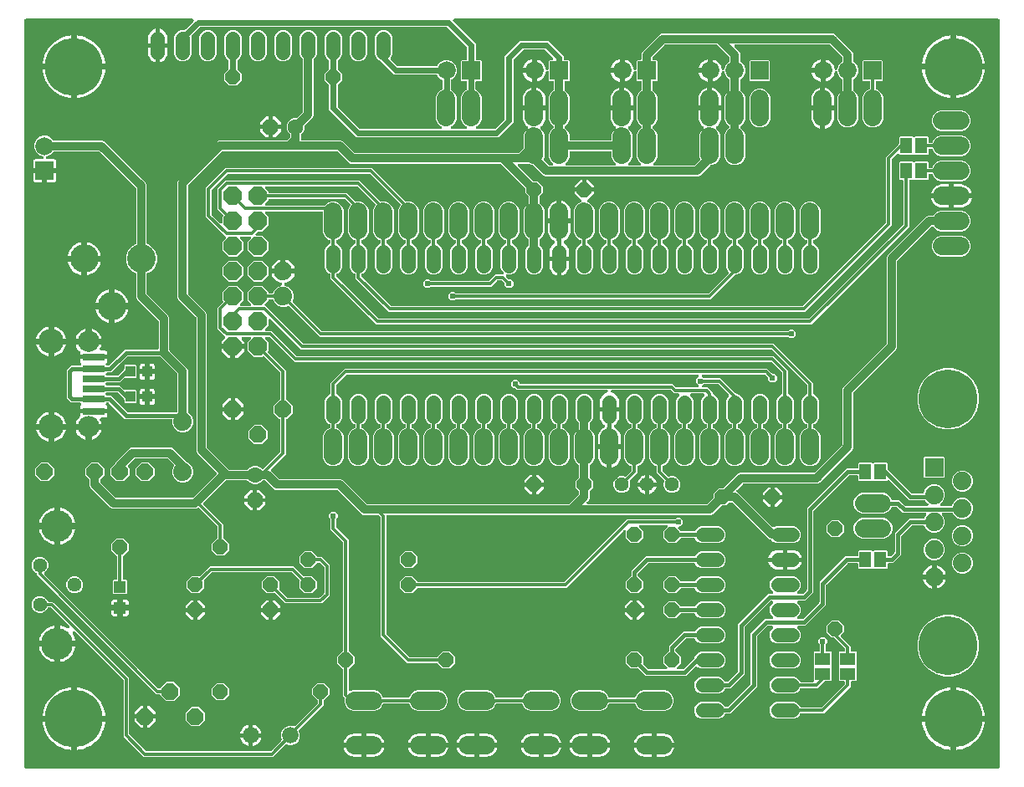
<source format=gtl>
G04 EAGLE Gerber RS-274X export*
G75*
%MOMM*%
%FSLAX34Y34*%
%LPD*%
%INTop Copper*%
%IPPOS*%
%AMOC8*
5,1,8,0,0,1.08239X$1,22.5*%
G01*
%ADD10P,1.583577X8X202.500000*%
%ADD11P,1.583577X8X112.500000*%
%ADD12P,1.732040X8X292.500000*%
%ADD13C,1.600200*%
%ADD14P,1.583577X8X22.500000*%
%ADD15P,1.732040X8X202.500000*%
%ADD16C,2.880000*%
%ADD17R,1.828800X1.828800*%
%ADD18C,1.828800*%
%ADD19R,2.250000X0.700000*%
%ADD20R,2.250000X0.760000*%
%ADD21R,2.250000X0.800000*%
%ADD22C,2.160000*%
%ADD23C,2.540000*%
%ADD24C,1.879600*%
%ADD25C,5.842000*%
%ADD26C,1.463037*%
%ADD27C,1.828800*%
%ADD28P,1.979475X8X112.500000*%
%ADD29R,1.200000X1.200000*%
%ADD30P,1.583577X8X292.500000*%
%ADD31R,1.000000X1.100000*%
%ADD32P,1.814519X8X202.500000*%
%ADD33P,1.814519X8X22.500000*%
%ADD34C,1.676400*%
%ADD35R,1.168400X1.600200*%
%ADD36R,1.600200X1.168400*%
%ADD37C,1.440000*%
%ADD38C,3.240000*%
%ADD39P,1.753472X8X22.500000*%
%ADD40R,1.879600X1.879600*%
%ADD41C,5.943600*%
%ADD42C,0.609600*%
%ADD43C,0.304800*%
%ADD44C,0.812800*%
%ADD45C,0.406400*%
%ADD46C,0.609600*%

G36*
X990626Y4830D02*
X990626Y4830D01*
X990652Y4828D01*
X990799Y4850D01*
X990946Y4867D01*
X990971Y4875D01*
X990997Y4879D01*
X991135Y4934D01*
X991274Y4984D01*
X991296Y4998D01*
X991321Y5008D01*
X991442Y5093D01*
X991567Y5173D01*
X991585Y5192D01*
X991607Y5207D01*
X991706Y5317D01*
X991809Y5424D01*
X991823Y5446D01*
X991840Y5466D01*
X991912Y5596D01*
X991988Y5723D01*
X991996Y5748D01*
X992009Y5771D01*
X992049Y5914D01*
X992094Y6055D01*
X992096Y6081D01*
X992104Y6106D01*
X992123Y6350D01*
X992123Y762000D01*
X992120Y762026D01*
X992122Y762052D01*
X992100Y762199D01*
X992083Y762346D01*
X992075Y762371D01*
X992071Y762397D01*
X992016Y762535D01*
X991966Y762674D01*
X991952Y762696D01*
X991942Y762721D01*
X991857Y762842D01*
X991777Y762967D01*
X991758Y762985D01*
X991743Y763007D01*
X991633Y763106D01*
X991526Y763209D01*
X991504Y763223D01*
X991484Y763240D01*
X991354Y763312D01*
X991227Y763388D01*
X991202Y763396D01*
X991179Y763409D01*
X991036Y763449D01*
X990895Y763494D01*
X990869Y763496D01*
X990844Y763504D01*
X990600Y763523D01*
X440062Y763523D01*
X439962Y763512D01*
X439862Y763510D01*
X439789Y763492D01*
X439716Y763483D01*
X439621Y763450D01*
X439524Y763425D01*
X439457Y763391D01*
X439387Y763366D01*
X439303Y763311D01*
X439214Y763265D01*
X439157Y763217D01*
X439095Y763177D01*
X439025Y763105D01*
X438948Y763040D01*
X438904Y762980D01*
X438852Y762926D01*
X438801Y762840D01*
X438741Y762759D01*
X438712Y762691D01*
X438674Y762627D01*
X438643Y762531D01*
X438603Y762439D01*
X438590Y762366D01*
X438567Y762295D01*
X438559Y762195D01*
X438542Y762096D01*
X438545Y762022D01*
X438539Y761948D01*
X438554Y761848D01*
X438560Y761748D01*
X438580Y761677D01*
X438591Y761603D01*
X438628Y761510D01*
X438656Y761413D01*
X438692Y761348D01*
X438720Y761279D01*
X438777Y761197D01*
X438826Y761109D01*
X438891Y761033D01*
X438919Y760993D01*
X438945Y760969D01*
X438985Y760923D01*
X461519Y738389D01*
X461519Y723138D01*
X461522Y723112D01*
X461520Y723086D01*
X461542Y722939D01*
X461559Y722792D01*
X461567Y722767D01*
X461571Y722741D01*
X461626Y722603D01*
X461676Y722464D01*
X461690Y722442D01*
X461700Y722417D01*
X461785Y722296D01*
X461865Y722171D01*
X461884Y722153D01*
X461899Y722131D01*
X462009Y722032D01*
X462116Y721929D01*
X462138Y721915D01*
X462158Y721898D01*
X462288Y721826D01*
X462415Y721750D01*
X462440Y721742D01*
X462463Y721729D01*
X462606Y721689D01*
X462747Y721644D01*
X462773Y721642D01*
X462798Y721634D01*
X463042Y721615D01*
X466670Y721615D01*
X467415Y720870D01*
X467415Y701530D01*
X466670Y700785D01*
X462842Y700785D01*
X462816Y700782D01*
X462790Y700784D01*
X462643Y700762D01*
X462496Y700745D01*
X462471Y700737D01*
X462445Y700733D01*
X462307Y700678D01*
X462168Y700628D01*
X462146Y700614D01*
X462121Y700604D01*
X462000Y700519D01*
X461875Y700439D01*
X461857Y700420D01*
X461835Y700405D01*
X461736Y700295D01*
X461633Y700188D01*
X461619Y700166D01*
X461602Y700146D01*
X461530Y700016D01*
X461454Y699889D01*
X461446Y699864D01*
X461433Y699841D01*
X461393Y699698D01*
X461348Y699557D01*
X461346Y699531D01*
X461338Y699506D01*
X461319Y699262D01*
X461319Y692829D01*
X461327Y692753D01*
X461326Y692676D01*
X461347Y692580D01*
X461359Y692482D01*
X461384Y692410D01*
X461401Y692336D01*
X461443Y692247D01*
X461476Y692154D01*
X461518Y692090D01*
X461550Y692021D01*
X461612Y691944D01*
X461665Y691861D01*
X461720Y691808D01*
X461768Y691749D01*
X461845Y691688D01*
X461916Y691619D01*
X461981Y691580D01*
X462041Y691533D01*
X462175Y691464D01*
X462215Y691440D01*
X462233Y691435D01*
X462259Y691421D01*
X463100Y691073D01*
X466029Y688144D01*
X467615Y684316D01*
X467615Y661884D01*
X466029Y658056D01*
X463100Y655127D01*
X462671Y654949D01*
X462627Y654925D01*
X462579Y654908D01*
X462475Y654840D01*
X462366Y654780D01*
X462329Y654746D01*
X462287Y654719D01*
X462200Y654629D01*
X462108Y654546D01*
X462080Y654504D01*
X462044Y654468D01*
X461981Y654361D01*
X461910Y654259D01*
X461891Y654212D01*
X461866Y654169D01*
X461828Y654051D01*
X461782Y653935D01*
X461775Y653885D01*
X461759Y653837D01*
X461749Y653713D01*
X461731Y653590D01*
X461735Y653540D01*
X461731Y653490D01*
X461750Y653367D01*
X461760Y653243D01*
X461776Y653195D01*
X461783Y653145D01*
X461829Y653029D01*
X461867Y652911D01*
X461893Y652868D01*
X461912Y652821D01*
X461983Y652719D01*
X462047Y652613D01*
X462082Y652576D01*
X462111Y652535D01*
X462203Y652452D01*
X462290Y652363D01*
X462332Y652335D01*
X462370Y652302D01*
X462478Y652242D01*
X462583Y652174D01*
X462631Y652157D01*
X462675Y652133D01*
X462794Y652099D01*
X462911Y652058D01*
X462961Y652052D01*
X463010Y652038D01*
X463254Y652019D01*
X480180Y652019D01*
X480306Y652033D01*
X480432Y652040D01*
X480478Y652053D01*
X480526Y652059D01*
X480645Y652101D01*
X480767Y652136D01*
X480809Y652160D01*
X480854Y652176D01*
X480961Y652245D01*
X481071Y652306D01*
X481117Y652346D01*
X481147Y652365D01*
X481181Y652400D01*
X481257Y652465D01*
X490535Y661743D01*
X490614Y661842D01*
X490698Y661936D01*
X490722Y661978D01*
X490752Y662016D01*
X490806Y662130D01*
X490867Y662241D01*
X490880Y662287D01*
X490901Y662331D01*
X490927Y662454D01*
X490962Y662576D01*
X490967Y662637D01*
X490974Y662672D01*
X490973Y662720D01*
X490981Y662820D01*
X490981Y725689D01*
X506211Y740919D01*
X535189Y740919D01*
X550419Y725689D01*
X550419Y723138D01*
X550422Y723112D01*
X550420Y723086D01*
X550442Y722939D01*
X550459Y722792D01*
X550467Y722767D01*
X550471Y722741D01*
X550526Y722603D01*
X550576Y722464D01*
X550590Y722442D01*
X550600Y722417D01*
X550685Y722296D01*
X550765Y722171D01*
X550784Y722153D01*
X550799Y722131D01*
X550909Y722032D01*
X551016Y721929D01*
X551038Y721915D01*
X551058Y721898D01*
X551188Y721826D01*
X551315Y721750D01*
X551340Y721742D01*
X551363Y721729D01*
X551506Y721689D01*
X551647Y721644D01*
X551673Y721642D01*
X551698Y721634D01*
X551942Y721615D01*
X555570Y721615D01*
X556315Y720870D01*
X556315Y701530D01*
X555570Y700785D01*
X552758Y700785D01*
X552732Y700782D01*
X552706Y700784D01*
X552559Y700762D01*
X552412Y700745D01*
X552387Y700737D01*
X552361Y700733D01*
X552223Y700678D01*
X552084Y700628D01*
X552062Y700614D01*
X552037Y700604D01*
X551916Y700519D01*
X551791Y700439D01*
X551773Y700420D01*
X551751Y700405D01*
X551652Y700295D01*
X551549Y700188D01*
X551535Y700166D01*
X551518Y700146D01*
X551446Y700016D01*
X551370Y699889D01*
X551362Y699864D01*
X551349Y699841D01*
X551309Y699698D01*
X551264Y699557D01*
X551262Y699531D01*
X551254Y699506D01*
X551235Y699262D01*
X551235Y692408D01*
X551243Y692332D01*
X551242Y692255D01*
X551263Y692159D01*
X551275Y692062D01*
X551300Y691990D01*
X551317Y691915D01*
X551359Y691826D01*
X551392Y691733D01*
X551434Y691669D01*
X551466Y691600D01*
X551528Y691523D01*
X551581Y691441D01*
X551636Y691388D01*
X551684Y691328D01*
X551761Y691267D01*
X551832Y691198D01*
X551897Y691159D01*
X551957Y691112D01*
X551964Y691108D01*
X554929Y688144D01*
X556515Y684316D01*
X556515Y661884D01*
X554929Y658056D01*
X552000Y655127D01*
X551983Y655107D01*
X551963Y655090D01*
X551875Y654970D01*
X551783Y654854D01*
X551772Y654830D01*
X551756Y654809D01*
X551698Y654673D01*
X551634Y654539D01*
X551629Y654513D01*
X551618Y654489D01*
X551592Y654343D01*
X551561Y654198D01*
X551561Y654172D01*
X551557Y654146D01*
X551564Y653998D01*
X551567Y653850D01*
X551573Y653824D01*
X551575Y653798D01*
X551616Y653656D01*
X551652Y653512D01*
X551664Y653489D01*
X551671Y653463D01*
X551744Y653334D01*
X551811Y653202D01*
X551828Y653182D01*
X551841Y653159D01*
X552000Y652973D01*
X554929Y650044D01*
X556515Y646216D01*
X556515Y641858D01*
X556518Y641832D01*
X556516Y641806D01*
X556538Y641659D01*
X556555Y641512D01*
X556563Y641487D01*
X556567Y641461D01*
X556622Y641323D01*
X556672Y641184D01*
X556686Y641162D01*
X556696Y641137D01*
X556781Y641016D01*
X556861Y640891D01*
X556880Y640873D01*
X556895Y640851D01*
X557005Y640752D01*
X557112Y640649D01*
X557134Y640635D01*
X557154Y640618D01*
X557284Y640546D01*
X557411Y640470D01*
X557436Y640462D01*
X557459Y640449D01*
X557602Y640409D01*
X557743Y640364D01*
X557769Y640362D01*
X557794Y640354D01*
X558038Y640335D01*
X597662Y640335D01*
X597688Y640338D01*
X597714Y640336D01*
X597861Y640358D01*
X598008Y640375D01*
X598033Y640383D01*
X598059Y640387D01*
X598197Y640442D01*
X598336Y640492D01*
X598358Y640506D01*
X598383Y640516D01*
X598504Y640601D01*
X598629Y640681D01*
X598647Y640700D01*
X598669Y640715D01*
X598768Y640825D01*
X598871Y640932D01*
X598885Y640954D01*
X598902Y640974D01*
X598974Y641104D01*
X599050Y641231D01*
X599058Y641256D01*
X599071Y641279D01*
X599111Y641421D01*
X599156Y641563D01*
X599158Y641589D01*
X599166Y641614D01*
X599185Y641858D01*
X599185Y646216D01*
X600771Y650044D01*
X602918Y652190D01*
X603008Y652304D01*
X603103Y652415D01*
X603116Y652441D01*
X603134Y652463D01*
X603197Y652595D01*
X603264Y652724D01*
X603271Y652752D01*
X603283Y652779D01*
X603314Y652921D01*
X603350Y653062D01*
X603351Y653091D01*
X603357Y653119D01*
X603354Y653264D01*
X603357Y653410D01*
X603351Y653439D01*
X603351Y653468D01*
X603315Y653609D01*
X603285Y653751D01*
X603273Y653778D01*
X603266Y653806D01*
X603199Y653935D01*
X603137Y654067D01*
X603119Y654090D01*
X603106Y654115D01*
X603012Y654226D01*
X602922Y654341D01*
X602895Y654364D01*
X602880Y654381D01*
X602841Y654410D01*
X602736Y654500D01*
X601988Y655043D01*
X600687Y656344D01*
X599606Y657832D01*
X598771Y659471D01*
X598203Y661220D01*
X597915Y663036D01*
X597915Y670561D01*
X608584Y670561D01*
X608610Y670564D01*
X608636Y670562D01*
X608783Y670584D01*
X608930Y670601D01*
X608955Y670609D01*
X608981Y670613D01*
X609118Y670668D01*
X609258Y670718D01*
X609280Y670732D01*
X609305Y670742D01*
X609426Y670827D01*
X609551Y670907D01*
X609569Y670926D01*
X609591Y670941D01*
X609605Y670957D01*
X609690Y670875D01*
X609713Y670861D01*
X609732Y670844D01*
X609862Y670772D01*
X609989Y670696D01*
X610014Y670688D01*
X610037Y670675D01*
X610180Y670635D01*
X610321Y670590D01*
X610347Y670587D01*
X610372Y670580D01*
X610616Y670561D01*
X621285Y670561D01*
X621285Y663036D01*
X620997Y661220D01*
X620429Y659471D01*
X619594Y657832D01*
X618513Y656344D01*
X617212Y655043D01*
X616464Y654500D01*
X616357Y654401D01*
X616246Y654307D01*
X616229Y654284D01*
X616207Y654264D01*
X616125Y654144D01*
X616039Y654027D01*
X616027Y654000D01*
X616011Y653976D01*
X615958Y653840D01*
X615901Y653707D01*
X615896Y653678D01*
X615885Y653651D01*
X615865Y653507D01*
X615839Y653364D01*
X615841Y653335D01*
X615837Y653306D01*
X615850Y653161D01*
X615857Y653016D01*
X615865Y652988D01*
X615868Y652959D01*
X615913Y652821D01*
X615954Y652681D01*
X615968Y652655D01*
X615977Y652628D01*
X616053Y652504D01*
X616124Y652377D01*
X616147Y652350D01*
X616158Y652330D01*
X616193Y652295D01*
X616282Y652190D01*
X618429Y650044D01*
X620015Y646216D01*
X620015Y623784D01*
X618429Y619956D01*
X616008Y617535D01*
X615945Y617457D01*
X615876Y617384D01*
X615837Y617320D01*
X615791Y617262D01*
X615748Y617171D01*
X615697Y617085D01*
X615674Y617014D01*
X615642Y616947D01*
X615621Y616849D01*
X615590Y616753D01*
X615584Y616679D01*
X615569Y616606D01*
X615571Y616506D01*
X615562Y616406D01*
X615574Y616332D01*
X615575Y616258D01*
X615599Y616161D01*
X615614Y616061D01*
X615642Y615992D01*
X615660Y615920D01*
X615706Y615831D01*
X615743Y615737D01*
X615785Y615676D01*
X615819Y615610D01*
X615885Y615534D01*
X615942Y615451D01*
X615997Y615401D01*
X616045Y615345D01*
X616126Y615285D01*
X616201Y615218D01*
X616266Y615182D01*
X616326Y615137D01*
X616418Y615098D01*
X616506Y615049D01*
X616577Y615029D01*
X616646Y614999D01*
X616744Y614982D01*
X616841Y614954D01*
X616941Y614946D01*
X616989Y614938D01*
X617024Y614940D01*
X617085Y614935D01*
X627515Y614935D01*
X627615Y614946D01*
X627715Y614948D01*
X627788Y614966D01*
X627861Y614975D01*
X627956Y615008D01*
X628053Y615033D01*
X628119Y615067D01*
X628189Y615092D01*
X628274Y615147D01*
X628363Y615193D01*
X628420Y615241D01*
X628482Y615281D01*
X628552Y615353D01*
X628629Y615418D01*
X628673Y615478D01*
X628724Y615532D01*
X628776Y615618D01*
X628836Y615699D01*
X628865Y615767D01*
X628903Y615831D01*
X628934Y615927D01*
X628974Y616019D01*
X628987Y616092D01*
X629010Y616163D01*
X629018Y616263D01*
X629035Y616362D01*
X629032Y616436D01*
X629038Y616510D01*
X629023Y616610D01*
X629017Y616710D01*
X628997Y616781D01*
X628986Y616855D01*
X628949Y616948D01*
X628921Y617045D01*
X628885Y617110D01*
X628857Y617179D01*
X628800Y617261D01*
X628751Y617349D01*
X628686Y617425D01*
X628658Y617465D01*
X628632Y617489D01*
X628592Y617535D01*
X626171Y619956D01*
X624585Y623784D01*
X624585Y646216D01*
X626171Y650044D01*
X629100Y652973D01*
X629117Y652993D01*
X629137Y653010D01*
X629225Y653130D01*
X629317Y653246D01*
X629328Y653270D01*
X629344Y653291D01*
X629402Y653427D01*
X629466Y653561D01*
X629471Y653587D01*
X629482Y653611D01*
X629508Y653757D01*
X629539Y653902D01*
X629539Y653928D01*
X629543Y653954D01*
X629536Y654102D01*
X629533Y654250D01*
X629527Y654276D01*
X629525Y654302D01*
X629484Y654444D01*
X629448Y654588D01*
X629436Y654611D01*
X629429Y654637D01*
X629356Y654766D01*
X629289Y654898D01*
X629272Y654918D01*
X629259Y654941D01*
X629100Y655127D01*
X626171Y658056D01*
X624585Y661884D01*
X624585Y684316D01*
X626171Y688144D01*
X629019Y690992D01*
X629098Y691091D01*
X629182Y691185D01*
X629206Y691227D01*
X629236Y691265D01*
X629290Y691379D01*
X629351Y691490D01*
X629364Y691536D01*
X629385Y691580D01*
X629411Y691703D01*
X629446Y691825D01*
X629451Y691886D01*
X629458Y691921D01*
X629457Y691969D01*
X629465Y692069D01*
X629465Y699262D01*
X629462Y699288D01*
X629464Y699314D01*
X629442Y699461D01*
X629425Y699608D01*
X629417Y699633D01*
X629413Y699659D01*
X629358Y699797D01*
X629308Y699936D01*
X629294Y699958D01*
X629284Y699983D01*
X629199Y700104D01*
X629119Y700229D01*
X629100Y700247D01*
X629085Y700269D01*
X628975Y700368D01*
X628868Y700471D01*
X628846Y700485D01*
X628826Y700502D01*
X628696Y700574D01*
X628569Y700650D01*
X628544Y700658D01*
X628521Y700671D01*
X628378Y700711D01*
X628237Y700756D01*
X628211Y700758D01*
X628186Y700766D01*
X627942Y700785D01*
X625130Y700785D01*
X624385Y701530D01*
X624385Y709239D01*
X624379Y709294D01*
X624381Y709349D01*
X624359Y709467D01*
X624345Y709585D01*
X624327Y709637D01*
X624317Y709691D01*
X624268Y709801D01*
X624228Y709913D01*
X624198Y709960D01*
X624176Y710010D01*
X624104Y710106D01*
X624039Y710206D01*
X623999Y710245D01*
X623966Y710289D01*
X623874Y710365D01*
X623788Y710448D01*
X623741Y710477D01*
X623699Y710512D01*
X623592Y710566D01*
X623489Y710627D01*
X623437Y710644D01*
X623387Y710669D01*
X623271Y710697D01*
X623157Y710733D01*
X623102Y710738D01*
X623049Y710751D01*
X622929Y710752D01*
X622810Y710761D01*
X622755Y710753D01*
X622700Y710754D01*
X622583Y710727D01*
X622465Y710710D01*
X622414Y710689D01*
X622360Y710677D01*
X622252Y710625D01*
X622141Y710581D01*
X622096Y710550D01*
X622046Y710525D01*
X621953Y710450D01*
X621855Y710382D01*
X621818Y710341D01*
X621775Y710306D01*
X621702Y710212D01*
X621622Y710123D01*
X621595Y710075D01*
X621561Y710031D01*
X621511Y709923D01*
X621453Y709818D01*
X621438Y709765D01*
X621415Y709715D01*
X621362Y709494D01*
X621358Y709483D01*
X621358Y709480D01*
X621358Y709477D01*
X621197Y708464D01*
X620629Y706715D01*
X619794Y705076D01*
X618713Y703588D01*
X617412Y702287D01*
X615924Y701206D01*
X614285Y700371D01*
X612536Y699803D01*
X612339Y699772D01*
X612339Y710184D01*
X612336Y710210D01*
X612338Y710236D01*
X612316Y710383D01*
X612299Y710530D01*
X612291Y710555D01*
X612287Y710581D01*
X612232Y710718D01*
X612182Y710858D01*
X612168Y710880D01*
X612158Y710905D01*
X612073Y711026D01*
X611993Y711151D01*
X611974Y711169D01*
X611959Y711191D01*
X611943Y711205D01*
X612025Y711290D01*
X612039Y711313D01*
X612056Y711332D01*
X612128Y711462D01*
X612204Y711589D01*
X612212Y711614D01*
X612225Y711637D01*
X612265Y711780D01*
X612310Y711921D01*
X612312Y711947D01*
X612320Y711972D01*
X612339Y712216D01*
X612339Y722628D01*
X612536Y722597D01*
X614285Y722029D01*
X615924Y721194D01*
X617412Y720113D01*
X618713Y718812D01*
X619794Y717324D01*
X620629Y715685D01*
X621197Y713936D01*
X621358Y712923D01*
X621372Y712870D01*
X621379Y712815D01*
X621419Y712702D01*
X621451Y712587D01*
X621478Y712539D01*
X621496Y712487D01*
X621561Y712386D01*
X621618Y712281D01*
X621655Y712240D01*
X621685Y712194D01*
X621771Y712111D01*
X621851Y712022D01*
X621896Y711990D01*
X621936Y711952D01*
X622038Y711890D01*
X622136Y711822D01*
X622188Y711801D01*
X622235Y711773D01*
X622349Y711736D01*
X622460Y711692D01*
X622514Y711683D01*
X622567Y711667D01*
X622686Y711657D01*
X622804Y711639D01*
X622859Y711643D01*
X622914Y711639D01*
X623033Y711656D01*
X623152Y711666D01*
X623204Y711682D01*
X623259Y711690D01*
X623370Y711735D01*
X623484Y711771D01*
X623531Y711799D01*
X623583Y711819D01*
X623681Y711887D01*
X623784Y711948D01*
X623824Y711986D01*
X623869Y712018D01*
X623949Y712107D01*
X624035Y712190D01*
X624065Y712236D01*
X624102Y712277D01*
X624160Y712381D01*
X624225Y712482D01*
X624244Y712534D01*
X624271Y712582D01*
X624303Y712697D01*
X624344Y712809D01*
X624351Y712864D01*
X624366Y712917D01*
X624384Y713144D01*
X624385Y713155D01*
X624385Y713158D01*
X624385Y713161D01*
X624385Y720870D01*
X625130Y721615D01*
X627942Y721615D01*
X627968Y721618D01*
X627994Y721616D01*
X628141Y721638D01*
X628288Y721655D01*
X628313Y721663D01*
X628339Y721667D01*
X628477Y721722D01*
X628616Y721772D01*
X628638Y721786D01*
X628663Y721796D01*
X628784Y721881D01*
X628909Y721961D01*
X628927Y721980D01*
X628949Y721995D01*
X629048Y722105D01*
X629151Y722212D01*
X629165Y722234D01*
X629182Y722254D01*
X629254Y722384D01*
X629330Y722511D01*
X629338Y722536D01*
X629351Y722559D01*
X629391Y722702D01*
X629436Y722843D01*
X629438Y722869D01*
X629446Y722894D01*
X629465Y723138D01*
X629465Y727936D01*
X630277Y729897D01*
X647853Y747473D01*
X649814Y748285D01*
X823386Y748285D01*
X825347Y747473D01*
X842723Y730097D01*
X843535Y728136D01*
X843535Y721225D01*
X843549Y721099D01*
X843556Y720973D01*
X843569Y720927D01*
X843575Y720879D01*
X843617Y720760D01*
X843652Y720638D01*
X843676Y720596D01*
X843692Y720551D01*
X843761Y720444D01*
X843822Y720334D01*
X843862Y720288D01*
X843881Y720258D01*
X843916Y720224D01*
X843981Y720148D01*
X847029Y717100D01*
X848615Y713272D01*
X848615Y709128D01*
X847029Y705300D01*
X843981Y702252D01*
X843902Y702153D01*
X843818Y702059D01*
X843794Y702017D01*
X843764Y701979D01*
X843710Y701865D01*
X843649Y701754D01*
X843636Y701708D01*
X843615Y701664D01*
X843589Y701541D01*
X843554Y701419D01*
X843549Y701358D01*
X843542Y701323D01*
X843543Y701275D01*
X843535Y701175D01*
X843535Y692269D01*
X843549Y692143D01*
X843556Y692017D01*
X843569Y691971D01*
X843575Y691923D01*
X843617Y691804D01*
X843652Y691682D01*
X843676Y691640D01*
X843692Y691595D01*
X843761Y691488D01*
X843822Y691378D01*
X843862Y691332D01*
X843881Y691302D01*
X843916Y691268D01*
X843981Y691192D01*
X847029Y688144D01*
X848615Y684316D01*
X848615Y661884D01*
X847029Y658056D01*
X844100Y655127D01*
X840272Y653541D01*
X836128Y653541D01*
X832300Y655127D01*
X829371Y658056D01*
X827785Y661884D01*
X827785Y684316D01*
X829371Y688144D01*
X832419Y691192D01*
X832498Y691291D01*
X832582Y691385D01*
X832606Y691427D01*
X832636Y691465D01*
X832690Y691579D01*
X832751Y691690D01*
X832764Y691736D01*
X832785Y691780D01*
X832811Y691903D01*
X832846Y692025D01*
X832851Y692086D01*
X832858Y692121D01*
X832857Y692169D01*
X832865Y692269D01*
X832865Y701175D01*
X832851Y701301D01*
X832844Y701427D01*
X832831Y701473D01*
X832825Y701521D01*
X832783Y701640D01*
X832748Y701762D01*
X832724Y701804D01*
X832708Y701849D01*
X832639Y701956D01*
X832578Y702066D01*
X832538Y702112D01*
X832519Y702142D01*
X832484Y702176D01*
X832419Y702252D01*
X829371Y705300D01*
X827785Y709128D01*
X827785Y709239D01*
X827779Y709294D01*
X827781Y709349D01*
X827759Y709467D01*
X827745Y709585D01*
X827727Y709637D01*
X827717Y709691D01*
X827668Y709801D01*
X827628Y709913D01*
X827598Y709960D01*
X827576Y710010D01*
X827504Y710106D01*
X827439Y710206D01*
X827399Y710245D01*
X827366Y710289D01*
X827274Y710365D01*
X827188Y710448D01*
X827141Y710477D01*
X827099Y710512D01*
X826992Y710566D01*
X826889Y710627D01*
X826837Y710644D01*
X826787Y710669D01*
X826671Y710697D01*
X826557Y710733D01*
X826502Y710738D01*
X826449Y710751D01*
X826329Y710752D01*
X826210Y710761D01*
X826155Y710753D01*
X826100Y710754D01*
X825983Y710727D01*
X825865Y710710D01*
X825814Y710689D01*
X825760Y710677D01*
X825652Y710625D01*
X825541Y710581D01*
X825496Y710550D01*
X825446Y710525D01*
X825353Y710450D01*
X825255Y710382D01*
X825218Y710341D01*
X825175Y710306D01*
X825102Y710212D01*
X825022Y710123D01*
X824995Y710075D01*
X824961Y710031D01*
X824911Y709923D01*
X824853Y709818D01*
X824838Y709765D01*
X824815Y709715D01*
X824762Y709494D01*
X824758Y709483D01*
X824758Y709480D01*
X824758Y709477D01*
X824597Y708464D01*
X824029Y706715D01*
X823194Y705076D01*
X822113Y703588D01*
X820812Y702287D01*
X819324Y701206D01*
X817685Y700371D01*
X815936Y699803D01*
X815739Y699772D01*
X815739Y710184D01*
X815736Y710210D01*
X815738Y710236D01*
X815716Y710383D01*
X815699Y710530D01*
X815691Y710555D01*
X815687Y710581D01*
X815632Y710718D01*
X815582Y710858D01*
X815568Y710880D01*
X815558Y710905D01*
X815473Y711026D01*
X815393Y711151D01*
X815374Y711169D01*
X815359Y711191D01*
X815343Y711205D01*
X815425Y711290D01*
X815439Y711313D01*
X815456Y711332D01*
X815528Y711462D01*
X815604Y711589D01*
X815612Y711614D01*
X815625Y711637D01*
X815665Y711780D01*
X815710Y711921D01*
X815712Y711947D01*
X815720Y711972D01*
X815739Y712216D01*
X815739Y722628D01*
X815936Y722597D01*
X817685Y722029D01*
X819324Y721194D01*
X820812Y720113D01*
X822113Y718812D01*
X823194Y717324D01*
X824029Y715685D01*
X824597Y713936D01*
X824758Y712923D01*
X824772Y712870D01*
X824779Y712815D01*
X824819Y712702D01*
X824851Y712587D01*
X824878Y712539D01*
X824896Y712487D01*
X824961Y712386D01*
X825018Y712281D01*
X825055Y712240D01*
X825085Y712194D01*
X825171Y712111D01*
X825251Y712022D01*
X825296Y711990D01*
X825336Y711952D01*
X825438Y711890D01*
X825536Y711822D01*
X825588Y711801D01*
X825635Y711773D01*
X825749Y711736D01*
X825860Y711692D01*
X825914Y711683D01*
X825967Y711667D01*
X826086Y711657D01*
X826204Y711639D01*
X826259Y711643D01*
X826314Y711639D01*
X826432Y711656D01*
X826552Y711665D01*
X826604Y711682D01*
X826659Y711690D01*
X826770Y711734D01*
X826884Y711770D01*
X826932Y711799D01*
X826983Y711819D01*
X827081Y711887D01*
X827184Y711948D01*
X827224Y711987D01*
X827269Y712018D01*
X827349Y712107D01*
X827435Y712189D01*
X827465Y712236D01*
X827502Y712277D01*
X827560Y712381D01*
X827625Y712482D01*
X827644Y712533D01*
X827671Y712582D01*
X827703Y712697D01*
X827744Y712809D01*
X827751Y712864D01*
X827766Y712917D01*
X827784Y713144D01*
X827785Y713155D01*
X827785Y713158D01*
X827785Y713161D01*
X827785Y713272D01*
X829371Y717100D01*
X832419Y720148D01*
X832498Y720247D01*
X832582Y720341D01*
X832606Y720383D01*
X832636Y720421D01*
X832690Y720535D01*
X832751Y720646D01*
X832764Y720692D01*
X832785Y720736D01*
X832811Y720859D01*
X832846Y720981D01*
X832851Y721042D01*
X832858Y721077D01*
X832857Y721125D01*
X832865Y721225D01*
X832865Y724234D01*
X832851Y724360D01*
X832844Y724486D01*
X832831Y724533D01*
X832825Y724581D01*
X832783Y724700D01*
X832748Y724821D01*
X832724Y724863D01*
X832708Y724909D01*
X832639Y725015D01*
X832578Y725125D01*
X832538Y725171D01*
X832519Y725201D01*
X832484Y725235D01*
X832419Y725311D01*
X820561Y737169D01*
X820462Y737248D01*
X820369Y737332D01*
X820326Y737356D01*
X820288Y737386D01*
X820174Y737440D01*
X820064Y737501D01*
X820017Y737514D01*
X819973Y737535D01*
X819850Y737561D01*
X819728Y737596D01*
X819667Y737601D01*
X819633Y737608D01*
X819585Y737607D01*
X819484Y737615D01*
X724582Y737615D01*
X724482Y737604D01*
X724381Y737602D01*
X724309Y737584D01*
X724235Y737575D01*
X724141Y737542D01*
X724043Y737517D01*
X723977Y737483D01*
X723907Y737458D01*
X723823Y737403D01*
X723734Y737357D01*
X723677Y737309D01*
X723614Y737269D01*
X723545Y737197D01*
X723468Y737132D01*
X723424Y737072D01*
X723372Y737018D01*
X723321Y736932D01*
X723261Y736851D01*
X723232Y736783D01*
X723193Y736719D01*
X723163Y736623D01*
X723123Y736531D01*
X723110Y736458D01*
X723087Y736387D01*
X723079Y736287D01*
X723061Y736188D01*
X723065Y736114D01*
X723059Y736040D01*
X723074Y735940D01*
X723079Y735840D01*
X723100Y735769D01*
X723111Y735695D01*
X723148Y735602D01*
X723176Y735505D01*
X723212Y735440D01*
X723240Y735371D01*
X723297Y735289D01*
X723346Y735201D01*
X723411Y735125D01*
X723439Y735085D01*
X723465Y735061D01*
X723505Y735015D01*
X726708Y731812D01*
X728423Y730097D01*
X729235Y728136D01*
X729235Y721225D01*
X729249Y721099D01*
X729256Y720973D01*
X729269Y720927D01*
X729275Y720879D01*
X729317Y720760D01*
X729352Y720638D01*
X729376Y720596D01*
X729392Y720551D01*
X729461Y720444D01*
X729522Y720334D01*
X729562Y720288D01*
X729581Y720258D01*
X729616Y720224D01*
X729681Y720148D01*
X732729Y717100D01*
X734315Y713272D01*
X734315Y709128D01*
X732729Y705300D01*
X729681Y702252D01*
X729602Y702153D01*
X729518Y702059D01*
X729494Y702017D01*
X729464Y701979D01*
X729410Y701865D01*
X729349Y701754D01*
X729336Y701708D01*
X729315Y701664D01*
X729289Y701541D01*
X729254Y701419D01*
X729249Y701358D01*
X729242Y701323D01*
X729243Y701275D01*
X729235Y701175D01*
X729235Y692269D01*
X729249Y692143D01*
X729256Y692017D01*
X729269Y691971D01*
X729275Y691923D01*
X729317Y691804D01*
X729352Y691682D01*
X729376Y691640D01*
X729392Y691595D01*
X729461Y691488D01*
X729522Y691378D01*
X729562Y691332D01*
X729581Y691302D01*
X729616Y691268D01*
X729681Y691192D01*
X732729Y688144D01*
X734315Y684316D01*
X734315Y661884D01*
X732729Y658056D01*
X729800Y655127D01*
X729783Y655107D01*
X729763Y655090D01*
X729675Y654970D01*
X729583Y654854D01*
X729572Y654830D01*
X729556Y654809D01*
X729498Y654673D01*
X729434Y654539D01*
X729429Y654513D01*
X729418Y654489D01*
X729392Y654343D01*
X729361Y654198D01*
X729361Y654172D01*
X729357Y654146D01*
X729364Y653998D01*
X729367Y653850D01*
X729373Y653824D01*
X729375Y653798D01*
X729416Y653656D01*
X729452Y653512D01*
X729464Y653489D01*
X729471Y653463D01*
X729544Y653334D01*
X729611Y653202D01*
X729628Y653182D01*
X729641Y653159D01*
X729800Y652973D01*
X732729Y650044D01*
X734315Y646216D01*
X734315Y623784D01*
X732729Y619956D01*
X729800Y617027D01*
X725972Y615441D01*
X721828Y615441D01*
X718000Y617027D01*
X715071Y619956D01*
X713485Y623784D01*
X713485Y646216D01*
X715071Y650044D01*
X718000Y652973D01*
X718017Y652993D01*
X718037Y653010D01*
X718125Y653130D01*
X718217Y653246D01*
X718228Y653270D01*
X718244Y653291D01*
X718302Y653427D01*
X718366Y653561D01*
X718371Y653587D01*
X718382Y653611D01*
X718408Y653757D01*
X718439Y653902D01*
X718439Y653928D01*
X718443Y653954D01*
X718436Y654102D01*
X718433Y654250D01*
X718427Y654276D01*
X718425Y654302D01*
X718384Y654444D01*
X718348Y654588D01*
X718336Y654611D01*
X718329Y654637D01*
X718256Y654766D01*
X718189Y654898D01*
X718172Y654918D01*
X718159Y654941D01*
X718000Y655127D01*
X715071Y658056D01*
X713485Y661884D01*
X713485Y684316D01*
X715071Y688144D01*
X718119Y691192D01*
X718198Y691291D01*
X718282Y691385D01*
X718306Y691427D01*
X718336Y691465D01*
X718390Y691579D01*
X718451Y691690D01*
X718464Y691736D01*
X718485Y691780D01*
X718511Y691903D01*
X718546Y692025D01*
X718551Y692086D01*
X718558Y692121D01*
X718557Y692169D01*
X718565Y692269D01*
X718565Y701175D01*
X718551Y701301D01*
X718544Y701427D01*
X718531Y701473D01*
X718525Y701521D01*
X718483Y701640D01*
X718448Y701762D01*
X718424Y701804D01*
X718408Y701849D01*
X718339Y701956D01*
X718278Y702066D01*
X718238Y702112D01*
X718219Y702142D01*
X718184Y702176D01*
X718119Y702252D01*
X715071Y705300D01*
X713485Y709128D01*
X713485Y709239D01*
X713479Y709294D01*
X713481Y709349D01*
X713459Y709467D01*
X713445Y709585D01*
X713427Y709637D01*
X713417Y709691D01*
X713368Y709801D01*
X713328Y709913D01*
X713298Y709960D01*
X713276Y710010D01*
X713204Y710106D01*
X713139Y710206D01*
X713099Y710244D01*
X713066Y710289D01*
X712974Y710365D01*
X712888Y710448D01*
X712841Y710477D01*
X712799Y710512D01*
X712692Y710566D01*
X712589Y710627D01*
X712537Y710644D01*
X712487Y710669D01*
X712371Y710697D01*
X712257Y710733D01*
X712202Y710738D01*
X712149Y710751D01*
X712029Y710752D01*
X711910Y710761D01*
X711855Y710753D01*
X711800Y710754D01*
X711683Y710727D01*
X711565Y710710D01*
X711514Y710689D01*
X711460Y710677D01*
X711352Y710625D01*
X711241Y710581D01*
X711196Y710549D01*
X711146Y710525D01*
X711053Y710450D01*
X710955Y710382D01*
X710918Y710341D01*
X710875Y710306D01*
X710802Y710212D01*
X710722Y710123D01*
X710695Y710075D01*
X710661Y710031D01*
X710611Y709923D01*
X710553Y709818D01*
X710538Y709765D01*
X710515Y709715D01*
X710462Y709494D01*
X710458Y709483D01*
X710458Y709480D01*
X710458Y709477D01*
X710297Y708464D01*
X709729Y706715D01*
X708894Y705076D01*
X707813Y703588D01*
X706512Y702287D01*
X705024Y701206D01*
X703385Y700371D01*
X701636Y699803D01*
X701439Y699772D01*
X701439Y710184D01*
X701436Y710210D01*
X701438Y710236D01*
X701416Y710383D01*
X701399Y710530D01*
X701391Y710555D01*
X701387Y710581D01*
X701332Y710718D01*
X701282Y710858D01*
X701268Y710880D01*
X701258Y710905D01*
X701173Y711026D01*
X701093Y711151D01*
X701074Y711169D01*
X701059Y711191D01*
X701043Y711205D01*
X701125Y711290D01*
X701139Y711313D01*
X701156Y711332D01*
X701228Y711462D01*
X701304Y711589D01*
X701312Y711614D01*
X701325Y711637D01*
X701365Y711780D01*
X701410Y711921D01*
X701412Y711947D01*
X701420Y711972D01*
X701439Y712216D01*
X701439Y722628D01*
X701636Y722597D01*
X703385Y722029D01*
X705024Y721194D01*
X706512Y720113D01*
X707813Y718812D01*
X708894Y717324D01*
X709729Y715685D01*
X710297Y713936D01*
X710458Y712923D01*
X710472Y712870D01*
X710479Y712815D01*
X710519Y712702D01*
X710551Y712587D01*
X710578Y712539D01*
X710596Y712487D01*
X710661Y712386D01*
X710718Y712281D01*
X710755Y712240D01*
X710785Y712194D01*
X710871Y712111D01*
X710951Y712022D01*
X710996Y711990D01*
X711036Y711952D01*
X711139Y711890D01*
X711236Y711822D01*
X711288Y711801D01*
X711335Y711773D01*
X711449Y711736D01*
X711560Y711692D01*
X711614Y711683D01*
X711667Y711667D01*
X711786Y711657D01*
X711904Y711639D01*
X711959Y711643D01*
X712014Y711639D01*
X712133Y711656D01*
X712252Y711666D01*
X712304Y711682D01*
X712359Y711690D01*
X712470Y711735D01*
X712584Y711771D01*
X712631Y711799D01*
X712683Y711819D01*
X712781Y711887D01*
X712884Y711948D01*
X712924Y711987D01*
X712969Y712018D01*
X713049Y712107D01*
X713135Y712190D01*
X713165Y712236D01*
X713202Y712277D01*
X713260Y712381D01*
X713325Y712482D01*
X713344Y712534D01*
X713371Y712582D01*
X713403Y712697D01*
X713444Y712809D01*
X713451Y712864D01*
X713466Y712917D01*
X713484Y713144D01*
X713485Y713155D01*
X713485Y713158D01*
X713485Y713161D01*
X713485Y713272D01*
X715071Y717100D01*
X718119Y720148D01*
X718198Y720247D01*
X718282Y720341D01*
X718306Y720383D01*
X718336Y720421D01*
X718390Y720535D01*
X718451Y720646D01*
X718464Y720692D01*
X718485Y720736D01*
X718511Y720859D01*
X718546Y720981D01*
X718551Y721042D01*
X718558Y721077D01*
X718557Y721125D01*
X718565Y721225D01*
X718565Y724234D01*
X718551Y724360D01*
X718544Y724486D01*
X718531Y724533D01*
X718525Y724581D01*
X718483Y724700D01*
X718448Y724821D01*
X718424Y724863D01*
X718408Y724909D01*
X718339Y725015D01*
X718278Y725125D01*
X718238Y725171D01*
X718219Y725201D01*
X718184Y725235D01*
X718119Y725311D01*
X706261Y737169D01*
X706162Y737248D01*
X706069Y737332D01*
X706026Y737356D01*
X705988Y737386D01*
X705874Y737440D01*
X705764Y737501D01*
X705717Y737514D01*
X705673Y737535D01*
X705550Y737561D01*
X705428Y737596D01*
X705367Y737601D01*
X705333Y737608D01*
X705285Y737607D01*
X705184Y737615D01*
X653716Y737615D01*
X653590Y737601D01*
X653464Y737594D01*
X653417Y737581D01*
X653369Y737575D01*
X653250Y737533D01*
X653129Y737498D01*
X653087Y737474D01*
X653041Y737458D01*
X652935Y737389D01*
X652825Y737328D01*
X652779Y737288D01*
X652749Y737269D01*
X652715Y737234D01*
X652639Y737169D01*
X640581Y725111D01*
X640502Y725012D01*
X640418Y724919D01*
X640394Y724876D01*
X640364Y724838D01*
X640310Y724724D01*
X640249Y724614D01*
X640236Y724567D01*
X640215Y724523D01*
X640189Y724400D01*
X640154Y724278D01*
X640149Y724217D01*
X640142Y724183D01*
X640143Y724135D01*
X640135Y724034D01*
X640135Y723138D01*
X640138Y723112D01*
X640136Y723086D01*
X640158Y722939D01*
X640175Y722792D01*
X640183Y722767D01*
X640187Y722741D01*
X640242Y722603D01*
X640292Y722464D01*
X640306Y722442D01*
X640316Y722417D01*
X640401Y722296D01*
X640481Y722171D01*
X640500Y722153D01*
X640515Y722131D01*
X640625Y722032D01*
X640732Y721929D01*
X640754Y721915D01*
X640774Y721898D01*
X640904Y721826D01*
X641031Y721750D01*
X641056Y721742D01*
X641079Y721729D01*
X641222Y721689D01*
X641363Y721644D01*
X641389Y721642D01*
X641414Y721634D01*
X641658Y721615D01*
X644470Y721615D01*
X645215Y720870D01*
X645215Y701530D01*
X644470Y700785D01*
X641658Y700785D01*
X641632Y700782D01*
X641606Y700784D01*
X641459Y700762D01*
X641312Y700745D01*
X641287Y700737D01*
X641261Y700733D01*
X641123Y700678D01*
X640984Y700628D01*
X640962Y700614D01*
X640937Y700604D01*
X640816Y700519D01*
X640691Y700439D01*
X640673Y700420D01*
X640651Y700405D01*
X640552Y700295D01*
X640449Y700188D01*
X640435Y700166D01*
X640418Y700146D01*
X640346Y700016D01*
X640270Y699889D01*
X640262Y699864D01*
X640249Y699841D01*
X640209Y699698D01*
X640164Y699557D01*
X640162Y699531D01*
X640154Y699506D01*
X640135Y699262D01*
X640135Y692408D01*
X640143Y692332D01*
X640142Y692255D01*
X640163Y692159D01*
X640175Y692062D01*
X640200Y691990D01*
X640217Y691915D01*
X640259Y691826D01*
X640292Y691733D01*
X640334Y691669D01*
X640366Y691600D01*
X640428Y691523D01*
X640481Y691441D01*
X640536Y691388D01*
X640584Y691328D01*
X640661Y691267D01*
X640732Y691198D01*
X640797Y691159D01*
X640857Y691112D01*
X640864Y691108D01*
X643829Y688144D01*
X645415Y684316D01*
X645415Y661884D01*
X643829Y658056D01*
X640900Y655127D01*
X640883Y655107D01*
X640863Y655090D01*
X640775Y654970D01*
X640683Y654854D01*
X640672Y654830D01*
X640656Y654809D01*
X640598Y654673D01*
X640534Y654539D01*
X640529Y654513D01*
X640518Y654489D01*
X640492Y654343D01*
X640461Y654198D01*
X640461Y654172D01*
X640457Y654146D01*
X640464Y653998D01*
X640467Y653850D01*
X640473Y653824D01*
X640475Y653798D01*
X640516Y653656D01*
X640552Y653512D01*
X640564Y653489D01*
X640571Y653463D01*
X640644Y653334D01*
X640711Y653202D01*
X640728Y653182D01*
X640741Y653159D01*
X640900Y652973D01*
X643829Y650044D01*
X645415Y646216D01*
X645415Y623784D01*
X643829Y619956D01*
X641408Y617535D01*
X641345Y617457D01*
X641276Y617384D01*
X641237Y617320D01*
X641191Y617262D01*
X641148Y617171D01*
X641097Y617085D01*
X641074Y617014D01*
X641042Y616947D01*
X641021Y616849D01*
X640990Y616753D01*
X640984Y616679D01*
X640969Y616606D01*
X640971Y616506D01*
X640962Y616406D01*
X640974Y616332D01*
X640975Y616258D01*
X640999Y616161D01*
X641014Y616061D01*
X641042Y615992D01*
X641060Y615920D01*
X641106Y615831D01*
X641143Y615737D01*
X641185Y615676D01*
X641219Y615610D01*
X641285Y615534D01*
X641342Y615451D01*
X641397Y615401D01*
X641445Y615345D01*
X641526Y615285D01*
X641601Y615218D01*
X641666Y615182D01*
X641726Y615137D01*
X641818Y615098D01*
X641906Y615049D01*
X641977Y615029D01*
X642046Y614999D01*
X642144Y614982D01*
X642241Y614954D01*
X642341Y614946D01*
X642389Y614938D01*
X642424Y614940D01*
X642485Y614935D01*
X682959Y614935D01*
X683085Y614949D01*
X683211Y614956D01*
X683257Y614969D01*
X683306Y614975D01*
X683425Y615017D01*
X683546Y615052D01*
X683588Y615076D01*
X683634Y615092D01*
X683740Y615161D01*
X683850Y615222D01*
X683896Y615262D01*
X683926Y615281D01*
X683960Y615316D01*
X684036Y615381D01*
X688641Y619985D01*
X688688Y620045D01*
X688743Y620099D01*
X688797Y620181D01*
X688858Y620258D01*
X688890Y620327D01*
X688932Y620392D01*
X688965Y620485D01*
X689007Y620574D01*
X689023Y620648D01*
X689048Y620720D01*
X689059Y620818D01*
X689080Y620914D01*
X689079Y620991D01*
X689087Y621067D01*
X689076Y621165D01*
X689074Y621263D01*
X689055Y621337D01*
X689046Y621413D01*
X689000Y621555D01*
X688989Y621601D01*
X688980Y621618D01*
X688971Y621645D01*
X688085Y623784D01*
X688085Y646216D01*
X689671Y650044D01*
X691818Y652190D01*
X691908Y652304D01*
X692003Y652415D01*
X692016Y652441D01*
X692034Y652463D01*
X692097Y652595D01*
X692164Y652724D01*
X692171Y652752D01*
X692183Y652779D01*
X692214Y652921D01*
X692250Y653062D01*
X692251Y653091D01*
X692257Y653119D01*
X692254Y653264D01*
X692257Y653410D01*
X692251Y653439D01*
X692251Y653468D01*
X692215Y653609D01*
X692185Y653751D01*
X692173Y653778D01*
X692166Y653806D01*
X692099Y653935D01*
X692037Y654067D01*
X692019Y654090D01*
X692006Y654115D01*
X691912Y654226D01*
X691822Y654341D01*
X691795Y654364D01*
X691780Y654381D01*
X691741Y654410D01*
X691636Y654500D01*
X690888Y655043D01*
X689587Y656344D01*
X688506Y657832D01*
X687671Y659471D01*
X687103Y661220D01*
X686815Y663036D01*
X686815Y670561D01*
X697484Y670561D01*
X697510Y670564D01*
X697536Y670562D01*
X697683Y670584D01*
X697830Y670601D01*
X697855Y670609D01*
X697881Y670613D01*
X698018Y670668D01*
X698158Y670718D01*
X698180Y670732D01*
X698205Y670742D01*
X698326Y670827D01*
X698451Y670907D01*
X698469Y670926D01*
X698491Y670941D01*
X698505Y670957D01*
X698590Y670875D01*
X698613Y670861D01*
X698632Y670844D01*
X698762Y670772D01*
X698889Y670696D01*
X698914Y670688D01*
X698937Y670675D01*
X699080Y670635D01*
X699221Y670590D01*
X699247Y670587D01*
X699272Y670580D01*
X699516Y670561D01*
X710185Y670561D01*
X710185Y663036D01*
X709897Y661220D01*
X709329Y659471D01*
X708494Y657832D01*
X707413Y656344D01*
X706112Y655043D01*
X705364Y654500D01*
X705257Y654401D01*
X705146Y654307D01*
X705129Y654284D01*
X705107Y654264D01*
X705025Y654144D01*
X704939Y654027D01*
X704927Y654000D01*
X704911Y653976D01*
X704858Y653840D01*
X704801Y653707D01*
X704796Y653678D01*
X704785Y653651D01*
X704765Y653507D01*
X704739Y653364D01*
X704741Y653335D01*
X704737Y653306D01*
X704750Y653161D01*
X704757Y653016D01*
X704765Y652988D01*
X704768Y652959D01*
X704813Y652821D01*
X704854Y652681D01*
X704868Y652655D01*
X704877Y652628D01*
X704953Y652504D01*
X705024Y652377D01*
X705047Y652350D01*
X705058Y652330D01*
X705093Y652295D01*
X705182Y652190D01*
X707329Y650044D01*
X708915Y646216D01*
X708915Y623784D01*
X707329Y619956D01*
X704400Y617027D01*
X700572Y615441D01*
X699817Y615441D01*
X699691Y615427D01*
X699565Y615420D01*
X699518Y615407D01*
X699470Y615401D01*
X699351Y615359D01*
X699230Y615324D01*
X699188Y615300D01*
X699142Y615284D01*
X699036Y615215D01*
X698926Y615154D01*
X698880Y615114D01*
X698850Y615095D01*
X698816Y615060D01*
X698740Y614995D01*
X688822Y605077D01*
X686861Y604265D01*
X532339Y604265D01*
X530378Y605077D01*
X520460Y614995D01*
X520361Y615074D01*
X520268Y615158D01*
X520225Y615182D01*
X520187Y615212D01*
X520073Y615266D01*
X519963Y615327D01*
X519916Y615340D01*
X519872Y615361D01*
X519749Y615387D01*
X519627Y615422D01*
X519566Y615427D01*
X519532Y615434D01*
X519484Y615433D01*
X519383Y615441D01*
X518628Y615441D01*
X515229Y616849D01*
X515227Y616850D01*
X515225Y616851D01*
X515063Y616897D01*
X514894Y616945D01*
X514892Y616945D01*
X514890Y616946D01*
X514646Y616965D01*
X505507Y616965D01*
X505407Y616954D01*
X505306Y616952D01*
X505234Y616934D01*
X505160Y616925D01*
X505066Y616892D01*
X504968Y616867D01*
X504902Y616833D01*
X504832Y616808D01*
X504748Y616753D01*
X504659Y616707D01*
X504602Y616659D01*
X504539Y616619D01*
X504470Y616547D01*
X504393Y616482D01*
X504349Y616422D01*
X504297Y616368D01*
X504246Y616282D01*
X504186Y616201D01*
X504157Y616133D01*
X504118Y616069D01*
X504088Y615973D01*
X504048Y615881D01*
X504035Y615808D01*
X504012Y615737D01*
X504004Y615637D01*
X503986Y615538D01*
X503990Y615464D01*
X503984Y615390D01*
X503999Y615290D01*
X504004Y615190D01*
X504025Y615119D01*
X504036Y615045D01*
X504073Y614952D01*
X504101Y614855D01*
X504137Y614790D01*
X504165Y614721D01*
X504222Y614639D01*
X504271Y614551D01*
X504336Y614475D01*
X504364Y614435D01*
X504390Y614411D01*
X504430Y614365D01*
X519212Y599582D01*
X519311Y599504D01*
X519405Y599419D01*
X519448Y599395D01*
X519485Y599365D01*
X519600Y599311D01*
X519710Y599250D01*
X519757Y599237D01*
X519800Y599217D01*
X519924Y599190D01*
X520046Y599156D01*
X520106Y599151D01*
X520141Y599143D01*
X520189Y599144D01*
X520289Y599136D01*
X524256Y599136D01*
X529286Y594106D01*
X529286Y586994D01*
X526481Y584189D01*
X526402Y584090D01*
X526318Y583996D01*
X526294Y583953D01*
X526264Y583916D01*
X526210Y583801D01*
X526149Y583691D01*
X526136Y583644D01*
X526115Y583600D01*
X526089Y583477D01*
X526054Y583355D01*
X526049Y583294D01*
X526042Y583260D01*
X526043Y583212D01*
X526035Y583111D01*
X526035Y577969D01*
X526049Y577843D01*
X526056Y577717D01*
X526069Y577671D01*
X526075Y577623D01*
X526117Y577504D01*
X526152Y577382D01*
X526176Y577340D01*
X526192Y577295D01*
X526261Y577188D01*
X526322Y577078D01*
X526362Y577032D01*
X526381Y577002D01*
X526416Y576968D01*
X526481Y576892D01*
X529529Y573844D01*
X531115Y570016D01*
X531115Y547584D01*
X529529Y543756D01*
X526481Y540708D01*
X526402Y540609D01*
X526318Y540515D01*
X526294Y540473D01*
X526264Y540435D01*
X526210Y540321D01*
X526149Y540210D01*
X526136Y540164D01*
X526115Y540120D01*
X526089Y539997D01*
X526054Y539875D01*
X526049Y539814D01*
X526042Y539779D01*
X526043Y539731D01*
X526035Y539631D01*
X526035Y535454D01*
X526049Y535328D01*
X526056Y535202D01*
X526069Y535155D01*
X526075Y535107D01*
X526117Y534989D01*
X526152Y534867D01*
X526176Y534825D01*
X526192Y534779D01*
X526261Y534673D01*
X526322Y534563D01*
X526362Y534517D01*
X526381Y534487D01*
X526416Y534453D01*
X526481Y534377D01*
X527979Y532879D01*
X529286Y529723D01*
X529286Y511677D01*
X527979Y508521D01*
X525564Y506106D01*
X522408Y504799D01*
X518992Y504799D01*
X515836Y506106D01*
X513421Y508521D01*
X512114Y511677D01*
X512114Y529723D01*
X513421Y532879D01*
X514919Y534377D01*
X514998Y534476D01*
X515082Y534569D01*
X515106Y534612D01*
X515136Y534650D01*
X515190Y534764D01*
X515251Y534875D01*
X515264Y534921D01*
X515285Y534965D01*
X515311Y535088D01*
X515346Y535210D01*
X515351Y535271D01*
X515358Y535305D01*
X515357Y535353D01*
X515365Y535454D01*
X515365Y539631D01*
X515351Y539757D01*
X515344Y539883D01*
X515331Y539929D01*
X515325Y539977D01*
X515283Y540096D01*
X515248Y540218D01*
X515224Y540260D01*
X515208Y540305D01*
X515139Y540412D01*
X515078Y540522D01*
X515038Y540568D01*
X515019Y540598D01*
X514984Y540632D01*
X514919Y540708D01*
X511871Y543756D01*
X510285Y547584D01*
X510285Y570016D01*
X511871Y573844D01*
X514919Y576892D01*
X514998Y576991D01*
X515082Y577085D01*
X515106Y577127D01*
X515136Y577165D01*
X515190Y577279D01*
X515251Y577390D01*
X515264Y577436D01*
X515285Y577480D01*
X515311Y577603D01*
X515346Y577725D01*
X515351Y577786D01*
X515358Y577821D01*
X515357Y577869D01*
X515365Y577969D01*
X515365Y583111D01*
X515351Y583237D01*
X515344Y583363D01*
X515331Y583410D01*
X515325Y583458D01*
X515283Y583577D01*
X515248Y583698D01*
X515224Y583740D01*
X515208Y583786D01*
X515139Y583892D01*
X515078Y584002D01*
X515038Y584049D01*
X515019Y584079D01*
X514984Y584112D01*
X514919Y584189D01*
X512114Y586994D01*
X512114Y590961D01*
X512100Y591086D01*
X512093Y591212D01*
X512080Y591259D01*
X512074Y591307D01*
X512032Y591426D01*
X511997Y591547D01*
X511973Y591589D01*
X511957Y591635D01*
X511888Y591741D01*
X511826Y591851D01*
X511787Y591898D01*
X511768Y591928D01*
X511733Y591961D01*
X511668Y592038D01*
X487186Y616519D01*
X487087Y616598D01*
X486994Y616682D01*
X486951Y616706D01*
X486913Y616736D01*
X486799Y616790D01*
X486689Y616851D01*
X486642Y616864D01*
X486598Y616885D01*
X486475Y616911D01*
X486353Y616946D01*
X486292Y616951D01*
X486258Y616958D01*
X486210Y616957D01*
X486109Y616965D01*
X335489Y616965D01*
X333528Y617777D01*
X322086Y629219D01*
X321987Y629298D01*
X321894Y629382D01*
X321851Y629406D01*
X321813Y629436D01*
X321699Y629490D01*
X321589Y629551D01*
X321542Y629564D01*
X321498Y629585D01*
X321375Y629611D01*
X321253Y629646D01*
X321192Y629651D01*
X321158Y629658D01*
X321110Y629657D01*
X321009Y629665D01*
X206041Y629665D01*
X205915Y629651D01*
X205789Y629644D01*
X205742Y629631D01*
X205694Y629625D01*
X205575Y629583D01*
X205454Y629548D01*
X205412Y629524D01*
X205366Y629508D01*
X205260Y629439D01*
X205150Y629378D01*
X205104Y629338D01*
X205074Y629319D01*
X205040Y629284D01*
X204964Y629219D01*
X170881Y595136D01*
X170802Y595037D01*
X170718Y594944D01*
X170694Y594901D01*
X170664Y594863D01*
X170610Y594749D01*
X170549Y594639D01*
X170536Y594592D01*
X170515Y594548D01*
X170489Y594425D01*
X170454Y594303D01*
X170449Y594242D01*
X170442Y594208D01*
X170443Y594160D01*
X170435Y594059D01*
X170435Y485441D01*
X170449Y485315D01*
X170456Y485189D01*
X170469Y485142D01*
X170475Y485094D01*
X170517Y484975D01*
X170552Y484854D01*
X170576Y484812D01*
X170592Y484766D01*
X170661Y484660D01*
X170722Y484550D01*
X170762Y484504D01*
X170781Y484474D01*
X170816Y484440D01*
X170881Y484364D01*
X186958Y468287D01*
X188673Y466572D01*
X189485Y464611D01*
X189485Y329866D01*
X189499Y329740D01*
X189506Y329614D01*
X189519Y329567D01*
X189525Y329519D01*
X189567Y329400D01*
X189602Y329279D01*
X189626Y329237D01*
X189642Y329191D01*
X189711Y329085D01*
X189772Y328975D01*
X189812Y328929D01*
X189831Y328899D01*
X189866Y328865D01*
X189931Y328789D01*
X211314Y307406D01*
X211413Y307327D01*
X211506Y307243D01*
X211549Y307219D01*
X211587Y307189D01*
X211701Y307135D01*
X211811Y307074D01*
X211858Y307061D01*
X211902Y307040D01*
X212025Y307014D01*
X212147Y306979D01*
X212208Y306974D01*
X212242Y306967D01*
X212290Y306968D01*
X212391Y306960D01*
X229717Y306960D01*
X229842Y306974D01*
X229968Y306981D01*
X230015Y306994D01*
X230063Y307000D01*
X230182Y307042D01*
X230303Y307077D01*
X230345Y307101D01*
X230391Y307117D01*
X230497Y307186D01*
X230607Y307247D01*
X230654Y307287D01*
X230684Y307306D01*
X230717Y307341D01*
X230794Y307406D01*
X232873Y309485D01*
X236281Y310897D01*
X239969Y310897D01*
X243377Y309485D01*
X244803Y308059D01*
X244823Y308043D01*
X244840Y308023D01*
X244960Y307935D01*
X245076Y307843D01*
X245099Y307832D01*
X245121Y307816D01*
X245257Y307757D01*
X245391Y307694D01*
X245417Y307688D01*
X245441Y307678D01*
X245587Y307652D01*
X245732Y307620D01*
X245758Y307621D01*
X245784Y307616D01*
X245932Y307624D01*
X246080Y307626D01*
X246106Y307633D01*
X246132Y307634D01*
X246274Y307675D01*
X246418Y307711D01*
X246441Y307723D01*
X246467Y307731D01*
X246596Y307803D01*
X246728Y307871D01*
X246748Y307888D01*
X246771Y307901D01*
X246957Y308059D01*
X263459Y324561D01*
X263538Y324660D01*
X263622Y324754D01*
X263646Y324797D01*
X263676Y324834D01*
X263730Y324949D01*
X263791Y325059D01*
X263804Y325106D01*
X263825Y325150D01*
X263851Y325273D01*
X263886Y325395D01*
X263891Y325456D01*
X263898Y325490D01*
X263897Y325538D01*
X263905Y325639D01*
X263905Y357124D01*
X263902Y357150D01*
X263904Y357176D01*
X263882Y357323D01*
X263865Y357470D01*
X263857Y357495D01*
X263853Y357521D01*
X263798Y357659D01*
X263748Y357798D01*
X263734Y357820D01*
X263724Y357845D01*
X263639Y357966D01*
X263559Y358091D01*
X263540Y358109D01*
X263525Y358131D01*
X263415Y358230D01*
X263308Y358333D01*
X263286Y358347D01*
X263266Y358364D01*
X263136Y358436D01*
X263009Y358512D01*
X262984Y358520D01*
X262961Y358533D01*
X262818Y358573D01*
X262756Y358593D01*
X257047Y364302D01*
X257047Y372298D01*
X262749Y378000D01*
X262753Y378001D01*
X262779Y378005D01*
X262917Y378060D01*
X263056Y378110D01*
X263078Y378124D01*
X263103Y378134D01*
X263224Y378219D01*
X263349Y378299D01*
X263367Y378318D01*
X263389Y378333D01*
X263488Y378443D01*
X263591Y378550D01*
X263605Y378572D01*
X263622Y378592D01*
X263694Y378722D01*
X263770Y378849D01*
X263778Y378874D01*
X263791Y378897D01*
X263831Y379040D01*
X263876Y379181D01*
X263878Y379207D01*
X263886Y379232D01*
X263905Y379476D01*
X263905Y404611D01*
X263891Y404737D01*
X263884Y404863D01*
X263871Y404910D01*
X263865Y404958D01*
X263823Y405077D01*
X263788Y405198D01*
X263764Y405240D01*
X263748Y405286D01*
X263679Y405392D01*
X263618Y405502D01*
X263578Y405548D01*
X263559Y405579D01*
X263524Y405612D01*
X263459Y405689D01*
X247765Y421382D01*
X247745Y421399D01*
X247728Y421419D01*
X247608Y421507D01*
X247492Y421599D01*
X247469Y421610D01*
X247447Y421626D01*
X247311Y421685D01*
X247177Y421748D01*
X247152Y421753D01*
X247127Y421764D01*
X246981Y421790D01*
X246836Y421821D01*
X246810Y421821D01*
X246784Y421826D01*
X246636Y421818D01*
X246488Y421815D01*
X246463Y421809D01*
X246436Y421808D01*
X246294Y421767D01*
X246150Y421730D01*
X246127Y421718D01*
X246101Y421711D01*
X245972Y421639D01*
X245840Y421571D01*
X245820Y421554D01*
X245797Y421541D01*
X245614Y421385D01*
X236986Y421385D01*
X230885Y427486D01*
X230885Y436114D01*
X233876Y439105D01*
X233939Y439183D01*
X234009Y439256D01*
X234047Y439320D01*
X234093Y439378D01*
X234136Y439469D01*
X234187Y439555D01*
X234210Y439626D01*
X234242Y439693D01*
X234263Y439791D01*
X234294Y439887D01*
X234300Y439961D01*
X234315Y440034D01*
X234313Y440134D01*
X234322Y440234D01*
X234311Y440308D01*
X234309Y440382D01*
X234285Y440479D01*
X234270Y440579D01*
X234242Y440648D01*
X234224Y440720D01*
X234178Y440809D01*
X234141Y440903D01*
X234099Y440964D01*
X234065Y441030D01*
X234000Y441106D01*
X233942Y441189D01*
X233887Y441239D01*
X233839Y441295D01*
X233758Y441355D01*
X233683Y441422D01*
X233618Y441458D01*
X233558Y441503D01*
X233466Y441542D01*
X233378Y441591D01*
X233307Y441611D01*
X233238Y441641D01*
X233140Y441658D01*
X233043Y441686D01*
X232943Y441694D01*
X232895Y441702D01*
X232860Y441700D01*
X232799Y441705D01*
X226197Y441705D01*
X226097Y441694D01*
X225997Y441692D01*
X225925Y441674D01*
X225851Y441665D01*
X225756Y441632D01*
X225659Y441607D01*
X225593Y441573D01*
X225523Y441548D01*
X225438Y441493D01*
X225349Y441447D01*
X225292Y441399D01*
X225230Y441359D01*
X225160Y441287D01*
X225083Y441222D01*
X225039Y441162D01*
X224988Y441108D01*
X224936Y441022D01*
X224876Y440941D01*
X224847Y440873D01*
X224809Y440809D01*
X224778Y440713D01*
X224738Y440621D01*
X224725Y440548D01*
X224702Y440477D01*
X224694Y440377D01*
X224677Y440278D01*
X224680Y440204D01*
X224675Y440130D01*
X224689Y440030D01*
X224695Y439930D01*
X224715Y439859D01*
X224726Y439785D01*
X224763Y439692D01*
X224791Y439595D01*
X224827Y439530D01*
X224855Y439461D01*
X224912Y439379D01*
X224961Y439291D01*
X225026Y439215D01*
X225054Y439175D01*
X225080Y439151D01*
X225120Y439105D01*
X227585Y436640D01*
X227585Y434339D01*
X216916Y434339D01*
X216890Y434336D01*
X216864Y434338D01*
X216717Y434316D01*
X216570Y434299D01*
X216545Y434291D01*
X216519Y434287D01*
X216382Y434232D01*
X216242Y434182D01*
X216220Y434168D01*
X216195Y434158D01*
X216074Y434073D01*
X215949Y433993D01*
X215931Y433974D01*
X215909Y433959D01*
X215895Y433943D01*
X215810Y434025D01*
X215787Y434039D01*
X215768Y434056D01*
X215638Y434128D01*
X215511Y434204D01*
X215486Y434212D01*
X215463Y434225D01*
X215320Y434265D01*
X215179Y434310D01*
X215153Y434312D01*
X215128Y434320D01*
X214884Y434339D01*
X204215Y434339D01*
X204215Y436640D01*
X207759Y440184D01*
X207776Y440205D01*
X207796Y440222D01*
X207884Y440341D01*
X207976Y440457D01*
X207987Y440481D01*
X208003Y440502D01*
X208062Y440638D01*
X208125Y440772D01*
X208130Y440798D01*
X208141Y440822D01*
X208167Y440968D01*
X208198Y441113D01*
X208198Y441139D01*
X208203Y441165D01*
X208195Y441313D01*
X208192Y441461D01*
X208186Y441487D01*
X208185Y441513D01*
X208144Y441655D01*
X208107Y441799D01*
X208095Y441823D01*
X208088Y441848D01*
X208016Y441977D01*
X207948Y442109D01*
X207931Y442129D01*
X207918Y442152D01*
X207759Y442338D01*
X206309Y443789D01*
X200405Y449692D01*
X200405Y471058D01*
X202489Y473141D01*
X205482Y476135D01*
X205499Y476155D01*
X205519Y476172D01*
X205607Y476292D01*
X205699Y476408D01*
X205710Y476431D01*
X205726Y476453D01*
X205785Y476589D01*
X205848Y476723D01*
X205853Y476748D01*
X205864Y476773D01*
X205890Y476919D01*
X205921Y477064D01*
X205921Y477090D01*
X205926Y477116D01*
X205918Y477264D01*
X205915Y477412D01*
X205909Y477437D01*
X205908Y477464D01*
X205867Y477606D01*
X205830Y477750D01*
X205818Y477773D01*
X205811Y477799D01*
X205739Y477928D01*
X205671Y478060D01*
X205654Y478080D01*
X205641Y478103D01*
X205485Y478286D01*
X205485Y486914D01*
X211586Y493015D01*
X220214Y493015D01*
X226315Y486914D01*
X226315Y478286D01*
X223324Y475295D01*
X223261Y475217D01*
X223191Y475144D01*
X223153Y475080D01*
X223107Y475022D01*
X223064Y474931D01*
X223013Y474845D01*
X222990Y474774D01*
X222958Y474707D01*
X222937Y474609D01*
X222906Y474513D01*
X222900Y474439D01*
X222885Y474366D01*
X222887Y474266D01*
X222878Y474166D01*
X222889Y474092D01*
X222891Y474018D01*
X222915Y473921D01*
X222930Y473821D01*
X222958Y473752D01*
X222976Y473680D01*
X223022Y473591D01*
X223059Y473497D01*
X223101Y473436D01*
X223135Y473370D01*
X223200Y473294D01*
X223258Y473211D01*
X223313Y473161D01*
X223361Y473105D01*
X223442Y473045D01*
X223517Y472978D01*
X223582Y472942D01*
X223642Y472897D01*
X223734Y472858D01*
X223822Y472809D01*
X223893Y472789D01*
X223962Y472759D01*
X224060Y472742D01*
X224157Y472714D01*
X224257Y472706D01*
X224305Y472698D01*
X224340Y472700D01*
X224401Y472695D01*
X232799Y472695D01*
X232899Y472706D01*
X232999Y472708D01*
X233072Y472726D01*
X233145Y472735D01*
X233240Y472768D01*
X233337Y472793D01*
X233404Y472827D01*
X233474Y472852D01*
X233558Y472907D01*
X233647Y472953D01*
X233704Y473001D01*
X233766Y473041D01*
X233836Y473113D01*
X233913Y473178D01*
X233957Y473238D01*
X234009Y473292D01*
X234060Y473378D01*
X234120Y473459D01*
X234149Y473527D01*
X234187Y473591D01*
X234218Y473687D01*
X234258Y473779D01*
X234271Y473852D01*
X234294Y473923D01*
X234302Y474023D01*
X234319Y474122D01*
X234316Y474196D01*
X234322Y474270D01*
X234307Y474370D01*
X234301Y474470D01*
X234281Y474541D01*
X234270Y474615D01*
X234233Y474708D01*
X234205Y474805D01*
X234169Y474870D01*
X234141Y474939D01*
X234084Y475021D01*
X234035Y475109D01*
X233970Y475185D01*
X233942Y475225D01*
X233916Y475249D01*
X233876Y475295D01*
X230885Y478286D01*
X230885Y486914D01*
X236986Y493015D01*
X245614Y493015D01*
X251715Y486913D01*
X251718Y486892D01*
X251716Y486866D01*
X251738Y486719D01*
X251755Y486572D01*
X251763Y486547D01*
X251767Y486521D01*
X251822Y486383D01*
X251872Y486244D01*
X251886Y486222D01*
X251896Y486197D01*
X251981Y486076D01*
X252061Y485951D01*
X252080Y485933D01*
X252095Y485911D01*
X252205Y485812D01*
X252312Y485709D01*
X252334Y485695D01*
X252354Y485678D01*
X252484Y485606D01*
X252611Y485530D01*
X252636Y485522D01*
X252659Y485509D01*
X252802Y485469D01*
X252943Y485424D01*
X252969Y485422D01*
X252994Y485414D01*
X253238Y485395D01*
X255292Y485395D01*
X255368Y485403D01*
X255444Y485402D01*
X255541Y485423D01*
X255638Y485435D01*
X255710Y485460D01*
X255785Y485477D01*
X255874Y485519D01*
X255966Y485552D01*
X256031Y485594D01*
X256100Y485626D01*
X256176Y485688D01*
X256259Y485741D01*
X256312Y485796D01*
X256372Y485844D01*
X256433Y485921D01*
X256501Y485992D01*
X256541Y486057D01*
X256588Y486117D01*
X256656Y486250D01*
X256680Y486291D01*
X256686Y486309D01*
X256699Y486335D01*
X257656Y488643D01*
X260657Y491644D01*
X264792Y493357D01*
X264884Y493409D01*
X264980Y493451D01*
X265036Y493493D01*
X265097Y493527D01*
X265175Y493597D01*
X265259Y493661D01*
X265303Y493714D01*
X265355Y493761D01*
X265415Y493847D01*
X265482Y493928D01*
X265513Y493990D01*
X265553Y494048D01*
X265592Y494145D01*
X265639Y494239D01*
X265655Y494307D01*
X265681Y494372D01*
X265696Y494476D01*
X265721Y494578D01*
X265721Y494648D01*
X265732Y494717D01*
X265723Y494822D01*
X265724Y494927D01*
X265708Y494995D01*
X265703Y495064D01*
X265670Y495164D01*
X265647Y495267D01*
X265617Y495329D01*
X265596Y495396D01*
X265541Y495486D01*
X265496Y495580D01*
X265452Y495635D01*
X265416Y495694D01*
X265343Y495770D01*
X265276Y495851D01*
X265222Y495894D01*
X265173Y495944D01*
X265084Y496001D01*
X265002Y496066D01*
X264938Y496095D01*
X264880Y496132D01*
X264780Y496168D01*
X264685Y496212D01*
X264595Y496233D01*
X264551Y496249D01*
X264513Y496253D01*
X264447Y496269D01*
X263904Y496355D01*
X262117Y496936D01*
X260443Y497789D01*
X258922Y498894D01*
X257594Y500222D01*
X256489Y501743D01*
X255636Y503417D01*
X255055Y505204D01*
X255015Y505461D01*
X265684Y505461D01*
X265710Y505464D01*
X265736Y505462D01*
X265883Y505484D01*
X266030Y505501D01*
X266055Y505509D01*
X266081Y505513D01*
X266218Y505568D01*
X266358Y505618D01*
X266380Y505632D01*
X266405Y505642D01*
X266526Y505727D01*
X266651Y505807D01*
X266669Y505826D01*
X266691Y505841D01*
X266705Y505857D01*
X266790Y505775D01*
X266813Y505761D01*
X266832Y505744D01*
X266962Y505672D01*
X267089Y505596D01*
X267114Y505588D01*
X267137Y505575D01*
X267280Y505535D01*
X267421Y505490D01*
X267447Y505487D01*
X267472Y505480D01*
X267716Y505461D01*
X278385Y505461D01*
X278345Y505204D01*
X277764Y503417D01*
X276911Y501743D01*
X275806Y500222D01*
X274478Y498894D01*
X272957Y497789D01*
X271283Y496936D01*
X269496Y496355D01*
X268953Y496269D01*
X268851Y496241D01*
X268748Y496222D01*
X268684Y496194D01*
X268617Y496176D01*
X268525Y496125D01*
X268428Y496083D01*
X268372Y496042D01*
X268311Y496008D01*
X268233Y495938D01*
X268148Y495875D01*
X268103Y495822D01*
X268052Y495776D01*
X267991Y495690D01*
X267923Y495609D01*
X267892Y495547D01*
X267852Y495490D01*
X267812Y495393D01*
X267764Y495299D01*
X267748Y495232D01*
X267722Y495167D01*
X267706Y495063D01*
X267680Y494961D01*
X267679Y494891D01*
X267669Y494823D01*
X267677Y494718D01*
X267675Y494612D01*
X267690Y494544D01*
X267695Y494475D01*
X267727Y494375D01*
X267750Y494272D01*
X267779Y494209D01*
X267800Y494143D01*
X267854Y494052D01*
X267899Y493957D01*
X267943Y493903D01*
X267978Y493843D01*
X268051Y493767D01*
X268117Y493685D01*
X268171Y493642D01*
X268219Y493591D01*
X268308Y493534D01*
X268390Y493469D01*
X268473Y493427D01*
X268512Y493401D01*
X268548Y493388D01*
X268608Y493357D01*
X272743Y491644D01*
X275744Y488643D01*
X277369Y484722D01*
X277369Y480478D01*
X276413Y478170D01*
X276392Y478096D01*
X276361Y478026D01*
X276344Y477929D01*
X276317Y477834D01*
X276313Y477758D01*
X276300Y477683D01*
X276305Y477585D01*
X276300Y477486D01*
X276314Y477411D01*
X276318Y477335D01*
X276345Y477240D01*
X276363Y477144D01*
X276393Y477073D01*
X276414Y477000D01*
X276462Y476914D01*
X276501Y476824D01*
X276547Y476763D01*
X276584Y476696D01*
X276681Y476582D01*
X276709Y476544D01*
X276724Y476532D01*
X276743Y476510D01*
X305511Y447741D01*
X305610Y447662D01*
X305704Y447578D01*
X305747Y447554D01*
X305784Y447524D01*
X305899Y447470D01*
X306009Y447409D01*
X306056Y447396D01*
X306100Y447375D01*
X306223Y447349D01*
X306345Y447314D01*
X306406Y447309D01*
X306440Y447302D01*
X306488Y447303D01*
X306589Y447295D01*
X777106Y447295D01*
X777232Y447309D01*
X777358Y447316D01*
X777404Y447329D01*
X777452Y447335D01*
X777571Y447377D01*
X777693Y447412D01*
X777735Y447436D01*
X777780Y447452D01*
X777887Y447521D01*
X777997Y447582D01*
X778043Y447622D01*
X778073Y447641D01*
X778107Y447676D01*
X778183Y447741D01*
X779261Y448819D01*
X782839Y448819D01*
X785369Y446289D01*
X785369Y442711D01*
X782839Y440181D01*
X779261Y440181D01*
X778183Y441259D01*
X778084Y441338D01*
X777990Y441422D01*
X777948Y441446D01*
X777910Y441476D01*
X777796Y441530D01*
X777685Y441591D01*
X777639Y441604D01*
X777595Y441625D01*
X777472Y441651D01*
X777350Y441686D01*
X777289Y441691D01*
X777254Y441698D01*
X777206Y441697D01*
X777106Y441705D01*
X303642Y441705D01*
X301559Y443789D01*
X272790Y472557D01*
X272731Y472605D01*
X272677Y472660D01*
X272594Y472713D01*
X272517Y472774D01*
X272448Y472806D01*
X272384Y472848D01*
X272291Y472881D01*
X272202Y472923D01*
X272128Y472939D01*
X272056Y472964D01*
X271958Y472975D01*
X271862Y472996D01*
X271785Y472995D01*
X271709Y473003D01*
X271611Y472992D01*
X271513Y472990D01*
X271439Y472971D01*
X271363Y472963D01*
X271221Y472917D01*
X271175Y472905D01*
X271158Y472896D01*
X271130Y472887D01*
X268822Y471931D01*
X264578Y471931D01*
X260657Y473556D01*
X257656Y476557D01*
X256699Y478865D01*
X256662Y478932D01*
X256634Y479003D01*
X256578Y479084D01*
X256530Y479170D01*
X256479Y479226D01*
X256435Y479289D01*
X256362Y479355D01*
X256296Y479428D01*
X256233Y479471D01*
X256176Y479522D01*
X256090Y479570D01*
X256009Y479626D01*
X255938Y479654D01*
X255871Y479691D01*
X255776Y479718D01*
X255685Y479754D01*
X255609Y479765D01*
X255536Y479786D01*
X255387Y479798D01*
X255340Y479805D01*
X255321Y479803D01*
X255292Y479805D01*
X253238Y479805D01*
X253212Y479802D01*
X253186Y479804D01*
X253039Y479782D01*
X252892Y479765D01*
X252867Y479757D01*
X252841Y479753D01*
X252703Y479698D01*
X252564Y479648D01*
X252542Y479634D01*
X252517Y479624D01*
X252396Y479539D01*
X252271Y479459D01*
X252253Y479440D01*
X252231Y479425D01*
X252132Y479315D01*
X252029Y479208D01*
X252015Y479186D01*
X251998Y479166D01*
X251926Y479036D01*
X251850Y478909D01*
X251842Y478884D01*
X251829Y478861D01*
X251789Y478718D01*
X251744Y478577D01*
X251742Y478551D01*
X251734Y478526D01*
X251715Y478286D01*
X248543Y475114D01*
X248526Y475093D01*
X248506Y475076D01*
X248418Y474957D01*
X248326Y474841D01*
X248315Y474817D01*
X248299Y474796D01*
X248240Y474660D01*
X248177Y474526D01*
X248172Y474500D01*
X248161Y474476D01*
X248135Y474330D01*
X248104Y474185D01*
X248104Y474159D01*
X248099Y474133D01*
X248107Y473985D01*
X248110Y473837D01*
X248116Y473811D01*
X248117Y473785D01*
X248158Y473642D01*
X248195Y473499D01*
X248207Y473475D01*
X248214Y473450D01*
X248287Y473320D01*
X248354Y473189D01*
X248371Y473169D01*
X248384Y473146D01*
X248543Y472960D01*
X250891Y470611D01*
X286461Y435041D01*
X286560Y434962D01*
X286654Y434878D01*
X286697Y434854D01*
X286734Y434824D01*
X286849Y434770D01*
X286959Y434709D01*
X287006Y434696D01*
X287050Y434675D01*
X287173Y434649D01*
X287295Y434614D01*
X287356Y434609D01*
X287390Y434602D01*
X287438Y434603D01*
X287539Y434595D01*
X763158Y434595D01*
X802895Y394858D01*
X802895Y384769D01*
X802903Y384693D01*
X802902Y384616D01*
X802923Y384520D01*
X802935Y384422D01*
X802960Y384351D01*
X802977Y384276D01*
X803019Y384187D01*
X803052Y384094D01*
X803094Y384030D01*
X803126Y383961D01*
X803188Y383884D01*
X803241Y383802D01*
X803296Y383748D01*
X803344Y383689D01*
X803421Y383628D01*
X803492Y383559D01*
X803557Y383520D01*
X803617Y383473D01*
X803750Y383405D01*
X803791Y383381D01*
X803809Y383375D01*
X803835Y383361D01*
X804964Y382894D01*
X807379Y380479D01*
X808686Y377323D01*
X808686Y359277D01*
X807379Y356121D01*
X804964Y353706D01*
X803835Y353239D01*
X803768Y353201D01*
X803697Y353173D01*
X803616Y353117D01*
X803530Y353069D01*
X803474Y353018D01*
X803411Y352974D01*
X803345Y352901D01*
X803272Y352835D01*
X803229Y352772D01*
X803178Y352716D01*
X803130Y352629D01*
X803074Y352548D01*
X803046Y352477D01*
X803009Y352410D01*
X802982Y352316D01*
X802946Y352224D01*
X802935Y352149D01*
X802914Y352075D01*
X802902Y351926D01*
X802895Y351879D01*
X802897Y351860D01*
X802895Y351831D01*
X802895Y350477D01*
X802903Y350401D01*
X802902Y350325D01*
X802923Y350228D01*
X802935Y350131D01*
X802960Y350059D01*
X802977Y349984D01*
X803019Y349895D01*
X803052Y349803D01*
X803094Y349738D01*
X803126Y349669D01*
X803188Y349593D01*
X803241Y349510D01*
X803296Y349457D01*
X803344Y349397D01*
X803421Y349336D01*
X803492Y349268D01*
X803557Y349228D01*
X803617Y349181D01*
X803750Y349113D01*
X803791Y349089D01*
X803809Y349083D01*
X803835Y349070D01*
X806000Y348173D01*
X808929Y345244D01*
X810515Y341416D01*
X810515Y318984D01*
X808929Y315156D01*
X806000Y312227D01*
X802172Y310641D01*
X798028Y310641D01*
X794200Y312227D01*
X791271Y315156D01*
X789685Y318984D01*
X789685Y341416D01*
X791271Y345244D01*
X794200Y348173D01*
X796365Y349070D01*
X796432Y349107D01*
X796503Y349135D01*
X796584Y349191D01*
X796670Y349239D01*
X796726Y349290D01*
X796789Y349334D01*
X796855Y349407D01*
X796928Y349473D01*
X796971Y349536D01*
X797022Y349593D01*
X797070Y349679D01*
X797126Y349760D01*
X797154Y349831D01*
X797191Y349898D01*
X797218Y349993D01*
X797254Y350084D01*
X797265Y350160D01*
X797286Y350233D01*
X797298Y350382D01*
X797305Y350429D01*
X797303Y350448D01*
X797305Y350477D01*
X797305Y351831D01*
X797297Y351907D01*
X797298Y351984D01*
X797277Y352080D01*
X797265Y352178D01*
X797240Y352249D01*
X797223Y352324D01*
X797181Y352413D01*
X797148Y352506D01*
X797106Y352570D01*
X797074Y352639D01*
X797012Y352716D01*
X796959Y352798D01*
X796904Y352852D01*
X796856Y352911D01*
X796779Y352972D01*
X796708Y353041D01*
X796643Y353080D01*
X796583Y353127D01*
X796450Y353195D01*
X796409Y353219D01*
X796391Y353225D01*
X796365Y353239D01*
X795236Y353706D01*
X792821Y356121D01*
X791514Y359277D01*
X791514Y377323D01*
X792821Y380479D01*
X795236Y382894D01*
X796365Y383361D01*
X796432Y383399D01*
X796503Y383427D01*
X796584Y383483D01*
X796670Y383531D01*
X796726Y383582D01*
X796789Y383626D01*
X796855Y383699D01*
X796928Y383765D01*
X796971Y383828D01*
X797022Y383884D01*
X797070Y383971D01*
X797126Y384052D01*
X797154Y384123D01*
X797191Y384190D01*
X797218Y384284D01*
X797254Y384376D01*
X797265Y384451D01*
X797286Y384525D01*
X797298Y384674D01*
X797305Y384721D01*
X797303Y384740D01*
X797305Y384769D01*
X797305Y391911D01*
X797291Y392037D01*
X797284Y392163D01*
X797271Y392210D01*
X797265Y392258D01*
X797223Y392377D01*
X797188Y392498D01*
X797164Y392540D01*
X797148Y392586D01*
X797079Y392692D01*
X797018Y392802D01*
X796978Y392849D01*
X796959Y392879D01*
X796924Y392912D01*
X796859Y392989D01*
X761289Y428559D01*
X761190Y428638D01*
X761096Y428722D01*
X761053Y428746D01*
X761016Y428776D01*
X760901Y428830D01*
X760791Y428891D01*
X760744Y428904D01*
X760700Y428925D01*
X760577Y428951D01*
X760455Y428986D01*
X760394Y428991D01*
X760360Y428998D01*
X760312Y428997D01*
X760211Y429005D01*
X284592Y429005D01*
X282509Y431089D01*
X254315Y459283D01*
X254237Y459345D01*
X254164Y459415D01*
X254100Y459453D01*
X254042Y459499D01*
X253951Y459542D01*
X253865Y459594D01*
X253794Y459616D01*
X253727Y459648D01*
X253629Y459669D01*
X253533Y459700D01*
X253459Y459706D01*
X253386Y459721D01*
X253286Y459720D01*
X253186Y459728D01*
X253112Y459717D01*
X253038Y459716D01*
X252941Y459691D01*
X252841Y459676D01*
X252772Y459649D01*
X252700Y459631D01*
X252610Y459584D01*
X252517Y459547D01*
X252456Y459505D01*
X252390Y459471D01*
X252313Y459406D01*
X252231Y459348D01*
X252181Y459293D01*
X252125Y459245D01*
X252065Y459164D01*
X251998Y459090D01*
X251962Y459025D01*
X251917Y458965D01*
X251878Y458873D01*
X251829Y458785D01*
X251809Y458713D01*
X251779Y458645D01*
X251762Y458546D01*
X251734Y458449D01*
X251726Y458349D01*
X251718Y458302D01*
X251720Y458266D01*
X251715Y458205D01*
X251715Y452886D01*
X248724Y449895D01*
X248661Y449817D01*
X248591Y449744D01*
X248553Y449680D01*
X248507Y449622D01*
X248464Y449531D01*
X248413Y449445D01*
X248390Y449374D01*
X248358Y449307D01*
X248337Y449209D01*
X248306Y449113D01*
X248300Y449039D01*
X248285Y448966D01*
X248287Y448866D01*
X248278Y448766D01*
X248289Y448692D01*
X248291Y448618D01*
X248315Y448521D01*
X248330Y448421D01*
X248358Y448352D01*
X248376Y448280D01*
X248422Y448191D01*
X248459Y448097D01*
X248501Y448036D01*
X248535Y447970D01*
X248600Y447894D01*
X248658Y447811D01*
X248713Y447761D01*
X248761Y447705D01*
X248842Y447645D01*
X248917Y447578D01*
X248982Y447542D01*
X249042Y447497D01*
X249134Y447458D01*
X249222Y447409D01*
X249293Y447389D01*
X249362Y447359D01*
X249460Y447342D01*
X249557Y447314D01*
X249657Y447306D01*
X249705Y447298D01*
X249740Y447300D01*
X249801Y447295D01*
X255158Y447295D01*
X280111Y422341D01*
X280210Y422262D01*
X280304Y422178D01*
X280347Y422154D01*
X280384Y422124D01*
X280499Y422070D01*
X280609Y422009D01*
X280656Y421996D01*
X280700Y421975D01*
X280823Y421949D01*
X280945Y421914D01*
X281006Y421909D01*
X281040Y421902D01*
X281088Y421903D01*
X281189Y421895D01*
X763158Y421895D01*
X777495Y407558D01*
X777495Y384769D01*
X777503Y384693D01*
X777502Y384616D01*
X777523Y384520D01*
X777535Y384422D01*
X777560Y384351D01*
X777577Y384276D01*
X777619Y384187D01*
X777652Y384094D01*
X777694Y384030D01*
X777726Y383961D01*
X777788Y383884D01*
X777841Y383802D01*
X777896Y383748D01*
X777944Y383689D01*
X778021Y383628D01*
X778092Y383559D01*
X778157Y383520D01*
X778217Y383473D01*
X778350Y383405D01*
X778391Y383381D01*
X778409Y383375D01*
X778435Y383361D01*
X779564Y382894D01*
X781979Y380479D01*
X783286Y377323D01*
X783286Y359277D01*
X781979Y356121D01*
X779564Y353706D01*
X778435Y353239D01*
X778368Y353201D01*
X778297Y353173D01*
X778216Y353117D01*
X778130Y353069D01*
X778074Y353018D01*
X778011Y352974D01*
X777945Y352901D01*
X777872Y352835D01*
X777829Y352772D01*
X777778Y352716D01*
X777730Y352629D01*
X777674Y352548D01*
X777646Y352477D01*
X777609Y352410D01*
X777582Y352316D01*
X777546Y352224D01*
X777535Y352149D01*
X777514Y352075D01*
X777502Y351926D01*
X777495Y351879D01*
X777497Y351860D01*
X777495Y351831D01*
X777495Y350477D01*
X777503Y350401D01*
X777502Y350325D01*
X777523Y350228D01*
X777535Y350131D01*
X777560Y350059D01*
X777577Y349984D01*
X777619Y349895D01*
X777652Y349803D01*
X777694Y349738D01*
X777726Y349669D01*
X777788Y349593D01*
X777841Y349510D01*
X777896Y349457D01*
X777944Y349397D01*
X778021Y349336D01*
X778092Y349268D01*
X778157Y349228D01*
X778217Y349181D01*
X778350Y349113D01*
X778391Y349089D01*
X778409Y349083D01*
X778435Y349070D01*
X780600Y348173D01*
X783529Y345244D01*
X785115Y341416D01*
X785115Y318984D01*
X783529Y315156D01*
X780600Y312227D01*
X776772Y310641D01*
X772628Y310641D01*
X768800Y312227D01*
X765871Y315156D01*
X764285Y318984D01*
X764285Y341416D01*
X765871Y345244D01*
X768800Y348173D01*
X770965Y349070D01*
X771032Y349107D01*
X771103Y349135D01*
X771184Y349191D01*
X771270Y349239D01*
X771326Y349290D01*
X771389Y349334D01*
X771455Y349407D01*
X771528Y349473D01*
X771571Y349536D01*
X771622Y349593D01*
X771670Y349679D01*
X771726Y349760D01*
X771754Y349831D01*
X771791Y349898D01*
X771818Y349993D01*
X771854Y350084D01*
X771865Y350160D01*
X771886Y350233D01*
X771898Y350382D01*
X771905Y350429D01*
X771903Y350448D01*
X771905Y350477D01*
X771905Y351831D01*
X771897Y351907D01*
X771898Y351984D01*
X771877Y352080D01*
X771865Y352178D01*
X771840Y352249D01*
X771823Y352324D01*
X771781Y352413D01*
X771748Y352506D01*
X771706Y352570D01*
X771674Y352639D01*
X771612Y352716D01*
X771559Y352798D01*
X771504Y352852D01*
X771456Y352911D01*
X771379Y352972D01*
X771308Y353041D01*
X771243Y353080D01*
X771183Y353127D01*
X771050Y353195D01*
X771009Y353219D01*
X770991Y353225D01*
X770965Y353239D01*
X769836Y353706D01*
X767421Y356121D01*
X766114Y359277D01*
X766114Y377323D01*
X767421Y380479D01*
X769836Y382894D01*
X770965Y383361D01*
X771032Y383399D01*
X771103Y383427D01*
X771184Y383483D01*
X771270Y383531D01*
X771326Y383582D01*
X771389Y383626D01*
X771455Y383699D01*
X771528Y383765D01*
X771571Y383828D01*
X771622Y383884D01*
X771670Y383971D01*
X771726Y384052D01*
X771754Y384123D01*
X771791Y384190D01*
X771818Y384284D01*
X771854Y384376D01*
X771865Y384451D01*
X771886Y384525D01*
X771898Y384674D01*
X771905Y384721D01*
X771903Y384740D01*
X771905Y384769D01*
X771905Y404611D01*
X771891Y404737D01*
X771884Y404863D01*
X771871Y404910D01*
X771865Y404958D01*
X771823Y405077D01*
X771788Y405198D01*
X771764Y405240D01*
X771748Y405286D01*
X771679Y405392D01*
X771618Y405502D01*
X771578Y405549D01*
X771559Y405579D01*
X771524Y405612D01*
X771459Y405689D01*
X761289Y415859D01*
X761190Y415938D01*
X761096Y416022D01*
X761053Y416046D01*
X761016Y416076D01*
X760901Y416130D01*
X760791Y416191D01*
X760744Y416204D01*
X760700Y416225D01*
X760577Y416251D01*
X760455Y416286D01*
X760394Y416291D01*
X760360Y416298D01*
X760312Y416297D01*
X760211Y416305D01*
X278242Y416305D01*
X253289Y441259D01*
X253190Y441338D01*
X253096Y441422D01*
X253053Y441446D01*
X253016Y441476D01*
X252901Y441530D01*
X252791Y441591D01*
X252744Y441604D01*
X252700Y441625D01*
X252577Y441651D01*
X252455Y441686D01*
X252394Y441691D01*
X252360Y441698D01*
X252312Y441697D01*
X252211Y441705D01*
X249801Y441705D01*
X249701Y441694D01*
X249601Y441692D01*
X249528Y441674D01*
X249455Y441665D01*
X249360Y441632D01*
X249263Y441607D01*
X249196Y441573D01*
X249126Y441548D01*
X249042Y441493D01*
X248953Y441447D01*
X248896Y441399D01*
X248834Y441359D01*
X248764Y441287D01*
X248687Y441222D01*
X248643Y441162D01*
X248591Y441108D01*
X248540Y441022D01*
X248480Y440941D01*
X248451Y440873D01*
X248413Y440809D01*
X248382Y440713D01*
X248342Y440621D01*
X248329Y440548D01*
X248306Y440477D01*
X248298Y440377D01*
X248281Y440278D01*
X248284Y440204D01*
X248278Y440130D01*
X248293Y440030D01*
X248299Y439930D01*
X248319Y439859D01*
X248330Y439785D01*
X248367Y439692D01*
X248395Y439595D01*
X248431Y439530D01*
X248459Y439461D01*
X248516Y439379D01*
X248565Y439291D01*
X248630Y439215D01*
X248658Y439175D01*
X248684Y439151D01*
X248724Y439105D01*
X251715Y436114D01*
X251715Y427485D01*
X251701Y427468D01*
X251681Y427451D01*
X251593Y427332D01*
X251501Y427216D01*
X251490Y427192D01*
X251474Y427171D01*
X251415Y427035D01*
X251352Y426901D01*
X251346Y426875D01*
X251336Y426851D01*
X251310Y426705D01*
X251279Y426560D01*
X251279Y426534D01*
X251274Y426508D01*
X251282Y426360D01*
X251285Y426212D01*
X251291Y426186D01*
X251292Y426160D01*
X251333Y426018D01*
X251370Y425874D01*
X251382Y425850D01*
X251389Y425825D01*
X251461Y425696D01*
X251529Y425564D01*
X251546Y425544D01*
X251559Y425521D01*
X251718Y425335D01*
X267411Y409641D01*
X269495Y407558D01*
X269495Y379476D01*
X269498Y379450D01*
X269496Y379424D01*
X269518Y379277D01*
X269535Y379130D01*
X269543Y379105D01*
X269547Y379079D01*
X269602Y378941D01*
X269652Y378802D01*
X269666Y378780D01*
X269676Y378755D01*
X269761Y378634D01*
X269841Y378509D01*
X269860Y378491D01*
X269875Y378469D01*
X269985Y378370D01*
X270092Y378267D01*
X270114Y378253D01*
X270134Y378236D01*
X270264Y378164D01*
X270391Y378088D01*
X270416Y378080D01*
X270439Y378067D01*
X270582Y378027D01*
X270644Y378007D01*
X276353Y372298D01*
X276353Y364302D01*
X270651Y358600D01*
X270647Y358599D01*
X270621Y358595D01*
X270483Y358540D01*
X270344Y358490D01*
X270322Y358476D01*
X270297Y358466D01*
X270176Y358381D01*
X270051Y358301D01*
X270033Y358282D01*
X270011Y358267D01*
X269912Y358157D01*
X269809Y358050D01*
X269795Y358028D01*
X269778Y358008D01*
X269706Y357878D01*
X269630Y357751D01*
X269622Y357726D01*
X269609Y357703D01*
X269569Y357560D01*
X269524Y357419D01*
X269522Y357393D01*
X269514Y357368D01*
X269495Y357124D01*
X269495Y322692D01*
X254475Y307673D01*
X254459Y307653D01*
X254439Y307636D01*
X254351Y307516D01*
X254259Y307400D01*
X254248Y307376D01*
X254232Y307355D01*
X254173Y307219D01*
X254110Y307085D01*
X254104Y307059D01*
X254094Y307035D01*
X254068Y306889D01*
X254037Y306744D01*
X254037Y306718D01*
X254032Y306692D01*
X254040Y306544D01*
X254043Y306396D01*
X254049Y306370D01*
X254050Y306344D01*
X254091Y306202D01*
X254128Y306058D01*
X254140Y306035D01*
X254147Y306009D01*
X254219Y305880D01*
X254287Y305748D01*
X254304Y305728D01*
X254317Y305705D01*
X254475Y305519D01*
X262114Y297881D01*
X262213Y297802D01*
X262306Y297718D01*
X262349Y297694D01*
X262387Y297664D01*
X262501Y297610D01*
X262611Y297549D01*
X262658Y297536D01*
X262702Y297515D01*
X262825Y297489D01*
X262947Y297454D01*
X263008Y297449D01*
X263042Y297442D01*
X263090Y297443D01*
X263191Y297435D01*
X324911Y297435D01*
X326872Y296623D01*
X351014Y272481D01*
X351113Y272402D01*
X351206Y272318D01*
X351249Y272294D01*
X351287Y272264D01*
X351401Y272210D01*
X351511Y272149D01*
X351558Y272136D01*
X351602Y272115D01*
X351725Y272089D01*
X351847Y272054D01*
X351908Y272049D01*
X351942Y272042D01*
X351990Y272043D01*
X352091Y272035D01*
X555959Y272035D01*
X556085Y272049D01*
X556211Y272056D01*
X556258Y272069D01*
X556306Y272075D01*
X556425Y272117D01*
X556546Y272152D01*
X556588Y272176D01*
X556634Y272192D01*
X556740Y272261D01*
X556850Y272322D01*
X556896Y272362D01*
X556926Y272381D01*
X556960Y272416D01*
X557036Y272481D01*
X565719Y281164D01*
X565798Y281263D01*
X565882Y281356D01*
X565906Y281399D01*
X565936Y281437D01*
X565990Y281551D01*
X566051Y281661D01*
X566064Y281708D01*
X566085Y281752D01*
X566111Y281875D01*
X566146Y281997D01*
X566151Y282058D01*
X566158Y282092D01*
X566157Y282140D01*
X566165Y282241D01*
X566165Y284661D01*
X566151Y284787D01*
X566144Y284913D01*
X566131Y284960D01*
X566125Y285008D01*
X566083Y285127D01*
X566048Y285248D01*
X566024Y285290D01*
X566008Y285336D01*
X565939Y285442D01*
X565878Y285552D01*
X565838Y285599D01*
X565819Y285629D01*
X565784Y285662D01*
X565719Y285739D01*
X562914Y288544D01*
X562914Y295656D01*
X565719Y298461D01*
X565798Y298560D01*
X565882Y298654D01*
X565906Y298697D01*
X565936Y298734D01*
X565990Y298849D01*
X566051Y298959D01*
X566064Y299006D01*
X566085Y299050D01*
X566111Y299173D01*
X566146Y299295D01*
X566151Y299355D01*
X566158Y299390D01*
X566157Y299438D01*
X566165Y299539D01*
X566165Y311031D01*
X566164Y311044D01*
X566164Y311052D01*
X566158Y311096D01*
X566151Y311157D01*
X566144Y311283D01*
X566131Y311329D01*
X566125Y311377D01*
X566083Y311496D01*
X566048Y311618D01*
X566024Y311660D01*
X566008Y311705D01*
X565939Y311812D01*
X565878Y311922D01*
X565838Y311968D01*
X565819Y311998D01*
X565784Y312032D01*
X565719Y312108D01*
X562671Y315156D01*
X561085Y318984D01*
X561085Y341416D01*
X562671Y345244D01*
X565719Y348292D01*
X565798Y348391D01*
X565882Y348485D01*
X565906Y348527D01*
X565936Y348565D01*
X565990Y348679D01*
X566051Y348790D01*
X566064Y348836D01*
X566085Y348880D01*
X566111Y349003D01*
X566146Y349125D01*
X566151Y349186D01*
X566158Y349221D01*
X566157Y349269D01*
X566165Y349369D01*
X566165Y353546D01*
X566151Y353672D01*
X566144Y353798D01*
X566131Y353845D01*
X566125Y353893D01*
X566083Y354011D01*
X566048Y354133D01*
X566024Y354175D01*
X566008Y354221D01*
X565939Y354327D01*
X565878Y354437D01*
X565838Y354483D01*
X565819Y354513D01*
X565784Y354547D01*
X565719Y354623D01*
X564221Y356121D01*
X562914Y359277D01*
X562914Y377323D01*
X564221Y380479D01*
X566636Y382894D01*
X569792Y384201D01*
X573208Y384201D01*
X576364Y382894D01*
X578779Y380479D01*
X580086Y377323D01*
X580086Y359277D01*
X578779Y356121D01*
X577281Y354623D01*
X577202Y354524D01*
X577118Y354431D01*
X577094Y354388D01*
X577064Y354350D01*
X577010Y354236D01*
X576949Y354125D01*
X576936Y354079D01*
X576915Y354035D01*
X576889Y353912D01*
X576854Y353790D01*
X576849Y353729D01*
X576842Y353695D01*
X576843Y353647D01*
X576835Y353546D01*
X576835Y349369D01*
X576849Y349243D01*
X576856Y349117D01*
X576869Y349071D01*
X576875Y349023D01*
X576917Y348904D01*
X576952Y348782D01*
X576976Y348740D01*
X576992Y348695D01*
X577061Y348588D01*
X577122Y348478D01*
X577162Y348432D01*
X577181Y348402D01*
X577216Y348368D01*
X577281Y348292D01*
X580329Y345244D01*
X581915Y341416D01*
X581915Y318984D01*
X580329Y315156D01*
X577281Y312108D01*
X577202Y312009D01*
X577118Y311915D01*
X577094Y311873D01*
X577064Y311835D01*
X577010Y311721D01*
X576949Y311610D01*
X576936Y311564D01*
X576915Y311520D01*
X576889Y311397D01*
X576854Y311275D01*
X576849Y311214D01*
X576842Y311179D01*
X576843Y311131D01*
X576835Y311031D01*
X576835Y299539D01*
X576849Y299413D01*
X576856Y299287D01*
X576869Y299240D01*
X576875Y299192D01*
X576917Y299073D01*
X576952Y298952D01*
X576976Y298910D01*
X576992Y298864D01*
X577061Y298758D01*
X577122Y298648D01*
X577162Y298601D01*
X577181Y298571D01*
X577216Y298538D01*
X577281Y298461D01*
X580086Y295656D01*
X580086Y288544D01*
X577281Y285739D01*
X577202Y285640D01*
X577118Y285546D01*
X577094Y285503D01*
X577064Y285466D01*
X577010Y285351D01*
X576949Y285241D01*
X576936Y285194D01*
X576915Y285150D01*
X576889Y285027D01*
X576854Y284905D01*
X576849Y284845D01*
X576842Y284810D01*
X576843Y284762D01*
X576835Y284661D01*
X576835Y278339D01*
X576023Y276378D01*
X574308Y274663D01*
X574280Y274636D01*
X574217Y274557D01*
X574147Y274484D01*
X574109Y274421D01*
X574063Y274363D01*
X574020Y274272D01*
X573968Y274185D01*
X573946Y274115D01*
X573914Y274048D01*
X573893Y273949D01*
X573862Y273853D01*
X573856Y273779D01*
X573841Y273707D01*
X573842Y273606D01*
X573834Y273506D01*
X573845Y273433D01*
X573846Y273359D01*
X573871Y273261D01*
X573886Y273161D01*
X573913Y273092D01*
X573931Y273021D01*
X573977Y272931D01*
X574015Y272837D01*
X574057Y272776D01*
X574091Y272711D01*
X574156Y272634D01*
X574214Y272551D01*
X574268Y272502D01*
X574316Y272445D01*
X574398Y272385D01*
X574472Y272318D01*
X574537Y272282D01*
X574597Y272238D01*
X574689Y272198D01*
X574777Y272149D01*
X574849Y272129D01*
X574917Y272100D01*
X575016Y272082D01*
X575113Y272054D01*
X575212Y272046D01*
X575260Y272038D01*
X575295Y272040D01*
X575357Y272035D01*
X695659Y272035D01*
X695785Y272049D01*
X695911Y272056D01*
X695958Y272069D01*
X696006Y272075D01*
X696125Y272117D01*
X696246Y272152D01*
X696288Y272176D01*
X696334Y272192D01*
X696440Y272261D01*
X696550Y272322D01*
X696596Y272362D01*
X696626Y272381D01*
X696660Y272416D01*
X696736Y272481D01*
X702168Y277912D01*
X702246Y278011D01*
X702331Y278105D01*
X702355Y278148D01*
X702385Y278185D01*
X702439Y278300D01*
X702500Y278410D01*
X702513Y278457D01*
X702533Y278500D01*
X702560Y278624D01*
X702594Y278746D01*
X702599Y278806D01*
X702607Y278841D01*
X702606Y278889D01*
X702614Y278989D01*
X702614Y282956D01*
X707644Y287986D01*
X711611Y287986D01*
X711736Y288000D01*
X711862Y288007D01*
X711909Y288020D01*
X711957Y288026D01*
X712076Y288068D01*
X712197Y288103D01*
X712239Y288127D01*
X712285Y288143D01*
X712391Y288212D01*
X712501Y288274D01*
X712548Y288313D01*
X712578Y288332D01*
X712611Y288367D01*
X712688Y288432D01*
X727228Y302973D01*
X729189Y303785D01*
X803609Y303785D01*
X803735Y303799D01*
X803861Y303806D01*
X803908Y303819D01*
X803956Y303825D01*
X804075Y303867D01*
X804196Y303902D01*
X804238Y303926D01*
X804284Y303942D01*
X804390Y304011D01*
X804500Y304072D01*
X804546Y304112D01*
X804576Y304131D01*
X804610Y304166D01*
X804686Y304231D01*
X832419Y331964D01*
X832498Y332063D01*
X832582Y332156D01*
X832606Y332199D01*
X832636Y332237D01*
X832690Y332351D01*
X832751Y332461D01*
X832764Y332508D01*
X832785Y332552D01*
X832811Y332675D01*
X832846Y332797D01*
X832851Y332858D01*
X832858Y332892D01*
X832857Y332940D01*
X832865Y333041D01*
X832865Y388411D01*
X833677Y390372D01*
X876869Y433564D01*
X876948Y433663D01*
X877032Y433756D01*
X877056Y433799D01*
X877086Y433837D01*
X877140Y433951D01*
X877201Y434061D01*
X877214Y434108D01*
X877235Y434152D01*
X877261Y434275D01*
X877296Y434397D01*
X877301Y434458D01*
X877308Y434492D01*
X877307Y434540D01*
X877315Y434641D01*
X877315Y521761D01*
X878127Y523722D01*
X917728Y563323D01*
X919689Y564135D01*
X923806Y564135D01*
X923932Y564149D01*
X924058Y564156D01*
X924104Y564169D01*
X924152Y564175D01*
X924271Y564217D01*
X924393Y564252D01*
X924435Y564276D01*
X924480Y564292D01*
X924587Y564361D01*
X924697Y564422D01*
X924743Y564462D01*
X924773Y564481D01*
X924807Y564516D01*
X924883Y564581D01*
X927931Y567629D01*
X931759Y569215D01*
X954191Y569215D01*
X958019Y567629D01*
X960948Y564700D01*
X962534Y560872D01*
X962534Y556728D01*
X960948Y552900D01*
X958019Y549971D01*
X954191Y548385D01*
X931759Y548385D01*
X927931Y549971D01*
X924883Y553019D01*
X924784Y553098D01*
X924690Y553182D01*
X924648Y553206D01*
X924610Y553236D01*
X924496Y553290D01*
X924385Y553351D01*
X924339Y553364D01*
X924295Y553385D01*
X924172Y553411D01*
X924050Y553446D01*
X923989Y553451D01*
X923954Y553458D01*
X923906Y553457D01*
X923806Y553465D01*
X923591Y553465D01*
X923465Y553451D01*
X923339Y553444D01*
X923292Y553431D01*
X923244Y553425D01*
X923125Y553383D01*
X923004Y553348D01*
X922962Y553324D01*
X922916Y553308D01*
X922810Y553239D01*
X922700Y553178D01*
X922654Y553138D01*
X922624Y553119D01*
X922590Y553084D01*
X922514Y553019D01*
X888431Y518936D01*
X888352Y518837D01*
X888268Y518744D01*
X888244Y518701D01*
X888214Y518663D01*
X888160Y518549D01*
X888099Y518439D01*
X888086Y518392D01*
X888065Y518348D01*
X888039Y518225D01*
X888004Y518103D01*
X887999Y518042D01*
X887992Y518008D01*
X887993Y517960D01*
X887985Y517859D01*
X887985Y430739D01*
X887173Y428778D01*
X843981Y385586D01*
X843902Y385487D01*
X843818Y385394D01*
X843794Y385351D01*
X843764Y385313D01*
X843710Y385199D01*
X843649Y385089D01*
X843636Y385042D01*
X843615Y384998D01*
X843589Y384875D01*
X843554Y384753D01*
X843549Y384692D01*
X843542Y384658D01*
X843543Y384610D01*
X843535Y384509D01*
X843535Y329139D01*
X842723Y327178D01*
X841008Y325463D01*
X811187Y295642D01*
X809472Y293927D01*
X807511Y293115D01*
X733091Y293115D01*
X732965Y293101D01*
X732839Y293094D01*
X732793Y293081D01*
X732744Y293075D01*
X732625Y293033D01*
X732504Y292998D01*
X732462Y292974D01*
X732416Y292958D01*
X732310Y292889D01*
X732200Y292828D01*
X732154Y292788D01*
X732124Y292769D01*
X732090Y292734D01*
X732014Y292669D01*
X725949Y286605D01*
X725856Y286487D01*
X725759Y286373D01*
X725748Y286351D01*
X725733Y286332D01*
X725669Y286196D01*
X725600Y286062D01*
X725594Y286039D01*
X725584Y286017D01*
X725552Y285870D01*
X725516Y285724D01*
X725516Y285700D01*
X725511Y285676D01*
X725513Y285526D01*
X725511Y285376D01*
X725516Y285352D01*
X725517Y285328D01*
X725553Y285182D01*
X725585Y285035D01*
X725596Y285013D01*
X725602Y284990D01*
X725671Y284856D01*
X725735Y284720D01*
X725750Y284702D01*
X725761Y284680D01*
X725859Y284565D01*
X725952Y284448D01*
X725971Y284433D01*
X725987Y284415D01*
X726108Y284325D01*
X726226Y284232D01*
X726252Y284219D01*
X726267Y284207D01*
X726311Y284189D01*
X726444Y284121D01*
X726922Y283923D01*
X761621Y249224D01*
X761681Y249176D01*
X761734Y249121D01*
X761817Y249068D01*
X761894Y249007D01*
X761963Y248974D01*
X762027Y248933D01*
X762120Y248900D01*
X762209Y248858D01*
X762284Y248842D01*
X762356Y248816D01*
X762454Y248805D01*
X762550Y248785D01*
X762626Y248786D01*
X762702Y248777D01*
X762800Y248789D01*
X762898Y248791D01*
X762972Y248809D01*
X763048Y248818D01*
X763190Y248864D01*
X763236Y248876D01*
X763253Y248884D01*
X763281Y248893D01*
X765677Y249886D01*
X783723Y249886D01*
X786879Y248579D01*
X789294Y246164D01*
X790601Y243008D01*
X790601Y239592D01*
X789294Y236436D01*
X786879Y234021D01*
X783723Y232714D01*
X765677Y232714D01*
X762521Y234021D01*
X760536Y236007D01*
X760534Y236008D01*
X760533Y236010D01*
X760398Y236116D01*
X760263Y236223D01*
X760261Y236224D01*
X760259Y236226D01*
X760042Y236337D01*
X758978Y236777D01*
X722136Y273619D01*
X722037Y273698D01*
X721944Y273782D01*
X721901Y273806D01*
X721863Y273836D01*
X721749Y273890D01*
X721639Y273951D01*
X721592Y273964D01*
X721548Y273985D01*
X721425Y274011D01*
X721303Y274046D01*
X721242Y274051D01*
X721208Y274058D01*
X721160Y274057D01*
X721059Y274065D01*
X718639Y274065D01*
X718513Y274051D01*
X718387Y274044D01*
X718340Y274031D01*
X718292Y274025D01*
X718173Y273983D01*
X718052Y273948D01*
X718010Y273924D01*
X717964Y273908D01*
X717858Y273839D01*
X717748Y273778D01*
X717701Y273738D01*
X717671Y273719D01*
X717638Y273684D01*
X717561Y273619D01*
X714756Y270814D01*
X710789Y270814D01*
X710664Y270800D01*
X710538Y270793D01*
X710491Y270780D01*
X710443Y270774D01*
X710324Y270732D01*
X710203Y270697D01*
X710161Y270673D01*
X710115Y270657D01*
X710009Y270588D01*
X709899Y270526D01*
X709852Y270487D01*
X709822Y270468D01*
X709789Y270433D01*
X709712Y270368D01*
X701522Y262177D01*
X699561Y261365D01*
X372618Y261365D01*
X372592Y261362D01*
X372566Y261364D01*
X372419Y261342D01*
X372272Y261325D01*
X372247Y261317D01*
X372221Y261313D01*
X372083Y261258D01*
X371944Y261208D01*
X371922Y261194D01*
X371897Y261184D01*
X371776Y261099D01*
X371651Y261019D01*
X371633Y261000D01*
X371611Y260985D01*
X371512Y260875D01*
X371409Y260768D01*
X371395Y260746D01*
X371378Y260726D01*
X371306Y260596D01*
X371230Y260469D01*
X371222Y260444D01*
X371209Y260421D01*
X371169Y260278D01*
X371124Y260137D01*
X371122Y260111D01*
X371114Y260086D01*
X371095Y259842D01*
X371095Y141489D01*
X371109Y141363D01*
X371116Y141237D01*
X371129Y141190D01*
X371135Y141142D01*
X371177Y141023D01*
X371212Y140902D01*
X371236Y140860D01*
X371252Y140814D01*
X371321Y140708D01*
X371382Y140598D01*
X371422Y140551D01*
X371441Y140521D01*
X371476Y140488D01*
X371541Y140411D01*
X394411Y117541D01*
X394510Y117462D01*
X394604Y117378D01*
X394647Y117354D01*
X394684Y117324D01*
X394799Y117270D01*
X394909Y117209D01*
X394956Y117196D01*
X395000Y117175D01*
X395123Y117149D01*
X395245Y117114D01*
X395306Y117109D01*
X395340Y117102D01*
X395388Y117103D01*
X395489Y117095D01*
X421821Y117095D01*
X421947Y117109D01*
X422073Y117116D01*
X422120Y117129D01*
X422168Y117135D01*
X422287Y117177D01*
X422408Y117212D01*
X422450Y117236D01*
X422496Y117252D01*
X422602Y117321D01*
X422712Y117382D01*
X422759Y117422D01*
X422789Y117441D01*
X422822Y117476D01*
X422899Y117541D01*
X428244Y122886D01*
X435356Y122886D01*
X440386Y117856D01*
X440386Y110744D01*
X435356Y105714D01*
X428244Y105714D01*
X422899Y111059D01*
X422800Y111138D01*
X422706Y111222D01*
X422663Y111246D01*
X422626Y111276D01*
X422511Y111330D01*
X422401Y111391D01*
X422354Y111404D01*
X422310Y111425D01*
X422187Y111451D01*
X422065Y111486D01*
X422004Y111491D01*
X421970Y111498D01*
X421922Y111497D01*
X421821Y111505D01*
X392542Y111505D01*
X365505Y138542D01*
X365505Y258561D01*
X365491Y258687D01*
X365484Y258813D01*
X365471Y258860D01*
X365465Y258908D01*
X365423Y259027D01*
X365388Y259148D01*
X365364Y259190D01*
X365348Y259236D01*
X365279Y259342D01*
X365218Y259452D01*
X365178Y259499D01*
X365159Y259529D01*
X365124Y259562D01*
X365059Y259639D01*
X363779Y260919D01*
X363680Y260998D01*
X363586Y261082D01*
X363543Y261106D01*
X363506Y261136D01*
X363391Y261190D01*
X363281Y261251D01*
X363234Y261264D01*
X363190Y261285D01*
X363067Y261311D01*
X362945Y261346D01*
X362884Y261351D01*
X362850Y261358D01*
X362802Y261357D01*
X362701Y261365D01*
X348189Y261365D01*
X346228Y262177D01*
X322086Y286319D01*
X321987Y286398D01*
X321894Y286482D01*
X321851Y286506D01*
X321813Y286536D01*
X321699Y286590D01*
X321589Y286651D01*
X321542Y286664D01*
X321498Y286685D01*
X321375Y286711D01*
X321253Y286746D01*
X321192Y286751D01*
X321158Y286758D01*
X321110Y286757D01*
X321009Y286765D01*
X259289Y286765D01*
X257328Y287577D01*
X249061Y295844D01*
X248962Y295923D01*
X248869Y296007D01*
X248826Y296031D01*
X248788Y296061D01*
X248674Y296115D01*
X248564Y296176D01*
X248517Y296189D01*
X248473Y296210D01*
X248350Y296236D01*
X248228Y296271D01*
X248167Y296276D01*
X248133Y296283D01*
X248085Y296282D01*
X247984Y296290D01*
X246533Y296290D01*
X246408Y296276D01*
X246282Y296269D01*
X246235Y296256D01*
X246187Y296250D01*
X246068Y296208D01*
X245947Y296173D01*
X245905Y296149D01*
X245859Y296133D01*
X245753Y296064D01*
X245643Y296003D01*
X245596Y295963D01*
X245566Y295944D01*
X245533Y295909D01*
X245456Y295844D01*
X243377Y293765D01*
X239969Y292353D01*
X236281Y292353D01*
X232873Y293765D01*
X230794Y295844D01*
X230695Y295923D01*
X230601Y296007D01*
X230558Y296031D01*
X230521Y296061D01*
X230406Y296115D01*
X230296Y296176D01*
X230249Y296189D01*
X230206Y296210D01*
X230082Y296236D01*
X229960Y296271D01*
X229900Y296276D01*
X229865Y296283D01*
X229817Y296282D01*
X229717Y296290D01*
X209216Y296290D01*
X209090Y296276D01*
X208964Y296269D01*
X208917Y296256D01*
X208869Y296250D01*
X208750Y296208D01*
X208629Y296173D01*
X208587Y296149D01*
X208541Y296133D01*
X208435Y296064D01*
X208325Y296003D01*
X208279Y295963D01*
X208249Y295944D01*
X208215Y295909D01*
X208139Y295844D01*
X186213Y273919D01*
X186197Y273898D01*
X186177Y273881D01*
X186088Y273762D01*
X185996Y273646D01*
X185985Y273622D01*
X185970Y273601D01*
X185911Y273465D01*
X185847Y273330D01*
X185842Y273305D01*
X185832Y273281D01*
X185805Y273134D01*
X185774Y272990D01*
X185775Y272964D01*
X185770Y272938D01*
X185778Y272789D01*
X185780Y272641D01*
X185786Y272616D01*
X185788Y272590D01*
X185829Y272447D01*
X185865Y272303D01*
X185877Y272280D01*
X185884Y272255D01*
X185957Y272126D01*
X186025Y271993D01*
X186042Y271973D01*
X186054Y271951D01*
X186213Y271764D01*
X205995Y251983D01*
X205995Y238579D01*
X206009Y238453D01*
X206016Y238327D01*
X206029Y238280D01*
X206035Y238232D01*
X206077Y238113D01*
X206112Y237992D01*
X206136Y237950D01*
X206152Y237904D01*
X206221Y237798D01*
X206282Y237688D01*
X206322Y237641D01*
X206341Y237611D01*
X206376Y237578D01*
X206441Y237501D01*
X211786Y232156D01*
X211786Y225044D01*
X206756Y220014D01*
X199644Y220014D01*
X194614Y225044D01*
X194614Y232156D01*
X199959Y237501D01*
X200038Y237600D01*
X200122Y237694D01*
X200146Y237737D01*
X200176Y237774D01*
X200230Y237889D01*
X200291Y237999D01*
X200304Y238046D01*
X200325Y238090D01*
X200351Y238213D01*
X200386Y238335D01*
X200391Y238395D01*
X200398Y238430D01*
X200397Y238478D01*
X200405Y238579D01*
X200405Y249036D01*
X200391Y249162D01*
X200384Y249288D01*
X200371Y249335D01*
X200365Y249383D01*
X200323Y249502D01*
X200288Y249623D01*
X200264Y249665D01*
X200248Y249711D01*
X200179Y249817D01*
X200118Y249927D01*
X200078Y249973D01*
X200059Y250004D01*
X200024Y250037D01*
X199959Y250114D01*
X182053Y268020D01*
X181993Y268067D01*
X181940Y268122D01*
X181857Y268175D01*
X181780Y268236D01*
X181711Y268269D01*
X181647Y268310D01*
X181554Y268343D01*
X181465Y268385D01*
X181390Y268401D01*
X181318Y268427D01*
X181220Y268438D01*
X181124Y268459D01*
X181048Y268457D01*
X180972Y268466D01*
X180874Y268454D01*
X180776Y268453D01*
X180702Y268434D01*
X180626Y268425D01*
X180484Y268379D01*
X180438Y268368D01*
X180421Y268359D01*
X180393Y268350D01*
X178861Y267715D01*
X94189Y267715D01*
X92228Y268527D01*
X90513Y270242D01*
X73392Y287363D01*
X71677Y289078D01*
X70865Y291039D01*
X70865Y296252D01*
X70851Y296377D01*
X70844Y296503D01*
X70831Y296550D01*
X70825Y296598D01*
X70783Y296717D01*
X70748Y296838D01*
X70724Y296880D01*
X70708Y296926D01*
X70639Y297032D01*
X70578Y297142D01*
X70538Y297189D01*
X70519Y297219D01*
X70484Y297252D01*
X70419Y297329D01*
X66829Y300919D01*
X66829Y308681D01*
X72319Y314171D01*
X80081Y314171D01*
X85571Y308681D01*
X85571Y300919D01*
X81981Y297329D01*
X81902Y297230D01*
X81818Y297136D01*
X81794Y297094D01*
X81764Y297056D01*
X81710Y296942D01*
X81649Y296831D01*
X81636Y296784D01*
X81615Y296741D01*
X81589Y296617D01*
X81554Y296495D01*
X81549Y296435D01*
X81542Y296400D01*
X81543Y296352D01*
X81535Y296252D01*
X81535Y294941D01*
X81549Y294815D01*
X81556Y294689D01*
X81569Y294642D01*
X81575Y294594D01*
X81617Y294475D01*
X81652Y294354D01*
X81676Y294312D01*
X81692Y294266D01*
X81761Y294160D01*
X81822Y294050D01*
X81862Y294004D01*
X81881Y293974D01*
X81916Y293940D01*
X81981Y293864D01*
X97014Y278831D01*
X97113Y278752D01*
X97206Y278668D01*
X97249Y278644D01*
X97287Y278614D01*
X97401Y278560D01*
X97511Y278499D01*
X97558Y278486D01*
X97602Y278465D01*
X97725Y278439D01*
X97847Y278404D01*
X97908Y278399D01*
X97942Y278392D01*
X97990Y278393D01*
X98091Y278385D01*
X174959Y278385D01*
X175085Y278399D01*
X175211Y278406D01*
X175258Y278419D01*
X175306Y278425D01*
X175425Y278467D01*
X175546Y278502D01*
X175588Y278526D01*
X175634Y278542D01*
X175740Y278611D01*
X175850Y278672D01*
X175896Y278712D01*
X175926Y278731D01*
X175960Y278766D01*
X176036Y278831D01*
X199341Y302135D01*
X199357Y302156D01*
X199377Y302173D01*
X199466Y302292D01*
X199558Y302408D01*
X199569Y302432D01*
X199584Y302453D01*
X199643Y302589D01*
X199706Y302723D01*
X199712Y302749D01*
X199722Y302773D01*
X199749Y302919D01*
X199780Y303064D01*
X199779Y303090D01*
X199784Y303116D01*
X199776Y303265D01*
X199774Y303413D01*
X199767Y303438D01*
X199766Y303464D01*
X199725Y303607D01*
X199689Y303751D01*
X199677Y303774D01*
X199670Y303799D01*
X199597Y303928D01*
X199529Y304060D01*
X199512Y304080D01*
X199499Y304103D01*
X199341Y304290D01*
X179627Y324003D01*
X178815Y325964D01*
X178815Y460709D01*
X178801Y460835D01*
X178794Y460961D01*
X178781Y461008D01*
X178775Y461056D01*
X178733Y461175D01*
X178698Y461296D01*
X178674Y461338D01*
X178658Y461384D01*
X178589Y461490D01*
X178528Y461600D01*
X178488Y461646D01*
X178469Y461676D01*
X178434Y461710D01*
X178369Y461786D01*
X162292Y477863D01*
X160577Y479578D01*
X159765Y481539D01*
X159765Y597961D01*
X160577Y599922D01*
X200178Y639523D01*
X202139Y640335D01*
X270209Y640335D01*
X270335Y640349D01*
X270461Y640356D01*
X270508Y640369D01*
X270556Y640375D01*
X270675Y640417D01*
X270796Y640452D01*
X270838Y640476D01*
X270884Y640492D01*
X270990Y640561D01*
X271100Y640622D01*
X271146Y640662D01*
X271176Y640681D01*
X271210Y640716D01*
X271286Y640781D01*
X273619Y643114D01*
X273698Y643213D01*
X273782Y643306D01*
X273806Y643349D01*
X273836Y643387D01*
X273890Y643501D01*
X273951Y643611D01*
X273964Y643658D01*
X273985Y643702D01*
X274011Y643825D01*
X274046Y643947D01*
X274051Y644008D01*
X274058Y644042D01*
X274057Y644090D01*
X274065Y644191D01*
X274065Y645642D01*
X274051Y645767D01*
X274044Y645893D01*
X274031Y645940D01*
X274025Y645988D01*
X273983Y646107D01*
X273948Y646228D01*
X273924Y646270D01*
X273908Y646316D01*
X273839Y646422D01*
X273778Y646532D01*
X273738Y646579D01*
X273719Y646609D01*
X273684Y646642D01*
X273619Y646719D01*
X271540Y648798D01*
X270128Y652206D01*
X270128Y655894D01*
X271540Y659302D01*
X274148Y661910D01*
X277556Y663322D01*
X280496Y663322D01*
X280622Y663336D01*
X280748Y663343D01*
X280795Y663356D01*
X280843Y663362D01*
X280961Y663404D01*
X281083Y663439D01*
X281125Y663463D01*
X281171Y663479D01*
X281277Y663548D01*
X281387Y663609D01*
X281433Y663649D01*
X281463Y663668D01*
X281497Y663703D01*
X281573Y663768D01*
X286319Y668514D01*
X286398Y668613D01*
X286482Y668706D01*
X286506Y668749D01*
X286536Y668787D01*
X286590Y668901D01*
X286651Y669011D01*
X286664Y669058D01*
X286685Y669102D01*
X286711Y669225D01*
X286746Y669347D01*
X286751Y669408D01*
X286758Y669442D01*
X286757Y669490D01*
X286765Y669591D01*
X286765Y721846D01*
X286751Y721972D01*
X286744Y722098D01*
X286731Y722144D01*
X286725Y722192D01*
X286683Y722311D01*
X286648Y722433D01*
X286624Y722475D01*
X286608Y722521D01*
X286539Y722627D01*
X286478Y722737D01*
X286438Y722783D01*
X286419Y722813D01*
X286384Y722847D01*
X286319Y722923D01*
X284821Y724421D01*
X283514Y727577D01*
X283514Y745623D01*
X284821Y748779D01*
X287236Y751194D01*
X290392Y752501D01*
X293808Y752501D01*
X296964Y751194D01*
X299379Y748779D01*
X300686Y745623D01*
X300686Y727577D01*
X299379Y724421D01*
X297881Y722923D01*
X297802Y722824D01*
X297718Y722730D01*
X297694Y722688D01*
X297664Y722650D01*
X297610Y722536D01*
X297549Y722425D01*
X297536Y722379D01*
X297515Y722335D01*
X297489Y722212D01*
X297454Y722090D01*
X297449Y722029D01*
X297442Y721995D01*
X297443Y721947D01*
X297435Y721846D01*
X297435Y665689D01*
X296623Y663728D01*
X294908Y662013D01*
X289118Y656223D01*
X289039Y656124D01*
X288955Y656031D01*
X288931Y655988D01*
X288901Y655950D01*
X288847Y655836D01*
X288786Y655726D01*
X288773Y655679D01*
X288752Y655635D01*
X288726Y655512D01*
X288691Y655390D01*
X288686Y655329D01*
X288679Y655295D01*
X288680Y655247D01*
X288672Y655146D01*
X288672Y652206D01*
X287260Y648798D01*
X285181Y646719D01*
X285102Y646620D01*
X285018Y646526D01*
X284994Y646483D01*
X284964Y646446D01*
X284910Y646331D01*
X284849Y646221D01*
X284836Y646174D01*
X284815Y646131D01*
X284789Y646007D01*
X284754Y645885D01*
X284749Y645825D01*
X284742Y645790D01*
X284743Y645742D01*
X284735Y645642D01*
X284735Y641858D01*
X284738Y641832D01*
X284736Y641806D01*
X284758Y641659D01*
X284775Y641512D01*
X284783Y641487D01*
X284787Y641461D01*
X284842Y641323D01*
X284892Y641184D01*
X284906Y641162D01*
X284916Y641137D01*
X285001Y641016D01*
X285081Y640891D01*
X285100Y640873D01*
X285115Y640851D01*
X285225Y640752D01*
X285332Y640649D01*
X285354Y640635D01*
X285374Y640618D01*
X285504Y640546D01*
X285631Y640470D01*
X285656Y640462D01*
X285679Y640449D01*
X285822Y640409D01*
X285963Y640364D01*
X285989Y640362D01*
X286014Y640354D01*
X286258Y640335D01*
X324911Y640335D01*
X326872Y639523D01*
X338314Y628081D01*
X338413Y628002D01*
X338506Y627918D01*
X338549Y627894D01*
X338587Y627864D01*
X338701Y627810D01*
X338811Y627749D01*
X338858Y627736D01*
X338902Y627715D01*
X339025Y627689D01*
X339147Y627654D01*
X339208Y627649D01*
X339242Y627642D01*
X339290Y627643D01*
X339391Y627635D01*
X505159Y627635D01*
X505285Y627649D01*
X505411Y627656D01*
X505457Y627669D01*
X505506Y627675D01*
X505625Y627717D01*
X505746Y627752D01*
X505788Y627776D01*
X505834Y627792D01*
X505940Y627861D01*
X506050Y627922D01*
X506096Y627962D01*
X506126Y627981D01*
X506160Y628016D01*
X506236Y628081D01*
X509839Y631684D01*
X509918Y631783D01*
X510002Y631876D01*
X510026Y631919D01*
X510056Y631957D01*
X510110Y632071D01*
X510171Y632181D01*
X510184Y632228D01*
X510205Y632272D01*
X510231Y632395D01*
X510266Y632517D01*
X510271Y632578D01*
X510278Y632612D01*
X510277Y632660D01*
X510285Y632761D01*
X510285Y646216D01*
X511871Y650044D01*
X514018Y652190D01*
X514108Y652304D01*
X514203Y652415D01*
X514216Y652441D01*
X514234Y652463D01*
X514297Y652595D01*
X514364Y652724D01*
X514371Y652752D01*
X514383Y652779D01*
X514414Y652921D01*
X514450Y653062D01*
X514451Y653091D01*
X514457Y653119D01*
X514454Y653264D01*
X514457Y653410D01*
X514451Y653439D01*
X514451Y653468D01*
X514415Y653609D01*
X514385Y653751D01*
X514373Y653778D01*
X514366Y653806D01*
X514299Y653935D01*
X514237Y654067D01*
X514219Y654090D01*
X514206Y654115D01*
X514112Y654226D01*
X514022Y654341D01*
X513995Y654364D01*
X513980Y654381D01*
X513941Y654410D01*
X513836Y654500D01*
X513088Y655043D01*
X511787Y656344D01*
X510706Y657832D01*
X509871Y659471D01*
X509303Y661220D01*
X509015Y663036D01*
X509015Y670561D01*
X519684Y670561D01*
X519710Y670564D01*
X519736Y670562D01*
X519883Y670584D01*
X520030Y670601D01*
X520055Y670609D01*
X520081Y670613D01*
X520218Y670668D01*
X520358Y670718D01*
X520380Y670732D01*
X520405Y670742D01*
X520526Y670827D01*
X520651Y670907D01*
X520669Y670926D01*
X520691Y670941D01*
X520705Y670957D01*
X520790Y670875D01*
X520813Y670861D01*
X520832Y670844D01*
X520962Y670772D01*
X521089Y670696D01*
X521114Y670688D01*
X521137Y670675D01*
X521280Y670635D01*
X521421Y670590D01*
X521447Y670587D01*
X521472Y670580D01*
X521716Y670561D01*
X532385Y670561D01*
X532385Y663036D01*
X532097Y661220D01*
X531529Y659471D01*
X530694Y657832D01*
X529613Y656344D01*
X528312Y655043D01*
X527564Y654500D01*
X527457Y654401D01*
X527346Y654307D01*
X527329Y654284D01*
X527307Y654264D01*
X527225Y654144D01*
X527139Y654027D01*
X527127Y654000D01*
X527111Y653976D01*
X527058Y653840D01*
X527001Y653707D01*
X526996Y653678D01*
X526985Y653651D01*
X526965Y653507D01*
X526939Y653364D01*
X526941Y653335D01*
X526937Y653306D01*
X526950Y653161D01*
X526957Y653016D01*
X526965Y652988D01*
X526968Y652959D01*
X527013Y652821D01*
X527054Y652681D01*
X527068Y652655D01*
X527077Y652628D01*
X527153Y652504D01*
X527224Y652377D01*
X527247Y652350D01*
X527258Y652330D01*
X527293Y652295D01*
X527382Y652190D01*
X529529Y650044D01*
X531115Y646216D01*
X531115Y623784D01*
X530229Y621645D01*
X530208Y621572D01*
X530178Y621502D01*
X530160Y621405D01*
X530133Y621310D01*
X530129Y621234D01*
X530116Y621159D01*
X530121Y621060D01*
X530116Y620962D01*
X530130Y620887D01*
X530134Y620811D01*
X530161Y620716D01*
X530179Y620619D01*
X530209Y620549D01*
X530230Y620476D01*
X530278Y620390D01*
X530318Y620300D01*
X530363Y620238D01*
X530400Y620172D01*
X530497Y620058D01*
X530525Y620020D01*
X530540Y620008D01*
X530559Y619985D01*
X535164Y615381D01*
X535263Y615302D01*
X535356Y615218D01*
X535399Y615194D01*
X535437Y615164D01*
X535551Y615110D01*
X535661Y615049D01*
X535708Y615036D01*
X535752Y615015D01*
X535875Y614989D01*
X535997Y614954D01*
X536058Y614949D01*
X536092Y614942D01*
X536140Y614943D01*
X536241Y614935D01*
X538615Y614935D01*
X538715Y614946D01*
X538815Y614948D01*
X538888Y614966D01*
X538961Y614975D01*
X539056Y615008D01*
X539153Y615033D01*
X539219Y615067D01*
X539289Y615092D01*
X539374Y615147D01*
X539463Y615193D01*
X539520Y615241D01*
X539582Y615281D01*
X539652Y615353D01*
X539729Y615418D01*
X539773Y615478D01*
X539824Y615532D01*
X539876Y615618D01*
X539936Y615699D01*
X539965Y615767D01*
X540003Y615831D01*
X540034Y615927D01*
X540074Y616019D01*
X540087Y616092D01*
X540110Y616163D01*
X540118Y616263D01*
X540135Y616362D01*
X540132Y616436D01*
X540138Y616510D01*
X540123Y616610D01*
X540117Y616710D01*
X540097Y616781D01*
X540086Y616855D01*
X540049Y616948D01*
X540021Y617045D01*
X539985Y617110D01*
X539957Y617179D01*
X539900Y617261D01*
X539851Y617349D01*
X539786Y617425D01*
X539758Y617465D01*
X539732Y617489D01*
X539692Y617535D01*
X537271Y619956D01*
X535685Y623784D01*
X535685Y646216D01*
X537271Y650044D01*
X540200Y652973D01*
X540217Y652993D01*
X540237Y653010D01*
X540325Y653130D01*
X540417Y653246D01*
X540428Y653270D01*
X540444Y653291D01*
X540502Y653427D01*
X540566Y653561D01*
X540571Y653587D01*
X540582Y653611D01*
X540608Y653757D01*
X540639Y653902D01*
X540639Y653928D01*
X540643Y653954D01*
X540636Y654102D01*
X540633Y654250D01*
X540627Y654276D01*
X540625Y654302D01*
X540584Y654444D01*
X540548Y654588D01*
X540536Y654611D01*
X540529Y654637D01*
X540456Y654766D01*
X540389Y654898D01*
X540372Y654918D01*
X540359Y654941D01*
X540200Y655127D01*
X537271Y658056D01*
X535685Y661884D01*
X535685Y684316D01*
X537271Y688144D01*
X540119Y690992D01*
X540198Y691091D01*
X540282Y691185D01*
X540306Y691227D01*
X540336Y691265D01*
X540390Y691379D01*
X540451Y691490D01*
X540464Y691536D01*
X540485Y691580D01*
X540511Y691703D01*
X540546Y691825D01*
X540551Y691886D01*
X540558Y691921D01*
X540557Y691969D01*
X540565Y692069D01*
X540565Y699262D01*
X540562Y699288D01*
X540564Y699314D01*
X540542Y699461D01*
X540525Y699608D01*
X540517Y699633D01*
X540513Y699659D01*
X540458Y699797D01*
X540408Y699936D01*
X540394Y699958D01*
X540384Y699983D01*
X540299Y700104D01*
X540219Y700229D01*
X540200Y700247D01*
X540185Y700269D01*
X540075Y700368D01*
X539968Y700471D01*
X539946Y700485D01*
X539926Y700502D01*
X539796Y700574D01*
X539669Y700650D01*
X539644Y700658D01*
X539621Y700671D01*
X539478Y700711D01*
X539337Y700756D01*
X539311Y700758D01*
X539286Y700766D01*
X539042Y700785D01*
X536230Y700785D01*
X535485Y701530D01*
X535485Y709239D01*
X535479Y709294D01*
X535481Y709349D01*
X535459Y709467D01*
X535445Y709585D01*
X535427Y709637D01*
X535417Y709691D01*
X535368Y709801D01*
X535328Y709913D01*
X535298Y709960D01*
X535276Y710010D01*
X535204Y710105D01*
X535139Y710206D01*
X535099Y710244D01*
X535066Y710288D01*
X534974Y710365D01*
X534888Y710448D01*
X534841Y710477D01*
X534799Y710512D01*
X534692Y710566D01*
X534589Y710627D01*
X534537Y710644D01*
X534487Y710669D01*
X534371Y710697D01*
X534257Y710733D01*
X534202Y710738D01*
X534149Y710751D01*
X534029Y710752D01*
X533910Y710761D01*
X533855Y710753D01*
X533800Y710754D01*
X533683Y710727D01*
X533565Y710710D01*
X533514Y710689D01*
X533460Y710677D01*
X533352Y710625D01*
X533241Y710581D01*
X533196Y710549D01*
X533146Y710525D01*
X533053Y710450D01*
X532955Y710382D01*
X532918Y710341D01*
X532875Y710306D01*
X532802Y710212D01*
X532722Y710123D01*
X532695Y710075D01*
X532661Y710031D01*
X532611Y709923D01*
X532553Y709818D01*
X532538Y709765D01*
X532515Y709715D01*
X532462Y709494D01*
X532458Y709483D01*
X532458Y709480D01*
X532458Y709477D01*
X532297Y708464D01*
X531729Y706715D01*
X530894Y705076D01*
X529813Y703588D01*
X528512Y702287D01*
X527024Y701206D01*
X525385Y700371D01*
X523636Y699803D01*
X523439Y699772D01*
X523439Y710184D01*
X523436Y710210D01*
X523438Y710236D01*
X523416Y710383D01*
X523399Y710530D01*
X523391Y710555D01*
X523387Y710581D01*
X523332Y710718D01*
X523282Y710858D01*
X523268Y710880D01*
X523258Y710905D01*
X523173Y711026D01*
X523093Y711151D01*
X523074Y711169D01*
X523059Y711191D01*
X523043Y711205D01*
X523125Y711290D01*
X523139Y711313D01*
X523156Y711332D01*
X523228Y711462D01*
X523304Y711589D01*
X523312Y711614D01*
X523325Y711637D01*
X523365Y711780D01*
X523410Y711921D01*
X523412Y711947D01*
X523420Y711972D01*
X523439Y712216D01*
X523439Y722628D01*
X523636Y722597D01*
X525385Y722029D01*
X527024Y721194D01*
X528512Y720113D01*
X529813Y718812D01*
X530894Y717324D01*
X531729Y715685D01*
X532297Y713936D01*
X532458Y712923D01*
X532472Y712870D01*
X532479Y712815D01*
X532519Y712702D01*
X532551Y712587D01*
X532578Y712539D01*
X532596Y712487D01*
X532661Y712386D01*
X532718Y712281D01*
X532755Y712240D01*
X532785Y712194D01*
X532871Y712111D01*
X532951Y712022D01*
X532996Y711990D01*
X533036Y711952D01*
X533139Y711890D01*
X533236Y711822D01*
X533288Y711801D01*
X533335Y711773D01*
X533449Y711736D01*
X533560Y711692D01*
X533614Y711683D01*
X533667Y711667D01*
X533786Y711657D01*
X533904Y711639D01*
X533959Y711643D01*
X534014Y711639D01*
X534133Y711656D01*
X534252Y711666D01*
X534304Y711682D01*
X534359Y711690D01*
X534470Y711735D01*
X534584Y711771D01*
X534631Y711799D01*
X534683Y711819D01*
X534781Y711887D01*
X534884Y711948D01*
X534924Y711987D01*
X534969Y712018D01*
X535049Y712107D01*
X535135Y712190D01*
X535165Y712236D01*
X535202Y712277D01*
X535260Y712382D01*
X535325Y712482D01*
X535344Y712534D01*
X535371Y712582D01*
X535403Y712697D01*
X535444Y712809D01*
X535451Y712864D01*
X535466Y712917D01*
X535484Y713144D01*
X535485Y713155D01*
X535485Y713158D01*
X535485Y713161D01*
X535485Y720870D01*
X536230Y721615D01*
X538600Y721615D01*
X538700Y721626D01*
X538800Y721628D01*
X538873Y721646D01*
X538946Y721655D01*
X539041Y721688D01*
X539138Y721713D01*
X539205Y721747D01*
X539275Y721772D01*
X539359Y721827D01*
X539448Y721873D01*
X539505Y721921D01*
X539567Y721961D01*
X539637Y722033D01*
X539714Y722098D01*
X539758Y722158D01*
X539810Y722212D01*
X539861Y722298D01*
X539921Y722379D01*
X539950Y722447D01*
X539988Y722511D01*
X540019Y722607D01*
X540059Y722699D01*
X540072Y722772D01*
X540095Y722843D01*
X540103Y722943D01*
X540120Y723042D01*
X540117Y723116D01*
X540123Y723190D01*
X540108Y723290D01*
X540103Y723390D01*
X540082Y723461D01*
X540071Y723535D01*
X540034Y723628D01*
X540006Y723725D01*
X539970Y723790D01*
X539942Y723859D01*
X539885Y723941D01*
X539836Y724029D01*
X539771Y724105D01*
X539743Y724145D01*
X539717Y724169D01*
X539677Y724215D01*
X532057Y731835D01*
X531958Y731914D01*
X531864Y731998D01*
X531822Y732022D01*
X531784Y732052D01*
X531670Y732106D01*
X531559Y732167D01*
X531513Y732180D01*
X531469Y732201D01*
X531346Y732227D01*
X531224Y732262D01*
X531163Y732267D01*
X531128Y732274D01*
X531080Y732273D01*
X530980Y732281D01*
X510420Y732281D01*
X510294Y732267D01*
X510168Y732260D01*
X510122Y732247D01*
X510074Y732241D01*
X509955Y732199D01*
X509833Y732164D01*
X509791Y732140D01*
X509746Y732124D01*
X509639Y732055D01*
X509529Y731994D01*
X509483Y731954D01*
X509453Y731935D01*
X509419Y731900D01*
X509343Y731835D01*
X500065Y722557D01*
X499986Y722458D01*
X499902Y722364D01*
X499878Y722322D01*
X499848Y722284D01*
X499794Y722170D01*
X499733Y722059D01*
X499720Y722013D01*
X499699Y721969D01*
X499673Y721846D01*
X499638Y721724D01*
X499633Y721663D01*
X499626Y721628D01*
X499627Y721580D01*
X499619Y721480D01*
X499619Y658611D01*
X484389Y643381D01*
X341111Y643381D01*
X313181Y671311D01*
X313181Y696395D01*
X313179Y696416D01*
X313180Y696434D01*
X313167Y696527D01*
X313160Y696647D01*
X313147Y696694D01*
X313141Y696742D01*
X313129Y696776D01*
X313129Y696779D01*
X313122Y696797D01*
X313099Y696861D01*
X313064Y696982D01*
X313040Y697024D01*
X313024Y697070D01*
X312955Y697176D01*
X312894Y697286D01*
X312854Y697333D01*
X312835Y697363D01*
X312800Y697396D01*
X312735Y697473D01*
X308914Y701294D01*
X308914Y708406D01*
X312735Y712227D01*
X312814Y712326D01*
X312898Y712420D01*
X312922Y712463D01*
X312952Y712500D01*
X313006Y712615D01*
X313067Y712725D01*
X313080Y712772D01*
X313101Y712816D01*
X313127Y712939D01*
X313162Y713061D01*
X313167Y713122D01*
X313174Y713156D01*
X313173Y713204D01*
X313181Y713305D01*
X313181Y720830D01*
X313167Y720956D01*
X313160Y721082D01*
X313147Y721128D01*
X313141Y721176D01*
X313099Y721295D01*
X313064Y721417D01*
X313040Y721459D01*
X313024Y721505D01*
X312955Y721611D01*
X312894Y721721D01*
X312854Y721767D01*
X312835Y721797D01*
X312800Y721831D01*
X312735Y721907D01*
X310221Y724421D01*
X308914Y727577D01*
X308914Y745623D01*
X310221Y748779D01*
X312636Y751194D01*
X315792Y752501D01*
X319208Y752501D01*
X322364Y751194D01*
X324779Y748779D01*
X326086Y745623D01*
X326086Y727577D01*
X324779Y724421D01*
X322265Y721907D01*
X322186Y721808D01*
X322102Y721714D01*
X322078Y721672D01*
X322048Y721634D01*
X321994Y721520D01*
X321933Y721409D01*
X321920Y721363D01*
X321899Y721319D01*
X321873Y721196D01*
X321838Y721074D01*
X321833Y721013D01*
X321826Y720979D01*
X321827Y720931D01*
X321819Y720830D01*
X321819Y713305D01*
X321833Y713179D01*
X321840Y713053D01*
X321853Y713006D01*
X321859Y712958D01*
X321901Y712839D01*
X321936Y712718D01*
X321960Y712676D01*
X321976Y712630D01*
X322045Y712524D01*
X322106Y712414D01*
X322146Y712367D01*
X322165Y712337D01*
X322200Y712304D01*
X322265Y712227D01*
X326086Y708406D01*
X326086Y701294D01*
X322265Y697473D01*
X322186Y697374D01*
X322102Y697280D01*
X322078Y697237D01*
X322048Y697200D01*
X321994Y697085D01*
X321933Y696975D01*
X321920Y696928D01*
X321899Y696884D01*
X321873Y696761D01*
X321861Y696719D01*
X321848Y696677D01*
X321847Y696670D01*
X321838Y696639D01*
X321833Y696578D01*
X321826Y696544D01*
X321827Y696496D01*
X321819Y696395D01*
X321819Y675520D01*
X321833Y675394D01*
X321840Y675268D01*
X321853Y675222D01*
X321859Y675174D01*
X321901Y675055D01*
X321936Y674933D01*
X321960Y674891D01*
X321976Y674846D01*
X322045Y674739D01*
X322106Y674629D01*
X322146Y674583D01*
X322165Y674553D01*
X322200Y674519D01*
X322265Y674443D01*
X344243Y652465D01*
X344342Y652386D01*
X344436Y652302D01*
X344478Y652278D01*
X344516Y652248D01*
X344630Y652194D01*
X344741Y652133D01*
X344787Y652120D01*
X344831Y652099D01*
X344954Y652073D01*
X345076Y652038D01*
X345137Y652033D01*
X345172Y652026D01*
X345220Y652027D01*
X345320Y652019D01*
X425746Y652019D01*
X425796Y652024D01*
X425847Y652022D01*
X425969Y652044D01*
X426092Y652059D01*
X426140Y652076D01*
X426189Y652085D01*
X426303Y652134D01*
X426421Y652176D01*
X426463Y652203D01*
X426509Y652224D01*
X426609Y652298D01*
X426713Y652365D01*
X426748Y652401D01*
X426789Y652431D01*
X426869Y652526D01*
X426956Y652616D01*
X426981Y652659D01*
X427014Y652697D01*
X427071Y652808D01*
X427134Y652915D01*
X427150Y652963D01*
X427173Y653008D01*
X427203Y653128D01*
X427241Y653247D01*
X427245Y653297D01*
X427257Y653346D01*
X427259Y653470D01*
X427269Y653594D01*
X427261Y653644D01*
X427262Y653694D01*
X427235Y653816D01*
X427217Y653939D01*
X427198Y653986D01*
X427188Y654035D01*
X427134Y654147D01*
X427088Y654263D01*
X427059Y654304D01*
X427038Y654350D01*
X426960Y654447D01*
X426889Y654549D01*
X426852Y654583D01*
X426820Y654622D01*
X426723Y654699D01*
X426630Y654782D01*
X426586Y654807D01*
X426547Y654838D01*
X426329Y654949D01*
X425900Y655127D01*
X422971Y658056D01*
X421385Y661884D01*
X421385Y684316D01*
X422971Y688144D01*
X425900Y691073D01*
X426741Y691421D01*
X426808Y691458D01*
X426879Y691487D01*
X426959Y691543D01*
X427046Y691591D01*
X427102Y691642D01*
X427165Y691686D01*
X427231Y691759D01*
X427304Y691825D01*
X427347Y691888D01*
X427398Y691944D01*
X427446Y692030D01*
X427502Y692111D01*
X427530Y692183D01*
X427567Y692249D01*
X427594Y692344D01*
X427630Y692436D01*
X427641Y692511D01*
X427662Y692585D01*
X427674Y692734D01*
X427681Y692780D01*
X427679Y692800D01*
X427681Y692829D01*
X427681Y700698D01*
X427673Y700774D01*
X427674Y700851D01*
X427653Y700947D01*
X427641Y701044D01*
X427616Y701116D01*
X427599Y701191D01*
X427557Y701280D01*
X427524Y701373D01*
X427482Y701437D01*
X427450Y701506D01*
X427388Y701583D01*
X427335Y701665D01*
X427280Y701718D01*
X427232Y701778D01*
X427155Y701839D01*
X427084Y701908D01*
X427019Y701947D01*
X426959Y701994D01*
X426825Y702062D01*
X426785Y702086D01*
X426767Y702092D01*
X426741Y702106D01*
X426100Y702371D01*
X423171Y705300D01*
X422906Y705941D01*
X422868Y706008D01*
X422840Y706079D01*
X422784Y706159D01*
X422736Y706246D01*
X422685Y706302D01*
X422641Y706365D01*
X422568Y706431D01*
X422502Y706504D01*
X422439Y706547D01*
X422382Y706598D01*
X422296Y706646D01*
X422215Y706702D01*
X422144Y706730D01*
X422077Y706767D01*
X421983Y706794D01*
X421891Y706830D01*
X421816Y706841D01*
X421742Y706862D01*
X421593Y706874D01*
X421546Y706881D01*
X421527Y706879D01*
X421498Y706881D01*
X379211Y706881D01*
X376235Y709857D01*
X366957Y719135D01*
X364760Y721332D01*
X364759Y721333D01*
X364757Y721335D01*
X364618Y721445D01*
X364487Y721549D01*
X364485Y721550D01*
X364484Y721551D01*
X364266Y721662D01*
X363436Y722006D01*
X361021Y724421D01*
X359714Y727577D01*
X359714Y745623D01*
X361021Y748779D01*
X363436Y751194D01*
X366592Y752501D01*
X370008Y752501D01*
X373164Y751194D01*
X375579Y748779D01*
X376886Y745623D01*
X376886Y727577D01*
X375473Y724165D01*
X375452Y724091D01*
X375421Y724021D01*
X375404Y723924D01*
X375377Y723830D01*
X375373Y723753D01*
X375360Y723678D01*
X375365Y723580D01*
X375360Y723482D01*
X375374Y723406D01*
X375378Y723330D01*
X375405Y723236D01*
X375422Y723139D01*
X375453Y723069D01*
X375474Y722995D01*
X375522Y722909D01*
X375561Y722819D01*
X375607Y722758D01*
X375644Y722691D01*
X375741Y722577D01*
X375769Y722539D01*
X375784Y722527D01*
X375803Y722505D01*
X382343Y715965D01*
X382442Y715886D01*
X382536Y715802D01*
X382578Y715778D01*
X382616Y715748D01*
X382730Y715694D01*
X382841Y715633D01*
X382887Y715620D01*
X382931Y715599D01*
X383054Y715573D01*
X383176Y715538D01*
X383237Y715533D01*
X383272Y715526D01*
X383320Y715527D01*
X383420Y715519D01*
X421498Y715519D01*
X421574Y715527D01*
X421651Y715526D01*
X421747Y715547D01*
X421844Y715559D01*
X421916Y715584D01*
X421991Y715601D01*
X422080Y715643D01*
X422173Y715676D01*
X422237Y715718D01*
X422306Y715750D01*
X422383Y715812D01*
X422465Y715865D01*
X422518Y715920D01*
X422578Y715968D01*
X422639Y716045D01*
X422708Y716116D01*
X422747Y716181D01*
X422794Y716241D01*
X422862Y716375D01*
X422886Y716415D01*
X422892Y716433D01*
X422906Y716459D01*
X423171Y717100D01*
X426100Y720029D01*
X429928Y721615D01*
X434072Y721615D01*
X437900Y720029D01*
X440829Y717100D01*
X442415Y713272D01*
X442415Y709128D01*
X440829Y705300D01*
X437900Y702371D01*
X437259Y702106D01*
X437192Y702068D01*
X437121Y702040D01*
X437041Y701984D01*
X436954Y701936D01*
X436898Y701885D01*
X436835Y701841D01*
X436769Y701768D01*
X436696Y701702D01*
X436653Y701639D01*
X436602Y701582D01*
X436554Y701496D01*
X436498Y701415D01*
X436470Y701344D01*
X436433Y701277D01*
X436406Y701183D01*
X436370Y701091D01*
X436359Y701016D01*
X436338Y700942D01*
X436326Y700793D01*
X436319Y700746D01*
X436321Y700727D01*
X436319Y700698D01*
X436319Y692663D01*
X436327Y692587D01*
X436326Y692511D01*
X436347Y692414D01*
X436359Y692317D01*
X436384Y692245D01*
X436401Y692170D01*
X436443Y692081D01*
X436476Y691989D01*
X436518Y691924D01*
X436550Y691855D01*
X436612Y691778D01*
X436665Y691696D01*
X436720Y691643D01*
X436768Y691583D01*
X436845Y691522D01*
X436916Y691454D01*
X436981Y691414D01*
X437041Y691367D01*
X437175Y691299D01*
X437215Y691275D01*
X437233Y691269D01*
X437259Y691256D01*
X437700Y691073D01*
X440629Y688144D01*
X442215Y684316D01*
X442215Y661884D01*
X440629Y658056D01*
X437700Y655127D01*
X437271Y654949D01*
X437227Y654925D01*
X437179Y654908D01*
X437075Y654840D01*
X436966Y654780D01*
X436929Y654746D01*
X436887Y654719D01*
X436800Y654629D01*
X436708Y654546D01*
X436680Y654504D01*
X436644Y654468D01*
X436581Y654361D01*
X436510Y654259D01*
X436491Y654212D01*
X436466Y654169D01*
X436428Y654051D01*
X436382Y653935D01*
X436375Y653885D01*
X436359Y653837D01*
X436349Y653713D01*
X436331Y653590D01*
X436335Y653540D01*
X436331Y653490D01*
X436350Y653367D01*
X436360Y653243D01*
X436376Y653195D01*
X436383Y653145D01*
X436429Y653029D01*
X436467Y652911D01*
X436493Y652868D01*
X436512Y652821D01*
X436583Y652719D01*
X436647Y652613D01*
X436682Y652576D01*
X436711Y652535D01*
X436803Y652452D01*
X436890Y652363D01*
X436932Y652335D01*
X436970Y652302D01*
X437078Y652242D01*
X437183Y652174D01*
X437231Y652157D01*
X437275Y652133D01*
X437394Y652099D01*
X437511Y652058D01*
X437561Y652052D01*
X437610Y652038D01*
X437854Y652019D01*
X451146Y652019D01*
X451196Y652024D01*
X451247Y652022D01*
X451369Y652044D01*
X451492Y652059D01*
X451540Y652076D01*
X451589Y652085D01*
X451703Y652134D01*
X451821Y652176D01*
X451863Y652203D01*
X451909Y652224D01*
X452009Y652298D01*
X452113Y652365D01*
X452148Y652401D01*
X452189Y652431D01*
X452269Y652526D01*
X452356Y652616D01*
X452381Y652659D01*
X452414Y652697D01*
X452471Y652808D01*
X452534Y652915D01*
X452550Y652963D01*
X452573Y653008D01*
X452603Y653128D01*
X452641Y653247D01*
X452645Y653297D01*
X452657Y653346D01*
X452659Y653470D01*
X452669Y653594D01*
X452661Y653644D01*
X452662Y653694D01*
X452635Y653816D01*
X452617Y653939D01*
X452598Y653986D01*
X452588Y654035D01*
X452534Y654147D01*
X452488Y654263D01*
X452459Y654304D01*
X452438Y654350D01*
X452360Y654447D01*
X452289Y654549D01*
X452252Y654583D01*
X452220Y654622D01*
X452123Y654699D01*
X452030Y654782D01*
X451986Y654807D01*
X451947Y654838D01*
X451729Y654949D01*
X451300Y655127D01*
X448371Y658056D01*
X446785Y661884D01*
X446785Y684316D01*
X448371Y688144D01*
X451300Y691073D01*
X451741Y691256D01*
X451808Y691293D01*
X451879Y691321D01*
X451960Y691377D01*
X452046Y691425D01*
X452102Y691476D01*
X452165Y691520D01*
X452231Y691593D01*
X452304Y691659D01*
X452347Y691722D01*
X452398Y691779D01*
X452446Y691865D01*
X452502Y691946D01*
X452530Y692017D01*
X452567Y692084D01*
X452594Y692179D01*
X452630Y692270D01*
X452641Y692346D01*
X452662Y692419D01*
X452674Y692568D01*
X452681Y692615D01*
X452679Y692634D01*
X452681Y692663D01*
X452681Y699262D01*
X452678Y699288D01*
X452680Y699314D01*
X452658Y699461D01*
X452641Y699608D01*
X452633Y699633D01*
X452629Y699659D01*
X452574Y699797D01*
X452524Y699936D01*
X452510Y699958D01*
X452500Y699983D01*
X452415Y700104D01*
X452335Y700229D01*
X452316Y700247D01*
X452301Y700269D01*
X452191Y700368D01*
X452084Y700471D01*
X452062Y700485D01*
X452042Y700502D01*
X451912Y700574D01*
X451785Y700650D01*
X451760Y700658D01*
X451737Y700671D01*
X451594Y700711D01*
X451453Y700756D01*
X451427Y700758D01*
X451402Y700766D01*
X451158Y700785D01*
X447330Y700785D01*
X446585Y701530D01*
X446585Y720870D01*
X447330Y721615D01*
X451358Y721615D01*
X451384Y721618D01*
X451410Y721616D01*
X451557Y721638D01*
X451704Y721655D01*
X451729Y721663D01*
X451755Y721667D01*
X451893Y721722D01*
X452032Y721772D01*
X452054Y721786D01*
X452079Y721796D01*
X452200Y721881D01*
X452325Y721961D01*
X452343Y721980D01*
X452365Y721995D01*
X452464Y722105D01*
X452567Y722212D01*
X452581Y722234D01*
X452598Y722254D01*
X452670Y722384D01*
X452746Y722511D01*
X452754Y722536D01*
X452767Y722559D01*
X452807Y722702D01*
X452852Y722843D01*
X452854Y722869D01*
X452862Y722894D01*
X452881Y723138D01*
X452881Y734180D01*
X452867Y734306D01*
X452860Y734432D01*
X452847Y734478D01*
X452841Y734526D01*
X452799Y734645D01*
X452764Y734767D01*
X452740Y734809D01*
X452724Y734854D01*
X452655Y734961D01*
X452594Y735071D01*
X452554Y735117D01*
X452535Y735147D01*
X452500Y735181D01*
X452435Y735257D01*
X432490Y755202D01*
X432391Y755281D01*
X432297Y755365D01*
X432255Y755389D01*
X432217Y755419D01*
X432103Y755473D01*
X431992Y755534D01*
X431946Y755547D01*
X431902Y755568D01*
X431779Y755594D01*
X431657Y755629D01*
X431596Y755634D01*
X431561Y755641D01*
X431513Y755640D01*
X431413Y755648D01*
X183395Y755648D01*
X183269Y755634D01*
X183143Y755627D01*
X183097Y755614D01*
X183049Y755608D01*
X182930Y755566D01*
X182808Y755531D01*
X182766Y755507D01*
X182721Y755491D01*
X182614Y755422D01*
X182504Y755361D01*
X182458Y755321D01*
X182428Y755302D01*
X182394Y755267D01*
X182318Y755202D01*
X174128Y747013D01*
X174080Y746952D01*
X174025Y746898D01*
X173972Y746816D01*
X173912Y746740D01*
X173879Y746670D01*
X173837Y746605D01*
X173804Y746513D01*
X173804Y746511D01*
X173800Y746505D01*
X173800Y746503D01*
X173763Y746424D01*
X173746Y746349D01*
X173721Y746276D01*
X173711Y746189D01*
X173706Y746170D01*
X173704Y746153D01*
X173689Y746084D01*
X173691Y746007D01*
X173682Y745930D01*
X173686Y745897D01*
X173686Y727577D01*
X172379Y724421D01*
X169964Y722006D01*
X166808Y720699D01*
X163392Y720699D01*
X160236Y722006D01*
X157821Y724421D01*
X156514Y727577D01*
X156514Y745623D01*
X157821Y748779D01*
X160236Y751194D01*
X163392Y752501D01*
X166771Y752501D01*
X166896Y752516D01*
X167022Y752522D01*
X167069Y752535D01*
X167117Y752541D01*
X167236Y752584D01*
X167357Y752619D01*
X167399Y752642D01*
X167445Y752658D01*
X167551Y752727D01*
X167661Y752789D01*
X167708Y752828D01*
X167738Y752848D01*
X167771Y752882D01*
X167848Y752947D01*
X175823Y760923D01*
X175886Y761001D01*
X175956Y761074D01*
X175994Y761138D01*
X176040Y761196D01*
X176083Y761287D01*
X176134Y761373D01*
X176157Y761444D01*
X176189Y761511D01*
X176210Y761609D01*
X176241Y761705D01*
X176247Y761779D01*
X176262Y761852D01*
X176260Y761952D01*
X176269Y762052D01*
X176258Y762126D01*
X176256Y762200D01*
X176232Y762297D01*
X176217Y762397D01*
X176189Y762466D01*
X176171Y762538D01*
X176125Y762628D01*
X176088Y762721D01*
X176046Y762782D01*
X176012Y762848D01*
X175946Y762925D01*
X175889Y763007D01*
X175834Y763057D01*
X175786Y763113D01*
X175705Y763173D01*
X175630Y763240D01*
X175565Y763276D01*
X175505Y763321D01*
X175413Y763360D01*
X175325Y763409D01*
X175254Y763429D01*
X175185Y763459D01*
X175087Y763476D01*
X174990Y763504D01*
X174890Y763512D01*
X174842Y763520D01*
X174807Y763518D01*
X174746Y763523D01*
X6350Y763523D01*
X6324Y763520D01*
X6298Y763522D01*
X6151Y763500D01*
X6004Y763483D01*
X5979Y763475D01*
X5953Y763471D01*
X5815Y763416D01*
X5676Y763366D01*
X5654Y763352D01*
X5629Y763342D01*
X5508Y763257D01*
X5383Y763177D01*
X5365Y763158D01*
X5343Y763143D01*
X5244Y763033D01*
X5141Y762926D01*
X5127Y762904D01*
X5110Y762884D01*
X5038Y762754D01*
X4962Y762627D01*
X4954Y762602D01*
X4941Y762579D01*
X4901Y762436D01*
X4856Y762295D01*
X4854Y762269D01*
X4846Y762244D01*
X4827Y762000D01*
X4827Y6350D01*
X4830Y6324D01*
X4828Y6298D01*
X4850Y6151D01*
X4867Y6004D01*
X4875Y5979D01*
X4879Y5953D01*
X4934Y5815D01*
X4984Y5676D01*
X4998Y5654D01*
X5008Y5629D01*
X5093Y5508D01*
X5173Y5383D01*
X5192Y5365D01*
X5207Y5343D01*
X5317Y5244D01*
X5424Y5141D01*
X5446Y5127D01*
X5466Y5110D01*
X5596Y5038D01*
X5723Y4962D01*
X5748Y4954D01*
X5771Y4941D01*
X5914Y4901D01*
X6055Y4856D01*
X6081Y4854D01*
X6106Y4846D01*
X6350Y4827D01*
X990600Y4827D01*
X990626Y4830D01*
G37*
%LPC*%
G36*
X360792Y454405D02*
X360792Y454405D01*
X314705Y500492D01*
X314705Y504231D01*
X314697Y504307D01*
X314698Y504384D01*
X314677Y504480D01*
X314665Y504578D01*
X314640Y504649D01*
X314623Y504724D01*
X314581Y504813D01*
X314548Y504906D01*
X314506Y504970D01*
X314474Y505039D01*
X314412Y505116D01*
X314359Y505198D01*
X314304Y505252D01*
X314256Y505311D01*
X314179Y505372D01*
X314108Y505441D01*
X314043Y505480D01*
X313983Y505527D01*
X313850Y505595D01*
X313809Y505619D01*
X313791Y505625D01*
X313765Y505639D01*
X312636Y506106D01*
X310221Y508521D01*
X308914Y511677D01*
X308914Y529723D01*
X310221Y532879D01*
X312636Y535294D01*
X313765Y535761D01*
X313832Y535799D01*
X313903Y535827D01*
X313984Y535883D01*
X314070Y535931D01*
X314126Y535982D01*
X314189Y536026D01*
X314255Y536099D01*
X314328Y536165D01*
X314371Y536228D01*
X314422Y536284D01*
X314470Y536371D01*
X314526Y536452D01*
X314554Y536523D01*
X314591Y536590D01*
X314618Y536684D01*
X314654Y536776D01*
X314665Y536851D01*
X314686Y536925D01*
X314698Y537074D01*
X314705Y537121D01*
X314703Y537140D01*
X314705Y537169D01*
X314705Y538523D01*
X314697Y538599D01*
X314698Y538675D01*
X314677Y538772D01*
X314665Y538869D01*
X314640Y538941D01*
X314623Y539016D01*
X314581Y539105D01*
X314548Y539197D01*
X314506Y539262D01*
X314474Y539331D01*
X314412Y539407D01*
X314359Y539490D01*
X314304Y539543D01*
X314256Y539603D01*
X314179Y539664D01*
X314108Y539732D01*
X314043Y539772D01*
X313983Y539819D01*
X313850Y539887D01*
X313809Y539911D01*
X313791Y539917D01*
X313765Y539930D01*
X311600Y540827D01*
X308671Y543756D01*
X307085Y547584D01*
X307085Y567182D01*
X307082Y567208D01*
X307084Y567234D01*
X307062Y567381D01*
X307045Y567528D01*
X307037Y567553D01*
X307033Y567579D01*
X306978Y567717D01*
X306928Y567856D01*
X306914Y567878D01*
X306904Y567903D01*
X306819Y568024D01*
X306739Y568149D01*
X306720Y568167D01*
X306705Y568189D01*
X306595Y568288D01*
X306488Y568391D01*
X306466Y568405D01*
X306446Y568422D01*
X306316Y568494D01*
X306189Y568570D01*
X306164Y568578D01*
X306141Y568591D01*
X305998Y568631D01*
X305857Y568676D01*
X305831Y568678D01*
X305806Y568686D01*
X305562Y568705D01*
X249801Y568705D01*
X249701Y568694D01*
X249601Y568692D01*
X249528Y568674D01*
X249455Y568665D01*
X249360Y568632D01*
X249263Y568607D01*
X249196Y568573D01*
X249126Y568548D01*
X249042Y568493D01*
X248953Y568447D01*
X248896Y568399D01*
X248834Y568359D01*
X248764Y568287D01*
X248687Y568222D01*
X248643Y568162D01*
X248591Y568108D01*
X248540Y568022D01*
X248480Y567941D01*
X248451Y567873D01*
X248413Y567809D01*
X248382Y567713D01*
X248342Y567621D01*
X248329Y567548D01*
X248306Y567477D01*
X248298Y567377D01*
X248281Y567278D01*
X248284Y567204D01*
X248278Y567130D01*
X248293Y567030D01*
X248299Y566930D01*
X248319Y566859D01*
X248330Y566785D01*
X248367Y566692D01*
X248395Y566595D01*
X248431Y566530D01*
X248459Y566461D01*
X248516Y566379D01*
X248565Y566291D01*
X248630Y566215D01*
X248658Y566175D01*
X248684Y566151D01*
X248724Y566105D01*
X251715Y563114D01*
X251715Y554486D01*
X245614Y548385D01*
X241819Y548385D01*
X241693Y548371D01*
X241567Y548364D01*
X241520Y548351D01*
X241472Y548345D01*
X241353Y548303D01*
X241232Y548268D01*
X241190Y548244D01*
X241144Y548228D01*
X241038Y548159D01*
X240928Y548098D01*
X240881Y548058D01*
X240851Y548039D01*
X240818Y548004D01*
X240741Y547939D01*
X239217Y546415D01*
X239155Y546336D01*
X239085Y546264D01*
X239047Y546200D01*
X239001Y546142D01*
X238958Y546051D01*
X238906Y545965D01*
X238884Y545894D01*
X238852Y545827D01*
X238831Y545729D01*
X238800Y545633D01*
X238794Y545559D01*
X238779Y545486D01*
X238780Y545386D01*
X238772Y545286D01*
X238783Y545212D01*
X238784Y545138D01*
X238809Y545041D01*
X238824Y544941D01*
X238851Y544872D01*
X238869Y544800D01*
X238915Y544711D01*
X238953Y544617D01*
X238995Y544556D01*
X239029Y544490D01*
X239094Y544414D01*
X239152Y544331D01*
X239207Y544281D01*
X239255Y544225D01*
X239336Y544165D01*
X239410Y544098D01*
X239475Y544062D01*
X239535Y544017D01*
X239627Y543978D01*
X239715Y543929D01*
X239787Y543909D01*
X239855Y543879D01*
X239954Y543862D01*
X240051Y543834D01*
X240151Y543826D01*
X240198Y543818D01*
X240234Y543820D01*
X240295Y543815D01*
X245614Y543815D01*
X251715Y537714D01*
X251715Y529086D01*
X245614Y522985D01*
X236986Y522985D01*
X230885Y529086D01*
X230885Y537714D01*
X233876Y540705D01*
X233939Y540783D01*
X234009Y540856D01*
X234047Y540920D01*
X234093Y540978D01*
X234136Y541069D01*
X234187Y541155D01*
X234210Y541226D01*
X234242Y541293D01*
X234263Y541391D01*
X234294Y541487D01*
X234300Y541561D01*
X234315Y541634D01*
X234313Y541734D01*
X234322Y541834D01*
X234311Y541908D01*
X234309Y541982D01*
X234285Y542079D01*
X234270Y542179D01*
X234242Y542248D01*
X234224Y542320D01*
X234178Y542409D01*
X234141Y542503D01*
X234099Y542564D01*
X234065Y542630D01*
X234000Y542706D01*
X233942Y542789D01*
X233887Y542839D01*
X233839Y542895D01*
X233758Y542955D01*
X233683Y543022D01*
X233618Y543058D01*
X233558Y543103D01*
X233466Y543142D01*
X233378Y543191D01*
X233307Y543211D01*
X233238Y543241D01*
X233140Y543258D01*
X233043Y543286D01*
X232943Y543294D01*
X232895Y543302D01*
X232860Y543300D01*
X232799Y543305D01*
X224401Y543305D01*
X224301Y543294D01*
X224201Y543292D01*
X224128Y543274D01*
X224055Y543265D01*
X223960Y543232D01*
X223863Y543207D01*
X223796Y543173D01*
X223726Y543148D01*
X223642Y543093D01*
X223553Y543047D01*
X223496Y542999D01*
X223434Y542959D01*
X223364Y542887D01*
X223287Y542822D01*
X223243Y542762D01*
X223191Y542708D01*
X223140Y542622D01*
X223080Y542541D01*
X223051Y542473D01*
X223013Y542409D01*
X222982Y542313D01*
X222942Y542221D01*
X222929Y542148D01*
X222906Y542077D01*
X222898Y541977D01*
X222881Y541878D01*
X222884Y541804D01*
X222878Y541730D01*
X222893Y541630D01*
X222899Y541530D01*
X222919Y541459D01*
X222930Y541385D01*
X222967Y541292D01*
X222995Y541195D01*
X223031Y541130D01*
X223059Y541061D01*
X223116Y540979D01*
X223165Y540891D01*
X223230Y540815D01*
X223258Y540775D01*
X223284Y540751D01*
X223324Y540705D01*
X226315Y537714D01*
X226315Y529086D01*
X220214Y522985D01*
X211586Y522985D01*
X205485Y529086D01*
X205485Y537714D01*
X208657Y540886D01*
X208674Y540907D01*
X208694Y540924D01*
X208782Y541043D01*
X208874Y541159D01*
X208885Y541183D01*
X208901Y541204D01*
X208960Y541340D01*
X209023Y541474D01*
X209028Y541500D01*
X209039Y541524D01*
X209065Y541670D01*
X209096Y541815D01*
X209096Y541841D01*
X209101Y541867D01*
X209093Y542015D01*
X209090Y542163D01*
X209084Y542189D01*
X209083Y542215D01*
X209042Y542357D01*
X209005Y542501D01*
X208993Y542525D01*
X208986Y542550D01*
X208914Y542679D01*
X208846Y542811D01*
X208829Y542831D01*
X208816Y542854D01*
X208657Y543040D01*
X190551Y561147D01*
X188467Y563230D01*
X188467Y592585D01*
X208277Y612395D01*
X356758Y612395D01*
X390347Y578805D01*
X390446Y578726D01*
X390540Y578642D01*
X390583Y578618D01*
X390620Y578588D01*
X390735Y578534D01*
X390845Y578473D01*
X390892Y578460D01*
X390936Y578439D01*
X391059Y578413D01*
X391181Y578378D01*
X391242Y578373D01*
X391276Y578366D01*
X391324Y578367D01*
X391425Y578359D01*
X395772Y578359D01*
X399600Y576773D01*
X402529Y573844D01*
X404115Y570016D01*
X404115Y547584D01*
X402529Y543756D01*
X399600Y540827D01*
X397435Y539930D01*
X397368Y539893D01*
X397297Y539865D01*
X397216Y539809D01*
X397130Y539761D01*
X397074Y539710D01*
X397011Y539666D01*
X396945Y539593D01*
X396872Y539527D01*
X396829Y539464D01*
X396778Y539407D01*
X396730Y539321D01*
X396674Y539240D01*
X396646Y539169D01*
X396609Y539102D01*
X396582Y539007D01*
X396546Y538916D01*
X396535Y538840D01*
X396514Y538767D01*
X396502Y538618D01*
X396495Y538571D01*
X396497Y538552D01*
X396495Y538523D01*
X396495Y537169D01*
X396503Y537093D01*
X396502Y537016D01*
X396523Y536920D01*
X396535Y536822D01*
X396560Y536751D01*
X396577Y536676D01*
X396619Y536587D01*
X396652Y536494D01*
X396694Y536430D01*
X396726Y536361D01*
X396788Y536284D01*
X396841Y536202D01*
X396896Y536148D01*
X396944Y536089D01*
X397021Y536028D01*
X397092Y535959D01*
X397157Y535920D01*
X397217Y535873D01*
X397350Y535805D01*
X397391Y535781D01*
X397409Y535775D01*
X397435Y535761D01*
X398564Y535294D01*
X400979Y532879D01*
X402286Y529723D01*
X402286Y511677D01*
X400979Y508521D01*
X398564Y506106D01*
X395408Y504799D01*
X391992Y504799D01*
X388836Y506106D01*
X386421Y508521D01*
X385114Y511677D01*
X385114Y529723D01*
X386421Y532879D01*
X388836Y535294D01*
X389965Y535761D01*
X390032Y535799D01*
X390103Y535827D01*
X390184Y535883D01*
X390270Y535931D01*
X390326Y535982D01*
X390389Y536026D01*
X390455Y536099D01*
X390528Y536165D01*
X390571Y536228D01*
X390622Y536284D01*
X390670Y536371D01*
X390726Y536452D01*
X390754Y536523D01*
X390791Y536590D01*
X390818Y536684D01*
X390854Y536776D01*
X390865Y536851D01*
X390886Y536925D01*
X390898Y537074D01*
X390905Y537121D01*
X390903Y537140D01*
X390905Y537169D01*
X390905Y538523D01*
X390897Y538599D01*
X390898Y538675D01*
X390877Y538772D01*
X390865Y538869D01*
X390840Y538941D01*
X390823Y539016D01*
X390781Y539105D01*
X390748Y539197D01*
X390706Y539262D01*
X390674Y539331D01*
X390612Y539407D01*
X390559Y539490D01*
X390504Y539543D01*
X390456Y539603D01*
X390379Y539664D01*
X390308Y539732D01*
X390243Y539772D01*
X390183Y539819D01*
X390050Y539887D01*
X390009Y539911D01*
X389991Y539917D01*
X389965Y539930D01*
X387800Y540827D01*
X384871Y543756D01*
X383285Y547584D01*
X383285Y570016D01*
X384871Y573843D01*
X385060Y574033D01*
X385077Y574054D01*
X385097Y574071D01*
X385185Y574190D01*
X385277Y574306D01*
X385288Y574330D01*
X385304Y574351D01*
X385362Y574487D01*
X385426Y574621D01*
X385431Y574647D01*
X385442Y574671D01*
X385468Y574817D01*
X385499Y574962D01*
X385499Y574988D01*
X385504Y575014D01*
X385496Y575162D01*
X385493Y575310D01*
X385487Y575336D01*
X385486Y575362D01*
X385445Y575504D01*
X385408Y575648D01*
X385396Y575672D01*
X385389Y575697D01*
X385317Y575826D01*
X385249Y575958D01*
X385232Y575978D01*
X385219Y576001D01*
X385060Y576187D01*
X354889Y606359D01*
X354790Y606438D01*
X354696Y606522D01*
X354653Y606546D01*
X354616Y606576D01*
X354501Y606630D01*
X354391Y606691D01*
X354344Y606704D01*
X354300Y606725D01*
X354177Y606751D01*
X354055Y606786D01*
X353994Y606791D01*
X353960Y606798D01*
X353912Y606797D01*
X353811Y606805D01*
X211223Y606805D01*
X211097Y606791D01*
X210971Y606784D01*
X210925Y606771D01*
X210877Y606765D01*
X210758Y606723D01*
X210636Y606688D01*
X210594Y606664D01*
X210548Y606648D01*
X210442Y606579D01*
X210332Y606518D01*
X210286Y606478D01*
X210256Y606459D01*
X210222Y606424D01*
X210146Y606359D01*
X194503Y590716D01*
X194424Y590617D01*
X194340Y590523D01*
X194316Y590481D01*
X194286Y590443D01*
X194232Y590329D01*
X194171Y590218D01*
X194158Y590172D01*
X194137Y590128D01*
X194111Y590005D01*
X194076Y589883D01*
X194071Y589822D01*
X194064Y589788D01*
X194065Y589740D01*
X194057Y589639D01*
X194057Y566177D01*
X194071Y566051D01*
X194078Y565925D01*
X194091Y565878D01*
X194097Y565830D01*
X194139Y565711D01*
X194174Y565590D01*
X194198Y565548D01*
X194214Y565502D01*
X194283Y565396D01*
X194344Y565286D01*
X194384Y565240D01*
X194403Y565209D01*
X194438Y565176D01*
X194503Y565099D01*
X202885Y556717D01*
X202963Y556655D01*
X203036Y556585D01*
X203100Y556547D01*
X203158Y556501D01*
X203249Y556458D01*
X203335Y556406D01*
X203406Y556384D01*
X203473Y556352D01*
X203571Y556331D01*
X203667Y556300D01*
X203741Y556294D01*
X203814Y556279D01*
X203914Y556280D01*
X204014Y556272D01*
X204088Y556283D01*
X204162Y556284D01*
X204259Y556309D01*
X204359Y556324D01*
X204428Y556351D01*
X204500Y556369D01*
X204590Y556416D01*
X204683Y556453D01*
X204744Y556495D01*
X204810Y556529D01*
X204887Y556594D01*
X204969Y556652D01*
X205019Y556707D01*
X205075Y556755D01*
X205135Y556836D01*
X205202Y556910D01*
X205238Y556975D01*
X205283Y557035D01*
X205322Y557127D01*
X205371Y557215D01*
X205391Y557287D01*
X205421Y557355D01*
X205438Y557454D01*
X205466Y557551D01*
X205474Y557651D01*
X205482Y557698D01*
X205480Y557734D01*
X205485Y557795D01*
X205485Y563115D01*
X205499Y563132D01*
X205519Y563149D01*
X205607Y563268D01*
X205699Y563384D01*
X205710Y563408D01*
X205726Y563429D01*
X205785Y563565D01*
X205848Y563699D01*
X205854Y563725D01*
X205864Y563749D01*
X205890Y563895D01*
X205921Y564040D01*
X205921Y564066D01*
X205926Y564092D01*
X205918Y564240D01*
X205915Y564388D01*
X205909Y564414D01*
X205908Y564440D01*
X205867Y564582D01*
X205830Y564726D01*
X205818Y564749D01*
X205811Y564775D01*
X205738Y564905D01*
X205671Y565036D01*
X205654Y565056D01*
X205641Y565079D01*
X205482Y565265D01*
X202489Y568259D01*
X200405Y570342D01*
X200405Y591708D01*
X202488Y593791D01*
X202489Y593791D01*
X206309Y597611D01*
X206309Y597612D01*
X208392Y599695D01*
X344058Y599695D01*
X364947Y578805D01*
X365046Y578726D01*
X365140Y578642D01*
X365183Y578618D01*
X365220Y578588D01*
X365335Y578534D01*
X365445Y578473D01*
X365492Y578460D01*
X365536Y578439D01*
X365659Y578413D01*
X365781Y578378D01*
X365842Y578373D01*
X365876Y578366D01*
X365924Y578367D01*
X366025Y578359D01*
X370372Y578359D01*
X374200Y576773D01*
X377129Y573844D01*
X378715Y570016D01*
X378715Y547584D01*
X377129Y543756D01*
X374200Y540827D01*
X372035Y539930D01*
X371968Y539893D01*
X371897Y539865D01*
X371816Y539809D01*
X371730Y539761D01*
X371674Y539710D01*
X371611Y539666D01*
X371545Y539593D01*
X371472Y539527D01*
X371429Y539464D01*
X371378Y539407D01*
X371330Y539321D01*
X371274Y539240D01*
X371246Y539169D01*
X371209Y539102D01*
X371182Y539007D01*
X371146Y538916D01*
X371135Y538840D01*
X371114Y538767D01*
X371102Y538618D01*
X371095Y538571D01*
X371097Y538552D01*
X371095Y538523D01*
X371095Y537169D01*
X371103Y537093D01*
X371102Y537016D01*
X371123Y536920D01*
X371135Y536822D01*
X371160Y536751D01*
X371177Y536676D01*
X371219Y536587D01*
X371252Y536494D01*
X371294Y536430D01*
X371326Y536361D01*
X371388Y536284D01*
X371441Y536202D01*
X371496Y536148D01*
X371544Y536089D01*
X371621Y536028D01*
X371692Y535959D01*
X371757Y535920D01*
X371817Y535873D01*
X371950Y535805D01*
X371991Y535781D01*
X372009Y535775D01*
X372035Y535761D01*
X373164Y535294D01*
X375579Y532879D01*
X376886Y529723D01*
X376886Y511677D01*
X375579Y508521D01*
X373164Y506106D01*
X370008Y504799D01*
X366592Y504799D01*
X363436Y506106D01*
X361021Y508521D01*
X359714Y511677D01*
X359714Y529723D01*
X361021Y532879D01*
X363436Y535294D01*
X364565Y535761D01*
X364632Y535799D01*
X364703Y535827D01*
X364784Y535883D01*
X364870Y535931D01*
X364926Y535982D01*
X364989Y536026D01*
X365055Y536099D01*
X365128Y536165D01*
X365171Y536228D01*
X365222Y536284D01*
X365270Y536371D01*
X365326Y536452D01*
X365354Y536523D01*
X365391Y536590D01*
X365418Y536684D01*
X365454Y536776D01*
X365465Y536851D01*
X365486Y536925D01*
X365498Y537074D01*
X365505Y537121D01*
X365503Y537140D01*
X365505Y537169D01*
X365505Y538523D01*
X365497Y538599D01*
X365498Y538675D01*
X365477Y538772D01*
X365465Y538869D01*
X365440Y538941D01*
X365423Y539016D01*
X365381Y539105D01*
X365348Y539197D01*
X365306Y539262D01*
X365274Y539331D01*
X365212Y539407D01*
X365159Y539490D01*
X365104Y539543D01*
X365056Y539603D01*
X364979Y539664D01*
X364908Y539732D01*
X364843Y539772D01*
X364783Y539819D01*
X364650Y539887D01*
X364609Y539911D01*
X364591Y539917D01*
X364565Y539930D01*
X362400Y540827D01*
X359471Y543756D01*
X357885Y547584D01*
X357885Y570016D01*
X359471Y573844D01*
X359660Y574033D01*
X359677Y574054D01*
X359697Y574071D01*
X359785Y574190D01*
X359877Y574306D01*
X359888Y574330D01*
X359904Y574351D01*
X359963Y574487D01*
X360026Y574621D01*
X360031Y574647D01*
X360042Y574671D01*
X360068Y574817D01*
X360099Y574962D01*
X360099Y574988D01*
X360104Y575014D01*
X360096Y575162D01*
X360093Y575310D01*
X360087Y575336D01*
X360086Y575362D01*
X360045Y575504D01*
X360008Y575648D01*
X359996Y575672D01*
X359989Y575697D01*
X359917Y575826D01*
X359849Y575958D01*
X359832Y575978D01*
X359819Y576001D01*
X359660Y576187D01*
X342189Y593659D01*
X342090Y593738D01*
X341996Y593822D01*
X341953Y593846D01*
X341916Y593876D01*
X341801Y593930D01*
X341691Y593991D01*
X341644Y594004D01*
X341600Y594025D01*
X341477Y594051D01*
X341355Y594086D01*
X341294Y594091D01*
X341260Y594098D01*
X341212Y594097D01*
X341111Y594105D01*
X249801Y594105D01*
X249701Y594094D01*
X249601Y594092D01*
X249528Y594074D01*
X249455Y594065D01*
X249360Y594032D01*
X249263Y594007D01*
X249196Y593973D01*
X249126Y593948D01*
X249042Y593893D01*
X248953Y593847D01*
X248896Y593799D01*
X248834Y593759D01*
X248764Y593687D01*
X248687Y593622D01*
X248643Y593562D01*
X248591Y593508D01*
X248540Y593422D01*
X248480Y593341D01*
X248451Y593273D01*
X248413Y593209D01*
X248382Y593113D01*
X248342Y593021D01*
X248329Y592948D01*
X248306Y592877D01*
X248298Y592777D01*
X248281Y592678D01*
X248284Y592604D01*
X248278Y592530D01*
X248293Y592430D01*
X248299Y592330D01*
X248319Y592259D01*
X248330Y592185D01*
X248367Y592092D01*
X248395Y591995D01*
X248431Y591930D01*
X248459Y591861D01*
X248516Y591779D01*
X248565Y591691D01*
X248630Y591615D01*
X248658Y591575D01*
X248684Y591551D01*
X248724Y591505D01*
X251715Y588513D01*
X251718Y588492D01*
X251716Y588466D01*
X251738Y588319D01*
X251755Y588172D01*
X251763Y588147D01*
X251767Y588121D01*
X251822Y587983D01*
X251872Y587844D01*
X251886Y587822D01*
X251896Y587797D01*
X251981Y587676D01*
X252061Y587551D01*
X252080Y587533D01*
X252095Y587511D01*
X252205Y587412D01*
X252312Y587309D01*
X252334Y587295D01*
X252354Y587278D01*
X252484Y587206D01*
X252611Y587130D01*
X252636Y587122D01*
X252659Y587109D01*
X252802Y587069D01*
X252943Y587024D01*
X252969Y587022D01*
X252994Y587014D01*
X253238Y586995D01*
X331358Y586995D01*
X339547Y578805D01*
X339646Y578726D01*
X339740Y578642D01*
X339783Y578618D01*
X339820Y578588D01*
X339935Y578534D01*
X340045Y578473D01*
X340092Y578460D01*
X340136Y578439D01*
X340259Y578413D01*
X340381Y578378D01*
X340442Y578373D01*
X340476Y578366D01*
X340524Y578367D01*
X340625Y578359D01*
X344972Y578359D01*
X348800Y576773D01*
X351729Y573844D01*
X353315Y570016D01*
X353315Y547584D01*
X351729Y543756D01*
X348800Y540827D01*
X346635Y539930D01*
X346568Y539893D01*
X346497Y539865D01*
X346416Y539809D01*
X346330Y539761D01*
X346274Y539710D01*
X346211Y539666D01*
X346145Y539593D01*
X346072Y539527D01*
X346029Y539464D01*
X345978Y539407D01*
X345930Y539321D01*
X345874Y539240D01*
X345846Y539169D01*
X345809Y539102D01*
X345782Y539007D01*
X345746Y538916D01*
X345735Y538840D01*
X345714Y538767D01*
X345702Y538618D01*
X345695Y538571D01*
X345697Y538552D01*
X345695Y538523D01*
X345695Y537169D01*
X345703Y537093D01*
X345702Y537016D01*
X345723Y536920D01*
X345735Y536822D01*
X345760Y536751D01*
X345777Y536676D01*
X345819Y536587D01*
X345852Y536494D01*
X345894Y536430D01*
X345926Y536361D01*
X345988Y536284D01*
X346041Y536202D01*
X346096Y536148D01*
X346144Y536089D01*
X346221Y536028D01*
X346292Y535959D01*
X346357Y535920D01*
X346417Y535873D01*
X346550Y535805D01*
X346591Y535781D01*
X346609Y535775D01*
X346635Y535761D01*
X347764Y535294D01*
X350179Y532879D01*
X351486Y529723D01*
X351486Y511677D01*
X350179Y508521D01*
X347764Y506106D01*
X346635Y505639D01*
X346568Y505601D01*
X346497Y505573D01*
X346416Y505517D01*
X346330Y505469D01*
X346274Y505418D01*
X346211Y505374D01*
X346145Y505301D01*
X346072Y505235D01*
X346029Y505172D01*
X345978Y505116D01*
X345930Y505029D01*
X345874Y504948D01*
X345846Y504877D01*
X345809Y504810D01*
X345782Y504716D01*
X345746Y504624D01*
X345735Y504549D01*
X345714Y504475D01*
X345702Y504326D01*
X345695Y504279D01*
X345697Y504260D01*
X345695Y504231D01*
X345695Y503439D01*
X345709Y503313D01*
X345716Y503187D01*
X345729Y503140D01*
X345735Y503092D01*
X345777Y502973D01*
X345812Y502852D01*
X345836Y502810D01*
X345852Y502764D01*
X345921Y502658D01*
X345982Y502548D01*
X346022Y502501D01*
X346041Y502471D01*
X346076Y502438D01*
X346141Y502361D01*
X375361Y473141D01*
X375460Y473062D01*
X375554Y472978D01*
X375597Y472954D01*
X375634Y472924D01*
X375749Y472870D01*
X375859Y472809D01*
X375906Y472796D01*
X375950Y472775D01*
X376073Y472749D01*
X376195Y472714D01*
X376256Y472709D01*
X376290Y472702D01*
X376338Y472703D01*
X376439Y472695D01*
X791961Y472695D01*
X792087Y472709D01*
X792213Y472716D01*
X792260Y472729D01*
X792308Y472735D01*
X792427Y472777D01*
X792548Y472812D01*
X792590Y472836D01*
X792636Y472852D01*
X792742Y472921D01*
X792852Y472982D01*
X792899Y473022D01*
X792929Y473041D01*
X792962Y473076D01*
X793039Y473141D01*
X876234Y556336D01*
X876313Y556435D01*
X876397Y556529D01*
X876421Y556572D01*
X876451Y556609D01*
X876505Y556724D01*
X876566Y556834D01*
X876579Y556881D01*
X876600Y556925D01*
X876626Y557048D01*
X876661Y557170D01*
X876666Y557231D01*
X876673Y557265D01*
X876672Y557313D01*
X876680Y557414D01*
X876680Y623458D01*
X889696Y636473D01*
X889775Y636572D01*
X889859Y636666D01*
X889883Y636709D01*
X889913Y636746D01*
X889967Y636861D01*
X890028Y636971D01*
X890041Y637018D01*
X890062Y637062D01*
X890088Y637185D01*
X890123Y637307D01*
X890128Y637368D01*
X890135Y637402D01*
X890134Y637450D01*
X890142Y637551D01*
X890142Y643527D01*
X890887Y644272D01*
X903623Y644272D01*
X903798Y644097D01*
X903818Y644081D01*
X903835Y644061D01*
X903955Y643973D01*
X904071Y643881D01*
X904095Y643869D01*
X904116Y643854D01*
X904252Y643795D01*
X904386Y643732D01*
X904412Y643726D01*
X904436Y643716D01*
X904582Y643690D01*
X904727Y643658D01*
X904753Y643659D01*
X904779Y643654D01*
X904927Y643662D01*
X905075Y643664D01*
X905101Y643671D01*
X905127Y643672D01*
X905269Y643713D01*
X905413Y643749D01*
X905436Y643761D01*
X905462Y643769D01*
X905591Y643841D01*
X905723Y643909D01*
X905743Y643926D01*
X905766Y643939D01*
X905952Y644097D01*
X906127Y644272D01*
X918863Y644272D01*
X919608Y643527D01*
X919608Y639318D01*
X919611Y639292D01*
X919609Y639266D01*
X919631Y639119D01*
X919648Y638972D01*
X919656Y638947D01*
X919660Y638921D01*
X919715Y638783D01*
X919765Y638644D01*
X919779Y638622D01*
X919789Y638597D01*
X919874Y638476D01*
X919954Y638351D01*
X919973Y638333D01*
X919988Y638311D01*
X920098Y638212D01*
X920205Y638109D01*
X920227Y638095D01*
X920247Y638078D01*
X920377Y638006D01*
X920504Y637930D01*
X920529Y637922D01*
X920552Y637909D01*
X920695Y637869D01*
X920836Y637824D01*
X920862Y637822D01*
X920887Y637814D01*
X921131Y637795D01*
X922698Y637795D01*
X922774Y637803D01*
X922850Y637802D01*
X922947Y637823D01*
X923044Y637835D01*
X923116Y637860D01*
X923191Y637877D01*
X923280Y637919D01*
X923372Y637952D01*
X923437Y637994D01*
X923506Y638026D01*
X923582Y638088D01*
X923665Y638141D01*
X923718Y638196D01*
X923778Y638244D01*
X923839Y638321D01*
X923907Y638392D01*
X923947Y638457D01*
X923994Y638517D01*
X924062Y638650D01*
X924086Y638691D01*
X924092Y638709D01*
X924105Y638735D01*
X925002Y640900D01*
X927931Y643829D01*
X931759Y645415D01*
X954191Y645415D01*
X958019Y643829D01*
X960948Y640900D01*
X962534Y637072D01*
X962534Y632928D01*
X960948Y629100D01*
X958019Y626171D01*
X954191Y624585D01*
X931759Y624585D01*
X927931Y626171D01*
X925002Y629100D01*
X924105Y631265D01*
X924068Y631332D01*
X924040Y631403D01*
X923984Y631484D01*
X923936Y631570D01*
X923885Y631626D01*
X923841Y631689D01*
X923768Y631755D01*
X923702Y631828D01*
X923639Y631871D01*
X923582Y631922D01*
X923496Y631970D01*
X923415Y632026D01*
X923344Y632054D01*
X923277Y632091D01*
X923182Y632118D01*
X923091Y632154D01*
X923015Y632165D01*
X922942Y632186D01*
X922793Y632198D01*
X922746Y632205D01*
X922727Y632203D01*
X922698Y632205D01*
X921131Y632205D01*
X921105Y632202D01*
X921079Y632204D01*
X920932Y632182D01*
X920785Y632165D01*
X920760Y632157D01*
X920734Y632153D01*
X920596Y632098D01*
X920457Y632048D01*
X920435Y632034D01*
X920410Y632024D01*
X920289Y631939D01*
X920164Y631859D01*
X920146Y631840D01*
X920124Y631825D01*
X920025Y631715D01*
X919922Y631608D01*
X919908Y631586D01*
X919891Y631566D01*
X919819Y631436D01*
X919743Y631309D01*
X919735Y631284D01*
X919722Y631261D01*
X919682Y631118D01*
X919637Y630977D01*
X919635Y630951D01*
X919627Y630926D01*
X919608Y630682D01*
X919608Y626473D01*
X918863Y625728D01*
X906127Y625728D01*
X905952Y625903D01*
X905932Y625919D01*
X905915Y625939D01*
X905812Y626015D01*
X905795Y626030D01*
X905784Y626036D01*
X905679Y626119D01*
X905655Y626131D01*
X905634Y626146D01*
X905498Y626205D01*
X905364Y626268D01*
X905338Y626274D01*
X905314Y626284D01*
X905168Y626311D01*
X905023Y626342D01*
X904997Y626341D01*
X904971Y626346D01*
X904823Y626338D01*
X904675Y626336D01*
X904649Y626329D01*
X904623Y626328D01*
X904481Y626287D01*
X904337Y626251D01*
X904313Y626239D01*
X904288Y626231D01*
X904159Y626159D01*
X904027Y626091D01*
X904007Y626074D01*
X903984Y626061D01*
X903875Y625969D01*
X903872Y625966D01*
X903867Y625962D01*
X903798Y625903D01*
X903623Y625728D01*
X890887Y625728D01*
X889948Y626667D01*
X889928Y626683D01*
X889911Y626703D01*
X889791Y626791D01*
X889675Y626883D01*
X889652Y626894D01*
X889630Y626910D01*
X889494Y626969D01*
X889360Y627032D01*
X889334Y627038D01*
X889310Y627048D01*
X889164Y627074D01*
X889019Y627106D01*
X888993Y627105D01*
X888967Y627110D01*
X888819Y627102D01*
X888671Y627100D01*
X888646Y627093D01*
X888619Y627092D01*
X888477Y627051D01*
X888333Y627015D01*
X888310Y627003D01*
X888284Y626995D01*
X888155Y626923D01*
X888023Y626855D01*
X888003Y626838D01*
X887980Y626825D01*
X887794Y626667D01*
X882716Y621589D01*
X882637Y621490D01*
X882553Y621396D01*
X882529Y621353D01*
X882499Y621316D01*
X882445Y621201D01*
X882384Y621091D01*
X882371Y621044D01*
X882350Y621000D01*
X882324Y620877D01*
X882289Y620755D01*
X882284Y620694D01*
X882277Y620660D01*
X882278Y620612D01*
X882270Y620511D01*
X882270Y554467D01*
X794908Y467105D01*
X373492Y467105D01*
X340105Y500492D01*
X340105Y504231D01*
X340097Y504307D01*
X340098Y504384D01*
X340077Y504480D01*
X340065Y504578D01*
X340040Y504649D01*
X340023Y504724D01*
X339981Y504813D01*
X339948Y504906D01*
X339906Y504970D01*
X339874Y505039D01*
X339812Y505116D01*
X339759Y505198D01*
X339704Y505252D01*
X339656Y505311D01*
X339579Y505372D01*
X339508Y505441D01*
X339443Y505480D01*
X339383Y505527D01*
X339250Y505595D01*
X339209Y505619D01*
X339191Y505625D01*
X339165Y505639D01*
X338036Y506106D01*
X335621Y508521D01*
X334314Y511677D01*
X334314Y529723D01*
X335621Y532879D01*
X338036Y535294D01*
X339165Y535761D01*
X339232Y535799D01*
X339303Y535827D01*
X339384Y535883D01*
X339470Y535931D01*
X339526Y535982D01*
X339589Y536026D01*
X339655Y536099D01*
X339728Y536165D01*
X339771Y536228D01*
X339822Y536284D01*
X339870Y536371D01*
X339926Y536452D01*
X339954Y536523D01*
X339991Y536590D01*
X340018Y536684D01*
X340054Y536776D01*
X340065Y536851D01*
X340086Y536925D01*
X340098Y537074D01*
X340105Y537121D01*
X340103Y537140D01*
X340105Y537169D01*
X340105Y538523D01*
X340097Y538599D01*
X340098Y538675D01*
X340077Y538772D01*
X340065Y538869D01*
X340040Y538941D01*
X340023Y539016D01*
X339981Y539105D01*
X339948Y539197D01*
X339906Y539262D01*
X339874Y539331D01*
X339812Y539407D01*
X339759Y539490D01*
X339704Y539543D01*
X339656Y539603D01*
X339579Y539664D01*
X339508Y539732D01*
X339443Y539772D01*
X339383Y539819D01*
X339250Y539887D01*
X339209Y539911D01*
X339191Y539917D01*
X339165Y539930D01*
X337000Y540827D01*
X334071Y543756D01*
X332485Y547584D01*
X332485Y570016D01*
X334071Y573843D01*
X334260Y574033D01*
X334277Y574054D01*
X334297Y574071D01*
X334385Y574190D01*
X334477Y574306D01*
X334488Y574330D01*
X334504Y574351D01*
X334562Y574487D01*
X334626Y574621D01*
X334631Y574647D01*
X334642Y574671D01*
X334668Y574817D01*
X334699Y574962D01*
X334699Y574988D01*
X334704Y575014D01*
X334696Y575162D01*
X334693Y575310D01*
X334687Y575336D01*
X334686Y575362D01*
X334645Y575504D01*
X334608Y575648D01*
X334596Y575672D01*
X334589Y575697D01*
X334517Y575826D01*
X334449Y575958D01*
X334432Y575978D01*
X334419Y576001D01*
X334260Y576187D01*
X329489Y580959D01*
X329390Y581038D01*
X329296Y581122D01*
X329253Y581146D01*
X329216Y581176D01*
X329101Y581230D01*
X328991Y581291D01*
X328944Y581304D01*
X328900Y581325D01*
X328777Y581351D01*
X328655Y581386D01*
X328594Y581391D01*
X328560Y581398D01*
X328512Y581397D01*
X328411Y581405D01*
X253238Y581405D01*
X253212Y581402D01*
X253186Y581404D01*
X253039Y581382D01*
X252892Y581365D01*
X252867Y581357D01*
X252841Y581353D01*
X252703Y581298D01*
X252564Y581248D01*
X252542Y581234D01*
X252517Y581224D01*
X252396Y581139D01*
X252271Y581059D01*
X252253Y581040D01*
X252231Y581025D01*
X252132Y580915D01*
X252029Y580808D01*
X252015Y580786D01*
X251998Y580766D01*
X251926Y580636D01*
X251850Y580509D01*
X251842Y580484D01*
X251829Y580461D01*
X251789Y580318D01*
X251744Y580177D01*
X251742Y580151D01*
X251734Y580126D01*
X251715Y579886D01*
X248724Y576895D01*
X248661Y576817D01*
X248591Y576744D01*
X248553Y576680D01*
X248507Y576622D01*
X248464Y576531D01*
X248413Y576445D01*
X248390Y576374D01*
X248358Y576307D01*
X248337Y576209D01*
X248306Y576113D01*
X248300Y576039D01*
X248285Y575966D01*
X248287Y575866D01*
X248278Y575766D01*
X248289Y575692D01*
X248291Y575618D01*
X248315Y575521D01*
X248330Y575421D01*
X248358Y575352D01*
X248376Y575280D01*
X248422Y575191D01*
X248459Y575097D01*
X248501Y575036D01*
X248535Y574970D01*
X248600Y574894D01*
X248658Y574811D01*
X248713Y574761D01*
X248761Y574705D01*
X248842Y574645D01*
X248917Y574578D01*
X248982Y574542D01*
X249042Y574497D01*
X249134Y574458D01*
X249222Y574409D01*
X249293Y574389D01*
X249362Y574359D01*
X249460Y574342D01*
X249557Y574314D01*
X249657Y574306D01*
X249705Y574298D01*
X249740Y574300D01*
X249801Y574295D01*
X308491Y574295D01*
X308617Y574309D01*
X308743Y574316D01*
X308789Y574329D01*
X308837Y574335D01*
X308956Y574377D01*
X309078Y574412D01*
X309120Y574436D01*
X309165Y574452D01*
X309272Y574521D01*
X309382Y574582D01*
X309428Y574622D01*
X309458Y574641D01*
X309492Y574676D01*
X309568Y574741D01*
X311600Y576773D01*
X315428Y578359D01*
X319572Y578359D01*
X323400Y576773D01*
X326329Y573844D01*
X327915Y570016D01*
X327915Y547584D01*
X326329Y543756D01*
X323400Y540827D01*
X321235Y539930D01*
X321168Y539893D01*
X321097Y539865D01*
X321016Y539809D01*
X320930Y539761D01*
X320874Y539710D01*
X320811Y539666D01*
X320745Y539593D01*
X320672Y539527D01*
X320629Y539464D01*
X320578Y539407D01*
X320530Y539321D01*
X320474Y539240D01*
X320446Y539169D01*
X320409Y539102D01*
X320382Y539007D01*
X320346Y538916D01*
X320335Y538840D01*
X320314Y538767D01*
X320302Y538618D01*
X320295Y538571D01*
X320297Y538552D01*
X320295Y538523D01*
X320295Y537169D01*
X320303Y537093D01*
X320302Y537016D01*
X320323Y536920D01*
X320335Y536822D01*
X320360Y536751D01*
X320377Y536676D01*
X320419Y536587D01*
X320452Y536494D01*
X320494Y536430D01*
X320526Y536361D01*
X320588Y536284D01*
X320641Y536202D01*
X320696Y536148D01*
X320744Y536089D01*
X320821Y536028D01*
X320892Y535959D01*
X320957Y535920D01*
X321017Y535873D01*
X321150Y535805D01*
X321191Y535781D01*
X321209Y535775D01*
X321235Y535761D01*
X322364Y535294D01*
X324779Y532879D01*
X326086Y529723D01*
X326086Y511677D01*
X324779Y508521D01*
X322364Y506106D01*
X321235Y505639D01*
X321168Y505601D01*
X321097Y505573D01*
X321016Y505517D01*
X320930Y505469D01*
X320874Y505418D01*
X320811Y505374D01*
X320745Y505301D01*
X320672Y505235D01*
X320629Y505172D01*
X320578Y505116D01*
X320530Y505029D01*
X320474Y504948D01*
X320446Y504877D01*
X320409Y504810D01*
X320382Y504716D01*
X320346Y504624D01*
X320335Y504549D01*
X320314Y504475D01*
X320302Y504326D01*
X320295Y504279D01*
X320297Y504260D01*
X320295Y504231D01*
X320295Y503439D01*
X320309Y503313D01*
X320316Y503187D01*
X320329Y503140D01*
X320335Y503092D01*
X320377Y502973D01*
X320412Y502852D01*
X320436Y502810D01*
X320452Y502764D01*
X320521Y502658D01*
X320582Y502548D01*
X320622Y502501D01*
X320641Y502471D01*
X320676Y502438D01*
X320741Y502361D01*
X362661Y460441D01*
X362760Y460362D01*
X362854Y460278D01*
X362897Y460254D01*
X362934Y460224D01*
X363049Y460170D01*
X363159Y460109D01*
X363206Y460096D01*
X363250Y460075D01*
X363373Y460049D01*
X363495Y460014D01*
X363556Y460009D01*
X363590Y460002D01*
X363638Y460003D01*
X363739Y459995D01*
X798311Y459995D01*
X798437Y460009D01*
X798563Y460016D01*
X798610Y460029D01*
X798658Y460035D01*
X798777Y460077D01*
X798898Y460112D01*
X798940Y460136D01*
X798986Y460152D01*
X799092Y460221D01*
X799202Y460282D01*
X799249Y460322D01*
X799279Y460341D01*
X799312Y460376D01*
X799389Y460441D01*
X894014Y555066D01*
X894093Y555165D01*
X894177Y555259D01*
X894201Y555302D01*
X894231Y555339D01*
X894285Y555454D01*
X894346Y555564D01*
X894359Y555611D01*
X894380Y555655D01*
X894406Y555778D01*
X894441Y555900D01*
X894446Y555961D01*
X894453Y555995D01*
X894452Y556043D01*
X894460Y556144D01*
X894460Y598805D01*
X894457Y598831D01*
X894459Y598857D01*
X894437Y599004D01*
X894420Y599151D01*
X894412Y599176D01*
X894408Y599202D01*
X894353Y599340D01*
X894303Y599479D01*
X894289Y599501D01*
X894279Y599526D01*
X894194Y599647D01*
X894114Y599772D01*
X894095Y599790D01*
X894080Y599812D01*
X893970Y599911D01*
X893863Y600014D01*
X893841Y600028D01*
X893821Y600045D01*
X893691Y600117D01*
X893564Y600193D01*
X893539Y600201D01*
X893516Y600214D01*
X893373Y600254D01*
X893232Y600299D01*
X893206Y600301D01*
X893181Y600309D01*
X892937Y600328D01*
X890887Y600328D01*
X890142Y601073D01*
X890142Y618127D01*
X890887Y618872D01*
X903623Y618872D01*
X903798Y618697D01*
X903818Y618681D01*
X903835Y618661D01*
X903955Y618573D01*
X904071Y618481D01*
X904095Y618469D01*
X904116Y618454D01*
X904252Y618395D01*
X904386Y618332D01*
X904412Y618326D01*
X904436Y618316D01*
X904582Y618290D01*
X904727Y618258D01*
X904753Y618259D01*
X904779Y618254D01*
X904927Y618262D01*
X905075Y618264D01*
X905101Y618271D01*
X905127Y618272D01*
X905269Y618313D01*
X905413Y618349D01*
X905436Y618361D01*
X905462Y618369D01*
X905591Y618441D01*
X905723Y618509D01*
X905743Y618526D01*
X905766Y618539D01*
X905952Y618697D01*
X906127Y618872D01*
X918863Y618872D01*
X919608Y618127D01*
X919608Y613918D01*
X919611Y613892D01*
X919609Y613866D01*
X919631Y613719D01*
X919648Y613572D01*
X919656Y613547D01*
X919660Y613521D01*
X919715Y613383D01*
X919765Y613244D01*
X919779Y613222D01*
X919789Y613197D01*
X919874Y613076D01*
X919954Y612951D01*
X919973Y612933D01*
X919988Y612911D01*
X920098Y612812D01*
X920205Y612709D01*
X920227Y612695D01*
X920247Y612678D01*
X920377Y612606D01*
X920504Y612530D01*
X920529Y612522D01*
X920552Y612509D01*
X920695Y612469D01*
X920836Y612424D01*
X920862Y612422D01*
X920887Y612414D01*
X921131Y612395D01*
X922698Y612395D01*
X922774Y612403D01*
X922850Y612402D01*
X922947Y612423D01*
X923044Y612435D01*
X923116Y612460D01*
X923191Y612477D01*
X923280Y612519D01*
X923372Y612552D01*
X923437Y612594D01*
X923506Y612626D01*
X923582Y612688D01*
X923665Y612741D01*
X923718Y612796D01*
X923778Y612844D01*
X923839Y612921D01*
X923907Y612992D01*
X923947Y613057D01*
X923994Y613117D01*
X924062Y613250D01*
X924086Y613291D01*
X924092Y613309D01*
X924105Y613335D01*
X925002Y615500D01*
X927931Y618429D01*
X931759Y620015D01*
X954191Y620015D01*
X958019Y618429D01*
X960948Y615500D01*
X962534Y611672D01*
X962534Y607528D01*
X960948Y603700D01*
X958019Y600771D01*
X954191Y599185D01*
X931759Y599185D01*
X927931Y600771D01*
X925002Y603700D01*
X924105Y605865D01*
X924068Y605932D01*
X924040Y606003D01*
X923984Y606084D01*
X923936Y606170D01*
X923885Y606226D01*
X923841Y606289D01*
X923768Y606355D01*
X923702Y606428D01*
X923639Y606471D01*
X923582Y606522D01*
X923496Y606570D01*
X923415Y606626D01*
X923344Y606654D01*
X923277Y606691D01*
X923182Y606718D01*
X923091Y606754D01*
X923015Y606765D01*
X922942Y606786D01*
X922793Y606798D01*
X922746Y606805D01*
X922727Y606803D01*
X922698Y606805D01*
X921131Y606805D01*
X921105Y606802D01*
X921079Y606804D01*
X920932Y606782D01*
X920785Y606765D01*
X920760Y606757D01*
X920734Y606753D01*
X920596Y606698D01*
X920457Y606648D01*
X920435Y606634D01*
X920410Y606624D01*
X920289Y606539D01*
X920164Y606459D01*
X920146Y606440D01*
X920124Y606425D01*
X920025Y606315D01*
X919922Y606208D01*
X919908Y606186D01*
X919891Y606166D01*
X919819Y606036D01*
X919743Y605909D01*
X919735Y605884D01*
X919722Y605861D01*
X919682Y605718D01*
X919637Y605577D01*
X919635Y605551D01*
X919627Y605526D01*
X919608Y605282D01*
X919608Y601073D01*
X918863Y600328D01*
X906127Y600328D01*
X905952Y600503D01*
X905932Y600519D01*
X905915Y600539D01*
X905795Y600627D01*
X905679Y600719D01*
X905655Y600731D01*
X905634Y600746D01*
X905498Y600805D01*
X905364Y600868D01*
X905338Y600874D01*
X905314Y600884D01*
X905168Y600911D01*
X905023Y600942D01*
X904997Y600941D01*
X904971Y600946D01*
X904823Y600938D01*
X904675Y600936D01*
X904649Y600929D01*
X904623Y600928D01*
X904481Y600887D01*
X904337Y600851D01*
X904313Y600839D01*
X904288Y600831D01*
X904159Y600759D01*
X904027Y600691D01*
X904007Y600674D01*
X903984Y600661D01*
X903798Y600503D01*
X903623Y600328D01*
X901573Y600328D01*
X901547Y600325D01*
X901521Y600327D01*
X901374Y600305D01*
X901227Y600288D01*
X901202Y600280D01*
X901176Y600276D01*
X901038Y600221D01*
X900899Y600171D01*
X900877Y600157D01*
X900852Y600147D01*
X900731Y600062D01*
X900606Y599982D01*
X900588Y599963D01*
X900566Y599948D01*
X900467Y599838D01*
X900364Y599731D01*
X900350Y599709D01*
X900333Y599689D01*
X900261Y599559D01*
X900185Y599432D01*
X900177Y599407D01*
X900164Y599384D01*
X900124Y599241D01*
X900079Y599100D01*
X900077Y599074D01*
X900069Y599049D01*
X900050Y598805D01*
X900050Y553197D01*
X801258Y454405D01*
X360792Y454405D01*
G37*
%LPD*%
%LPC*%
G36*
X689477Y54914D02*
X689477Y54914D01*
X686321Y56221D01*
X683906Y58636D01*
X682599Y61792D01*
X682599Y65208D01*
X683906Y68364D01*
X686321Y70779D01*
X689477Y72086D01*
X707523Y72086D01*
X710679Y70779D01*
X713094Y68364D01*
X713351Y67743D01*
X713388Y67676D01*
X713416Y67605D01*
X713473Y67524D01*
X713520Y67438D01*
X713572Y67382D01*
X713615Y67319D01*
X713688Y67253D01*
X713754Y67180D01*
X713817Y67137D01*
X713874Y67086D01*
X713960Y67038D01*
X714041Y66982D01*
X714112Y66954D01*
X714179Y66917D01*
X714274Y66890D01*
X714365Y66854D01*
X714441Y66843D01*
X714515Y66822D01*
X714663Y66810D01*
X714710Y66803D01*
X714729Y66805D01*
X714758Y66803D01*
X715551Y66803D01*
X715677Y66817D01*
X715803Y66824D01*
X715849Y66837D01*
X715897Y66843D01*
X716016Y66885D01*
X716138Y66920D01*
X716180Y66944D01*
X716225Y66960D01*
X716332Y67029D01*
X716442Y67090D01*
X716488Y67130D01*
X716518Y67149D01*
X716552Y67184D01*
X716628Y67249D01*
X739201Y89822D01*
X739280Y89921D01*
X739364Y90015D01*
X739388Y90057D01*
X739418Y90095D01*
X739472Y90209D01*
X739533Y90320D01*
X739546Y90366D01*
X739567Y90410D01*
X739593Y90533D01*
X739628Y90655D01*
X739633Y90716D01*
X739640Y90751D01*
X739639Y90799D01*
X739647Y90899D01*
X739647Y141068D01*
X754282Y155703D01*
X760962Y155703D01*
X761062Y155714D01*
X761163Y155716D01*
X761235Y155734D01*
X761309Y155743D01*
X761403Y155776D01*
X761500Y155801D01*
X761567Y155835D01*
X761637Y155860D01*
X761721Y155915D01*
X761810Y155961D01*
X761867Y156009D01*
X761929Y156049D01*
X761999Y156121D01*
X762076Y156186D01*
X762120Y156246D01*
X762172Y156300D01*
X762223Y156386D01*
X762283Y156467D01*
X762312Y156535D01*
X762350Y156599D01*
X762381Y156695D01*
X762421Y156787D01*
X762434Y156860D01*
X762457Y156931D01*
X762465Y157031D01*
X762483Y157130D01*
X762479Y157204D01*
X762485Y157278D01*
X762470Y157378D01*
X762465Y157478D01*
X762444Y157549D01*
X762433Y157623D01*
X762396Y157716D01*
X762368Y157813D01*
X762332Y157878D01*
X762304Y157947D01*
X762247Y158029D01*
X762198Y158117D01*
X762133Y158193D01*
X762105Y158233D01*
X762079Y158257D01*
X762039Y158303D01*
X760106Y160236D01*
X758799Y163392D01*
X758799Y166808D01*
X760106Y169964D01*
X762039Y171897D01*
X762102Y171975D01*
X762172Y172048D01*
X762210Y172112D01*
X762256Y172170D01*
X762299Y172261D01*
X762350Y172347D01*
X762373Y172418D01*
X762405Y172485D01*
X762426Y172583D01*
X762457Y172679D01*
X762463Y172753D01*
X762478Y172826D01*
X762477Y172926D01*
X762485Y173026D01*
X762474Y173100D01*
X762472Y173174D01*
X762448Y173271D01*
X762433Y173371D01*
X762405Y173440D01*
X762387Y173512D01*
X762341Y173601D01*
X762304Y173695D01*
X762262Y173756D01*
X762228Y173822D01*
X762163Y173898D01*
X762105Y173981D01*
X762050Y174031D01*
X762002Y174087D01*
X761921Y174147D01*
X761847Y174214D01*
X761781Y174250D01*
X761722Y174295D01*
X761629Y174334D01*
X761542Y174383D01*
X761470Y174403D01*
X761402Y174433D01*
X761303Y174450D01*
X761206Y174478D01*
X761106Y174486D01*
X761059Y174494D01*
X761023Y174492D01*
X760962Y174497D01*
X760824Y174497D01*
X760698Y174483D01*
X760572Y174476D01*
X760526Y174463D01*
X760478Y174457D01*
X760359Y174415D01*
X760237Y174380D01*
X760195Y174356D01*
X760150Y174340D01*
X760043Y174271D01*
X759933Y174210D01*
X759887Y174170D01*
X759857Y174151D01*
X759823Y174116D01*
X759747Y174051D01*
X733999Y148303D01*
X733920Y148204D01*
X733836Y148110D01*
X733812Y148068D01*
X733782Y148030D01*
X733728Y147916D01*
X733667Y147805D01*
X733654Y147759D01*
X733633Y147715D01*
X733607Y147592D01*
X733572Y147470D01*
X733567Y147409D01*
X733560Y147374D01*
X733561Y147326D01*
X733553Y147226D01*
X733553Y100232D01*
X718918Y85597D01*
X714758Y85597D01*
X714682Y85589D01*
X714606Y85590D01*
X714510Y85569D01*
X714412Y85557D01*
X714340Y85532D01*
X714265Y85515D01*
X714177Y85473D01*
X714084Y85440D01*
X714020Y85398D01*
X713951Y85366D01*
X713874Y85304D01*
X713791Y85251D01*
X713738Y85196D01*
X713678Y85148D01*
X713617Y85071D01*
X713549Y85000D01*
X713510Y84935D01*
X713462Y84875D01*
X713394Y84742D01*
X713370Y84701D01*
X713364Y84683D01*
X713351Y84657D01*
X713094Y84036D01*
X710679Y81621D01*
X707523Y80314D01*
X689477Y80314D01*
X686321Y81621D01*
X683906Y84036D01*
X682599Y87192D01*
X682599Y90608D01*
X683906Y93764D01*
X686321Y96179D01*
X689477Y97486D01*
X707523Y97486D01*
X710679Y96179D01*
X713094Y93764D01*
X713351Y93143D01*
X713388Y93076D01*
X713416Y93005D01*
X713473Y92924D01*
X713520Y92838D01*
X713572Y92782D01*
X713615Y92719D01*
X713688Y92653D01*
X713754Y92580D01*
X713817Y92537D01*
X713874Y92486D01*
X713960Y92438D01*
X714041Y92382D01*
X714112Y92354D01*
X714179Y92317D01*
X714274Y92290D01*
X714365Y92254D01*
X714441Y92243D01*
X714515Y92222D01*
X714663Y92210D01*
X714710Y92203D01*
X714729Y92205D01*
X714758Y92203D01*
X715551Y92203D01*
X715677Y92217D01*
X715803Y92224D01*
X715849Y92237D01*
X715897Y92243D01*
X716016Y92285D01*
X716138Y92320D01*
X716180Y92344D01*
X716225Y92360D01*
X716332Y92429D01*
X716442Y92490D01*
X716488Y92530D01*
X716518Y92549D01*
X716552Y92584D01*
X716628Y92649D01*
X726501Y102522D01*
X726580Y102621D01*
X726664Y102715D01*
X726688Y102757D01*
X726718Y102795D01*
X726772Y102909D01*
X726833Y103020D01*
X726846Y103066D01*
X726867Y103110D01*
X726893Y103233D01*
X726928Y103355D01*
X726933Y103416D01*
X726940Y103451D01*
X726939Y103499D01*
X726947Y103599D01*
X726947Y150593D01*
X729328Y152974D01*
X755076Y178722D01*
X757457Y181103D01*
X760962Y181103D01*
X761062Y181114D01*
X761163Y181116D01*
X761235Y181134D01*
X761309Y181143D01*
X761403Y181176D01*
X761500Y181201D01*
X761567Y181235D01*
X761637Y181260D01*
X761721Y181315D01*
X761810Y181361D01*
X761867Y181409D01*
X761929Y181449D01*
X761999Y181521D01*
X762076Y181586D01*
X762120Y181646D01*
X762172Y181700D01*
X762223Y181786D01*
X762283Y181867D01*
X762312Y181935D01*
X762350Y181999D01*
X762381Y182095D01*
X762421Y182187D01*
X762434Y182260D01*
X762457Y182331D01*
X762465Y182431D01*
X762483Y182530D01*
X762479Y182604D01*
X762485Y182678D01*
X762470Y182778D01*
X762465Y182878D01*
X762444Y182949D01*
X762433Y183023D01*
X762396Y183116D01*
X762368Y183213D01*
X762332Y183278D01*
X762304Y183347D01*
X762247Y183429D01*
X762198Y183517D01*
X762133Y183593D01*
X762105Y183633D01*
X762079Y183657D01*
X762039Y183703D01*
X760106Y185636D01*
X758799Y188792D01*
X758799Y192208D01*
X760106Y195364D01*
X762521Y197779D01*
X765677Y199086D01*
X783723Y199086D01*
X786879Y197779D01*
X789294Y195364D01*
X790601Y192208D01*
X790601Y188792D01*
X789294Y185636D01*
X787361Y183703D01*
X787298Y183625D01*
X787228Y183552D01*
X787190Y183488D01*
X787144Y183430D01*
X787101Y183339D01*
X787050Y183253D01*
X787027Y183182D01*
X786995Y183115D01*
X786974Y183017D01*
X786943Y182921D01*
X786937Y182847D01*
X786922Y182774D01*
X786923Y182674D01*
X786915Y182574D01*
X786926Y182500D01*
X786928Y182426D01*
X786952Y182329D01*
X786967Y182229D01*
X786995Y182160D01*
X787013Y182088D01*
X787059Y181999D01*
X787096Y181905D01*
X787138Y181844D01*
X787172Y181778D01*
X787237Y181702D01*
X787295Y181619D01*
X787350Y181569D01*
X787398Y181513D01*
X787479Y181453D01*
X787553Y181386D01*
X787619Y181350D01*
X787678Y181305D01*
X787771Y181266D01*
X787858Y181217D01*
X787930Y181197D01*
X787998Y181167D01*
X788097Y181150D01*
X788194Y181122D01*
X788294Y181114D01*
X788341Y181106D01*
X788377Y181108D01*
X788438Y181103D01*
X791751Y181103D01*
X791877Y181117D01*
X792003Y181124D01*
X792049Y181137D01*
X792097Y181143D01*
X792216Y181185D01*
X792338Y181220D01*
X792380Y181244D01*
X792425Y181260D01*
X792532Y181329D01*
X792642Y181390D01*
X792688Y181430D01*
X792718Y181449D01*
X792752Y181484D01*
X792828Y181549D01*
X796351Y185072D01*
X796422Y185161D01*
X796428Y185167D01*
X796431Y185172D01*
X796514Y185265D01*
X796538Y185307D01*
X796568Y185345D01*
X796622Y185459D01*
X796683Y185570D01*
X796696Y185616D01*
X796717Y185660D01*
X796743Y185783D01*
X796778Y185905D01*
X796783Y185966D01*
X796790Y186001D01*
X796789Y186049D01*
X796797Y186149D01*
X796797Y268068D01*
X836832Y308103D01*
X847344Y308103D01*
X847370Y308106D01*
X847396Y308104D01*
X847543Y308126D01*
X847690Y308143D01*
X847715Y308151D01*
X847741Y308155D01*
X847879Y308210D01*
X848018Y308260D01*
X848040Y308274D01*
X848065Y308284D01*
X848186Y308369D01*
X848311Y308449D01*
X848329Y308468D01*
X848351Y308483D01*
X848450Y308593D01*
X848553Y308700D01*
X848567Y308722D01*
X848584Y308742D01*
X848656Y308871D01*
X848732Y308999D01*
X848740Y309024D01*
X848753Y309047D01*
X848793Y309190D01*
X848838Y309331D01*
X848840Y309357D01*
X848848Y309382D01*
X848867Y309626D01*
X848867Y313327D01*
X849612Y314072D01*
X862348Y314072D01*
X862523Y313897D01*
X862543Y313881D01*
X862560Y313861D01*
X862680Y313773D01*
X862796Y313681D01*
X862820Y313669D01*
X862841Y313654D01*
X862977Y313595D01*
X863111Y313532D01*
X863137Y313526D01*
X863161Y313516D01*
X863307Y313490D01*
X863452Y313458D01*
X863478Y313459D01*
X863504Y313454D01*
X863652Y313462D01*
X863800Y313464D01*
X863826Y313471D01*
X863852Y313472D01*
X863994Y313513D01*
X864138Y313549D01*
X864161Y313561D01*
X864187Y313569D01*
X864316Y313641D01*
X864448Y313709D01*
X864468Y313726D01*
X864491Y313739D01*
X864677Y313897D01*
X864852Y314072D01*
X877588Y314072D01*
X878333Y313327D01*
X878333Y308069D01*
X878347Y307943D01*
X878354Y307817D01*
X878367Y307771D01*
X878373Y307723D01*
X878415Y307604D01*
X878450Y307482D01*
X878474Y307440D01*
X878490Y307395D01*
X878559Y307288D01*
X878620Y307178D01*
X878660Y307132D01*
X878679Y307102D01*
X878714Y307068D01*
X878779Y306992D01*
X880049Y305722D01*
X902622Y283149D01*
X902721Y283070D01*
X902815Y282986D01*
X902857Y282962D01*
X902895Y282932D01*
X903009Y282878D01*
X903120Y282817D01*
X903166Y282804D01*
X903210Y282783D01*
X903333Y282757D01*
X903455Y282722D01*
X903516Y282717D01*
X903551Y282710D01*
X903599Y282711D01*
X903699Y282703D01*
X913450Y282703D01*
X913526Y282711D01*
X913602Y282710D01*
X913698Y282731D01*
X913796Y282743D01*
X913868Y282768D01*
X913943Y282785D01*
X914031Y282827D01*
X914124Y282860D01*
X914188Y282902D01*
X914257Y282934D01*
X914334Y282996D01*
X914417Y283049D01*
X914470Y283104D01*
X914530Y283152D01*
X914591Y283229D01*
X914659Y283300D01*
X914698Y283365D01*
X914746Y283425D01*
X914814Y283559D01*
X914838Y283599D01*
X914844Y283617D01*
X914857Y283643D01*
X916556Y287743D01*
X919557Y290744D01*
X923478Y292369D01*
X927722Y292369D01*
X931643Y290744D01*
X934644Y287743D01*
X936269Y283822D01*
X936269Y279578D01*
X934644Y275657D01*
X931845Y272857D01*
X931783Y272779D01*
X931713Y272706D01*
X931674Y272642D01*
X931628Y272584D01*
X931585Y272493D01*
X931534Y272407D01*
X931511Y272336D01*
X931479Y272269D01*
X931458Y272171D01*
X931428Y272075D01*
X931422Y272001D01*
X931406Y271928D01*
X931408Y271828D01*
X931400Y271728D01*
X931411Y271654D01*
X931412Y271580D01*
X931436Y271483D01*
X931451Y271383D01*
X931479Y271314D01*
X931497Y271242D01*
X931543Y271153D01*
X931580Y271059D01*
X931623Y270998D01*
X931657Y270932D01*
X931722Y270856D01*
X931779Y270773D01*
X931834Y270723D01*
X931882Y270667D01*
X931963Y270607D01*
X932038Y270540D01*
X932103Y270504D01*
X932163Y270459D01*
X932255Y270420D01*
X932343Y270371D01*
X932414Y270351D01*
X932483Y270321D01*
X932582Y270304D01*
X932678Y270276D01*
X932778Y270268D01*
X932826Y270260D01*
X932861Y270262D01*
X932922Y270257D01*
X942452Y270257D01*
X942528Y270265D01*
X942604Y270264D01*
X942701Y270285D01*
X942798Y270297D01*
X942870Y270322D01*
X942945Y270339D01*
X943034Y270381D01*
X943126Y270414D01*
X943191Y270456D01*
X943260Y270488D01*
X943336Y270550D01*
X943419Y270603D01*
X943472Y270658D01*
X943532Y270706D01*
X943593Y270783D01*
X943661Y270854D01*
X943701Y270919D01*
X943748Y270979D01*
X943816Y271112D01*
X943840Y271153D01*
X943846Y271171D01*
X943859Y271197D01*
X944956Y273843D01*
X947957Y276844D01*
X951878Y278469D01*
X956122Y278469D01*
X960043Y276844D01*
X963044Y273843D01*
X964669Y269922D01*
X964669Y265678D01*
X963044Y261757D01*
X960043Y258756D01*
X956122Y257131D01*
X951878Y257131D01*
X947957Y258756D01*
X944956Y261757D01*
X944560Y262711D01*
X944523Y262778D01*
X944495Y262849D01*
X944439Y262930D01*
X944391Y263016D01*
X944340Y263072D01*
X944296Y263135D01*
X944223Y263201D01*
X944157Y263274D01*
X944094Y263317D01*
X944037Y263368D01*
X943951Y263416D01*
X943870Y263472D01*
X943799Y263500D01*
X943732Y263537D01*
X943637Y263564D01*
X943546Y263600D01*
X943470Y263611D01*
X943397Y263632D01*
X943248Y263644D01*
X943201Y263651D01*
X943182Y263649D01*
X943153Y263651D01*
X934714Y263651D01*
X934614Y263640D01*
X934514Y263638D01*
X934442Y263620D01*
X934368Y263611D01*
X934273Y263577D01*
X934176Y263553D01*
X934110Y263519D01*
X934040Y263494D01*
X933955Y263439D01*
X933866Y263393D01*
X933809Y263345D01*
X933747Y263305D01*
X933677Y263233D01*
X933601Y263168D01*
X933556Y263108D01*
X933505Y263054D01*
X933453Y262968D01*
X933393Y262887D01*
X933364Y262819D01*
X933326Y262755D01*
X933295Y262659D01*
X933255Y262567D01*
X933242Y262494D01*
X933220Y262423D01*
X933212Y262323D01*
X933194Y262224D01*
X933198Y262150D01*
X933192Y262076D01*
X933207Y261976D01*
X933212Y261876D01*
X933232Y261805D01*
X933243Y261731D01*
X933280Y261638D01*
X933308Y261541D01*
X933345Y261476D01*
X933372Y261407D01*
X933429Y261325D01*
X933478Y261237D01*
X933544Y261161D01*
X933571Y261121D01*
X933597Y261097D01*
X933637Y261051D01*
X934644Y260043D01*
X936269Y256122D01*
X936269Y251878D01*
X934644Y247957D01*
X931643Y244956D01*
X927722Y243331D01*
X923478Y243331D01*
X919557Y244956D01*
X916556Y247957D01*
X915810Y249757D01*
X915773Y249824D01*
X915744Y249895D01*
X915688Y249975D01*
X915640Y250062D01*
X915589Y250118D01*
X915545Y250181D01*
X915473Y250247D01*
X915406Y250320D01*
X915343Y250363D01*
X915287Y250414D01*
X915201Y250462D01*
X915120Y250518D01*
X915049Y250546D01*
X914982Y250583D01*
X914887Y250610D01*
X914795Y250646D01*
X914720Y250657D01*
X914646Y250678D01*
X914497Y250690D01*
X914451Y250697D01*
X914432Y250695D01*
X914402Y250697D01*
X903699Y250697D01*
X903573Y250683D01*
X903447Y250676D01*
X903401Y250663D01*
X903353Y250657D01*
X903234Y250615D01*
X903112Y250580D01*
X903070Y250556D01*
X903025Y250540D01*
X902918Y250471D01*
X902808Y250410D01*
X902762Y250370D01*
X902732Y250351D01*
X902698Y250316D01*
X902622Y250251D01*
X892749Y240378D01*
X892670Y240279D01*
X892586Y240185D01*
X892562Y240143D01*
X892532Y240105D01*
X892478Y239991D01*
X892417Y239880D01*
X892404Y239834D01*
X892383Y239790D01*
X892357Y239667D01*
X892322Y239545D01*
X892317Y239484D01*
X892310Y239449D01*
X892311Y239401D01*
X892303Y239301D01*
X892303Y220882D01*
X884018Y212597D01*
X879856Y212597D01*
X879830Y212594D01*
X879804Y212596D01*
X879657Y212574D01*
X879510Y212557D01*
X879485Y212549D01*
X879459Y212545D01*
X879321Y212490D01*
X879182Y212440D01*
X879160Y212426D01*
X879135Y212416D01*
X879014Y212331D01*
X878889Y212251D01*
X878871Y212232D01*
X878849Y212217D01*
X878750Y212107D01*
X878647Y212000D01*
X878633Y211978D01*
X878616Y211958D01*
X878544Y211828D01*
X878468Y211701D01*
X878460Y211676D01*
X878447Y211653D01*
X878407Y211510D01*
X878362Y211369D01*
X878360Y211343D01*
X878352Y211318D01*
X878333Y211074D01*
X878333Y207373D01*
X877588Y206628D01*
X864852Y206628D01*
X864677Y206803D01*
X864657Y206819D01*
X864640Y206839D01*
X864520Y206927D01*
X864404Y207019D01*
X864380Y207031D01*
X864359Y207046D01*
X864223Y207105D01*
X864089Y207168D01*
X864063Y207174D01*
X864039Y207184D01*
X863893Y207211D01*
X863748Y207242D01*
X863722Y207241D01*
X863696Y207246D01*
X863548Y207238D01*
X863400Y207236D01*
X863374Y207229D01*
X863348Y207228D01*
X863206Y207187D01*
X863062Y207151D01*
X863038Y207139D01*
X863013Y207131D01*
X862884Y207059D01*
X862752Y206991D01*
X862732Y206974D01*
X862709Y206961D01*
X862523Y206803D01*
X862348Y206628D01*
X849612Y206628D01*
X848867Y207373D01*
X848867Y211074D01*
X848864Y211100D01*
X848866Y211126D01*
X848844Y211273D01*
X848827Y211420D01*
X848819Y211445D01*
X848815Y211471D01*
X848760Y211609D01*
X848710Y211748D01*
X848696Y211770D01*
X848686Y211795D01*
X848601Y211916D01*
X848521Y212041D01*
X848502Y212059D01*
X848487Y212081D01*
X848377Y212180D01*
X848270Y212283D01*
X848248Y212297D01*
X848228Y212314D01*
X848098Y212386D01*
X847971Y212462D01*
X847946Y212470D01*
X847923Y212483D01*
X847780Y212523D01*
X847639Y212568D01*
X847613Y212570D01*
X847588Y212578D01*
X847344Y212597D01*
X838929Y212597D01*
X838803Y212583D01*
X838677Y212576D01*
X838631Y212563D01*
X838583Y212557D01*
X838464Y212515D01*
X838342Y212480D01*
X838300Y212456D01*
X838255Y212440D01*
X838148Y212371D01*
X838038Y212310D01*
X837992Y212270D01*
X837962Y212251D01*
X837928Y212216D01*
X837852Y212151D01*
X816549Y190848D01*
X816470Y190749D01*
X816386Y190655D01*
X816362Y190613D01*
X816332Y190575D01*
X816278Y190461D01*
X816217Y190350D01*
X816204Y190304D01*
X816183Y190260D01*
X816157Y190137D01*
X816122Y190015D01*
X816117Y189954D01*
X816110Y189919D01*
X816111Y189871D01*
X816103Y189771D01*
X816103Y170082D01*
X795118Y149097D01*
X788438Y149097D01*
X788338Y149086D01*
X788237Y149084D01*
X788165Y149066D01*
X788091Y149057D01*
X787997Y149024D01*
X787900Y148999D01*
X787833Y148965D01*
X787763Y148940D01*
X787679Y148885D01*
X787590Y148839D01*
X787533Y148791D01*
X787471Y148751D01*
X787401Y148679D01*
X787324Y148614D01*
X787280Y148554D01*
X787228Y148500D01*
X787177Y148414D01*
X787117Y148333D01*
X787088Y148265D01*
X787050Y148201D01*
X787019Y148105D01*
X786979Y148013D01*
X786966Y147940D01*
X786943Y147869D01*
X786935Y147769D01*
X786917Y147670D01*
X786921Y147596D01*
X786915Y147522D01*
X786930Y147422D01*
X786935Y147322D01*
X786956Y147251D01*
X786967Y147177D01*
X787004Y147084D01*
X787032Y146987D01*
X787068Y146922D01*
X787096Y146853D01*
X787153Y146771D01*
X787202Y146683D01*
X787267Y146607D01*
X787295Y146567D01*
X787321Y146543D01*
X787361Y146497D01*
X789294Y144564D01*
X790601Y141408D01*
X790601Y137992D01*
X789294Y134836D01*
X786879Y132421D01*
X783723Y131114D01*
X765677Y131114D01*
X762521Y132421D01*
X760106Y134836D01*
X758799Y137992D01*
X758799Y141408D01*
X760106Y144564D01*
X762039Y146497D01*
X762102Y146575D01*
X762172Y146648D01*
X762210Y146712D01*
X762256Y146770D01*
X762299Y146861D01*
X762350Y146947D01*
X762373Y147018D01*
X762405Y147085D01*
X762426Y147183D01*
X762457Y147279D01*
X762463Y147353D01*
X762478Y147426D01*
X762477Y147526D01*
X762485Y147626D01*
X762474Y147700D01*
X762472Y147774D01*
X762448Y147871D01*
X762433Y147971D01*
X762405Y148040D01*
X762387Y148112D01*
X762341Y148201D01*
X762304Y148295D01*
X762262Y148356D01*
X762228Y148422D01*
X762163Y148498D01*
X762105Y148581D01*
X762050Y148631D01*
X762002Y148687D01*
X761921Y148747D01*
X761847Y148814D01*
X761781Y148850D01*
X761722Y148895D01*
X761629Y148934D01*
X761542Y148983D01*
X761470Y149003D01*
X761402Y149033D01*
X761303Y149050D01*
X761206Y149078D01*
X761106Y149086D01*
X761059Y149094D01*
X761023Y149092D01*
X760962Y149097D01*
X757649Y149097D01*
X757523Y149083D01*
X757397Y149076D01*
X757351Y149063D01*
X757303Y149057D01*
X757184Y149015D01*
X757062Y148980D01*
X757020Y148956D01*
X756975Y148940D01*
X756868Y148871D01*
X756758Y148810D01*
X756712Y148770D01*
X756682Y148751D01*
X756648Y148716D01*
X756572Y148651D01*
X746699Y138778D01*
X746620Y138679D01*
X746536Y138585D01*
X746512Y138543D01*
X746482Y138505D01*
X746428Y138391D01*
X746367Y138280D01*
X746354Y138234D01*
X746333Y138190D01*
X746307Y138067D01*
X746272Y137945D01*
X746267Y137884D01*
X746260Y137849D01*
X746261Y137801D01*
X746253Y137701D01*
X746253Y87532D01*
X718918Y60197D01*
X714758Y60197D01*
X714682Y60189D01*
X714606Y60190D01*
X714510Y60169D01*
X714412Y60157D01*
X714340Y60132D01*
X714265Y60115D01*
X714177Y60073D01*
X714084Y60040D01*
X714020Y59998D01*
X713951Y59966D01*
X713874Y59904D01*
X713791Y59851D01*
X713738Y59796D01*
X713678Y59748D01*
X713617Y59671D01*
X713549Y59600D01*
X713510Y59535D01*
X713462Y59475D01*
X713394Y59342D01*
X713370Y59301D01*
X713364Y59283D01*
X713351Y59257D01*
X713094Y58636D01*
X710679Y56221D01*
X707523Y54914D01*
X689477Y54914D01*
G37*
%LPD*%
%LPC*%
G36*
X162978Y344931D02*
X162978Y344931D01*
X159057Y346556D01*
X156056Y349557D01*
X154431Y353478D01*
X154431Y357124D01*
X154428Y357150D01*
X154430Y357176D01*
X154408Y357323D01*
X154391Y357470D01*
X154383Y357495D01*
X154379Y357521D01*
X154324Y357659D01*
X154274Y357798D01*
X154260Y357820D01*
X154250Y357845D01*
X154165Y357966D01*
X154085Y358091D01*
X154066Y358109D01*
X154051Y358131D01*
X153941Y358230D01*
X153834Y358333D01*
X153812Y358347D01*
X153792Y358364D01*
X153662Y358436D01*
X153535Y358512D01*
X153510Y358520D01*
X153487Y358533D01*
X153344Y358573D01*
X153203Y358618D01*
X153177Y358620D01*
X153152Y358628D01*
X152908Y358647D01*
X106582Y358647D01*
X90478Y374751D01*
X90379Y374830D01*
X90285Y374914D01*
X90243Y374938D01*
X90205Y374968D01*
X90091Y375022D01*
X89980Y375083D01*
X89934Y375096D01*
X89890Y375117D01*
X89767Y375143D01*
X89645Y375178D01*
X89584Y375183D01*
X89549Y375190D01*
X89501Y375189D01*
X89401Y375197D01*
X88894Y375197D01*
X88868Y375194D01*
X88842Y375196D01*
X88695Y375174D01*
X88548Y375157D01*
X88523Y375149D01*
X88497Y375145D01*
X88359Y375090D01*
X88220Y375040D01*
X88198Y375026D01*
X88173Y375016D01*
X88052Y374931D01*
X87927Y374851D01*
X87909Y374832D01*
X87887Y374817D01*
X87788Y374707D01*
X87685Y374600D01*
X87671Y374578D01*
X87654Y374558D01*
X87582Y374428D01*
X87506Y374301D01*
X87498Y374276D01*
X87485Y374253D01*
X87485Y374252D01*
X87406Y374152D01*
X87394Y374128D01*
X87379Y374107D01*
X87320Y373971D01*
X87257Y373837D01*
X87251Y373811D01*
X87241Y373787D01*
X87214Y373641D01*
X87183Y373496D01*
X87184Y373470D01*
X87179Y373444D01*
X87187Y373296D01*
X87189Y373148D01*
X87196Y373122D01*
X87197Y373096D01*
X87238Y372954D01*
X87274Y372810D01*
X87286Y372787D01*
X87294Y372761D01*
X87366Y372632D01*
X87434Y372500D01*
X87451Y372480D01*
X87464Y372457D01*
X87622Y372271D01*
X88133Y371760D01*
X88468Y371181D01*
X88641Y370535D01*
X88641Y368199D01*
X75326Y368199D01*
X75300Y368196D01*
X75274Y368198D01*
X75127Y368176D01*
X74980Y368159D01*
X74955Y368151D01*
X74929Y368147D01*
X74848Y368114D01*
X74810Y368125D01*
X74669Y368170D01*
X74643Y368172D01*
X74618Y368180D01*
X74374Y368199D01*
X61059Y368199D01*
X61059Y370535D01*
X61232Y371181D01*
X61567Y371760D01*
X62078Y372271D01*
X62094Y372291D01*
X62114Y372309D01*
X62202Y372428D01*
X62294Y372544D01*
X62306Y372568D01*
X62321Y372589D01*
X62380Y372725D01*
X62443Y372859D01*
X62449Y372885D01*
X62459Y372909D01*
X62485Y373054D01*
X62517Y373200D01*
X62516Y373226D01*
X62521Y373252D01*
X62513Y373400D01*
X62511Y373548D01*
X62504Y373574D01*
X62503Y373600D01*
X62462Y373743D01*
X62426Y373886D01*
X62414Y373910D01*
X62406Y373935D01*
X62334Y374064D01*
X62266Y374196D01*
X62249Y374216D01*
X62236Y374239D01*
X62193Y374290D01*
X62172Y374348D01*
X62158Y374370D01*
X62148Y374395D01*
X62063Y374516D01*
X61983Y374641D01*
X61964Y374659D01*
X61949Y374681D01*
X61839Y374780D01*
X61732Y374883D01*
X61710Y374897D01*
X61690Y374914D01*
X61560Y374986D01*
X61433Y375062D01*
X61408Y375070D01*
X61385Y375083D01*
X61242Y375123D01*
X61101Y375168D01*
X61075Y375170D01*
X61050Y375178D01*
X60806Y375197D01*
X51932Y375197D01*
X47497Y379632D01*
X47497Y407768D01*
X49878Y410149D01*
X51932Y412203D01*
X60806Y412203D01*
X60832Y412206D01*
X60858Y412204D01*
X61005Y412226D01*
X61152Y412243D01*
X61177Y412251D01*
X61203Y412255D01*
X61341Y412310D01*
X61480Y412360D01*
X61502Y412374D01*
X61527Y412384D01*
X61648Y412469D01*
X61773Y412549D01*
X61791Y412568D01*
X61813Y412583D01*
X61912Y412693D01*
X62015Y412800D01*
X62029Y412822D01*
X62046Y412842D01*
X62118Y412972D01*
X62194Y413099D01*
X62202Y413124D01*
X62215Y413147D01*
X62215Y413148D01*
X62294Y413248D01*
X62306Y413272D01*
X62321Y413293D01*
X62380Y413429D01*
X62443Y413563D01*
X62449Y413589D01*
X62459Y413613D01*
X62486Y413759D01*
X62517Y413904D01*
X62516Y413930D01*
X62521Y413956D01*
X62513Y414104D01*
X62511Y414252D01*
X62504Y414278D01*
X62503Y414304D01*
X62462Y414446D01*
X62426Y414590D01*
X62414Y414613D01*
X62406Y414639D01*
X62334Y414768D01*
X62266Y414900D01*
X62249Y414920D01*
X62236Y414943D01*
X62078Y415129D01*
X61567Y415640D01*
X61232Y416219D01*
X61059Y416865D01*
X61059Y419201D01*
X74374Y419201D01*
X74400Y419204D01*
X74426Y419202D01*
X74573Y419224D01*
X74720Y419241D01*
X74745Y419249D01*
X74771Y419253D01*
X74852Y419286D01*
X74890Y419275D01*
X75031Y419230D01*
X75057Y419227D01*
X75082Y419220D01*
X75326Y419201D01*
X88641Y419201D01*
X88641Y416865D01*
X88468Y416219D01*
X88133Y415640D01*
X87622Y415129D01*
X87606Y415109D01*
X87586Y415091D01*
X87497Y414972D01*
X87406Y414856D01*
X87394Y414832D01*
X87379Y414811D01*
X87320Y414675D01*
X87257Y414541D01*
X87251Y414515D01*
X87241Y414491D01*
X87215Y414345D01*
X87183Y414200D01*
X87184Y414174D01*
X87179Y414148D01*
X87187Y414000D01*
X87189Y413852D01*
X87196Y413826D01*
X87197Y413800D01*
X87238Y413657D01*
X87274Y413514D01*
X87286Y413490D01*
X87294Y413465D01*
X87366Y413336D01*
X87434Y413204D01*
X87451Y413184D01*
X87464Y413161D01*
X87507Y413110D01*
X87528Y413052D01*
X87542Y413030D01*
X87552Y413005D01*
X87637Y412884D01*
X87717Y412759D01*
X87736Y412741D01*
X87751Y412719D01*
X87861Y412620D01*
X87968Y412517D01*
X87990Y412503D01*
X88010Y412486D01*
X88140Y412414D01*
X88267Y412338D01*
X88292Y412330D01*
X88315Y412317D01*
X88458Y412277D01*
X88599Y412232D01*
X88625Y412230D01*
X88650Y412222D01*
X88894Y412203D01*
X89401Y412203D01*
X89527Y412217D01*
X89653Y412224D01*
X89699Y412237D01*
X89747Y412243D01*
X89866Y412285D01*
X89988Y412320D01*
X90030Y412344D01*
X90075Y412360D01*
X90182Y412429D01*
X90292Y412490D01*
X90338Y412530D01*
X90368Y412549D01*
X90402Y412584D01*
X90478Y412649D01*
X104201Y426372D01*
X106582Y428753D01*
X139192Y428753D01*
X139218Y428756D01*
X139244Y428754D01*
X139391Y428776D01*
X139538Y428793D01*
X139563Y428801D01*
X139589Y428805D01*
X139727Y428860D01*
X139866Y428910D01*
X139888Y428924D01*
X139913Y428934D01*
X140034Y429019D01*
X140159Y429099D01*
X140177Y429118D01*
X140199Y429133D01*
X140298Y429243D01*
X140401Y429350D01*
X140415Y429372D01*
X140432Y429392D01*
X140504Y429522D01*
X140580Y429649D01*
X140588Y429674D01*
X140601Y429697D01*
X140641Y429840D01*
X140686Y429981D01*
X140688Y430007D01*
X140696Y430032D01*
X140715Y430276D01*
X140715Y457009D01*
X140701Y457135D01*
X140694Y457261D01*
X140681Y457308D01*
X140675Y457356D01*
X140633Y457475D01*
X140598Y457596D01*
X140574Y457638D01*
X140558Y457684D01*
X140489Y457790D01*
X140428Y457900D01*
X140388Y457946D01*
X140369Y457976D01*
X140334Y458010D01*
X140269Y458086D01*
X118777Y479578D01*
X117965Y481539D01*
X117965Y504930D01*
X117957Y505006D01*
X117958Y505082D01*
X117937Y505179D01*
X117925Y505276D01*
X117900Y505348D01*
X117883Y505423D01*
X117841Y505512D01*
X117808Y505604D01*
X117766Y505669D01*
X117734Y505738D01*
X117672Y505814D01*
X117619Y505897D01*
X117564Y505950D01*
X117516Y506010D01*
X117439Y506071D01*
X117368Y506139D01*
X117303Y506179D01*
X117243Y506226D01*
X117110Y506294D01*
X117069Y506318D01*
X117051Y506324D01*
X117025Y506337D01*
X114423Y507415D01*
X110015Y511823D01*
X107629Y517583D01*
X107629Y523817D01*
X110015Y529577D01*
X114423Y533985D01*
X117025Y535063D01*
X117092Y535100D01*
X117163Y535128D01*
X117244Y535184D01*
X117330Y535232D01*
X117386Y535283D01*
X117449Y535327D01*
X117515Y535400D01*
X117588Y535466D01*
X117631Y535529D01*
X117682Y535586D01*
X117730Y535672D01*
X117786Y535753D01*
X117814Y535824D01*
X117851Y535891D01*
X117878Y535986D01*
X117914Y536077D01*
X117925Y536153D01*
X117946Y536226D01*
X117958Y536375D01*
X117965Y536422D01*
X117963Y536441D01*
X117965Y536470D01*
X117965Y591409D01*
X117951Y591535D01*
X117944Y591661D01*
X117931Y591708D01*
X117925Y591756D01*
X117883Y591875D01*
X117848Y591996D01*
X117824Y592038D01*
X117808Y592084D01*
X117739Y592190D01*
X117678Y592300D01*
X117638Y592346D01*
X117619Y592376D01*
X117584Y592410D01*
X117519Y592486D01*
X80986Y629019D01*
X80887Y629098D01*
X80794Y629182D01*
X80751Y629206D01*
X80713Y629236D01*
X80599Y629290D01*
X80489Y629351D01*
X80442Y629364D01*
X80398Y629385D01*
X80275Y629411D01*
X80153Y629446D01*
X80092Y629451D01*
X80058Y629458D01*
X80010Y629457D01*
X79909Y629465D01*
X35425Y629465D01*
X35299Y629451D01*
X35173Y629444D01*
X35127Y629431D01*
X35079Y629425D01*
X34960Y629383D01*
X34838Y629348D01*
X34796Y629324D01*
X34751Y629308D01*
X34644Y629239D01*
X34534Y629178D01*
X34488Y629138D01*
X34458Y629119D01*
X34424Y629084D01*
X34348Y629019D01*
X31300Y625971D01*
X27544Y624415D01*
X27500Y624391D01*
X27453Y624374D01*
X27348Y624306D01*
X27239Y624246D01*
X27202Y624212D01*
X27160Y624185D01*
X27073Y624095D01*
X26981Y624012D01*
X26953Y623970D01*
X26918Y623934D01*
X26854Y623827D01*
X26783Y623725D01*
X26765Y623678D01*
X26739Y623635D01*
X26701Y623517D01*
X26655Y623401D01*
X26648Y623351D01*
X26633Y623303D01*
X26623Y623179D01*
X26604Y623056D01*
X26609Y623006D01*
X26605Y622956D01*
X26623Y622833D01*
X26633Y622709D01*
X26649Y622661D01*
X26656Y622611D01*
X26702Y622496D01*
X26740Y622377D01*
X26766Y622334D01*
X26785Y622287D01*
X26856Y622185D01*
X26920Y622079D01*
X26955Y622042D01*
X26984Y622001D01*
X27076Y621918D01*
X27163Y621829D01*
X27205Y621801D01*
X27243Y621768D01*
X27352Y621708D01*
X27456Y621640D01*
X27504Y621623D01*
X27548Y621599D01*
X27668Y621565D01*
X27785Y621524D01*
X27835Y621518D01*
X27883Y621504D01*
X28127Y621485D01*
X34879Y621485D01*
X35525Y621312D01*
X36104Y620977D01*
X36577Y620504D01*
X36912Y619925D01*
X37085Y619279D01*
X37085Y612339D01*
X26416Y612339D01*
X26390Y612336D01*
X26364Y612338D01*
X26217Y612316D01*
X26070Y612299D01*
X26045Y612291D01*
X26019Y612287D01*
X25882Y612232D01*
X25742Y612182D01*
X25720Y612168D01*
X25695Y612158D01*
X25574Y612073D01*
X25449Y611993D01*
X25431Y611974D01*
X25409Y611959D01*
X25395Y611943D01*
X25310Y612025D01*
X25287Y612039D01*
X25268Y612056D01*
X25138Y612128D01*
X25011Y612204D01*
X24986Y612212D01*
X24963Y612225D01*
X24820Y612265D01*
X24679Y612310D01*
X24653Y612312D01*
X24628Y612320D01*
X24384Y612339D01*
X13715Y612339D01*
X13715Y619279D01*
X13888Y619925D01*
X14223Y620504D01*
X14696Y620977D01*
X15275Y621312D01*
X15921Y621485D01*
X22673Y621485D01*
X22723Y621490D01*
X22773Y621488D01*
X22896Y621510D01*
X23019Y621525D01*
X23067Y621542D01*
X23116Y621551D01*
X23230Y621600D01*
X23347Y621642D01*
X23390Y621669D01*
X23436Y621689D01*
X23536Y621764D01*
X23640Y621831D01*
X23675Y621867D01*
X23716Y621897D01*
X23796Y621992D01*
X23882Y622082D01*
X23908Y622125D01*
X23941Y622163D01*
X23997Y622274D01*
X24061Y622381D01*
X24076Y622429D01*
X24099Y622474D01*
X24130Y622594D01*
X24167Y622713D01*
X24171Y622763D01*
X24184Y622812D01*
X24185Y622936D01*
X24195Y623060D01*
X24188Y623110D01*
X24189Y623160D01*
X24162Y623282D01*
X24144Y623405D01*
X24125Y623452D01*
X24114Y623501D01*
X24061Y623613D01*
X24015Y623729D01*
X23986Y623770D01*
X23965Y623816D01*
X23887Y623913D01*
X23816Y624015D01*
X23779Y624049D01*
X23747Y624088D01*
X23650Y624165D01*
X23557Y624248D01*
X23513Y624273D01*
X23474Y624304D01*
X23256Y624415D01*
X19500Y625971D01*
X16571Y628900D01*
X14985Y632728D01*
X14985Y636872D01*
X16571Y640700D01*
X19500Y643629D01*
X23328Y645215D01*
X27472Y645215D01*
X31300Y643629D01*
X34348Y640581D01*
X34447Y640502D01*
X34541Y640418D01*
X34583Y640394D01*
X34621Y640364D01*
X34735Y640310D01*
X34846Y640249D01*
X34892Y640236D01*
X34936Y640215D01*
X35059Y640189D01*
X35181Y640154D01*
X35242Y640149D01*
X35277Y640142D01*
X35325Y640143D01*
X35425Y640135D01*
X83811Y640135D01*
X85772Y639323D01*
X127823Y597272D01*
X128635Y595311D01*
X128635Y536470D01*
X128643Y536394D01*
X128642Y536318D01*
X128663Y536221D01*
X128675Y536124D01*
X128700Y536052D01*
X128717Y535977D01*
X128759Y535888D01*
X128792Y535796D01*
X128834Y535731D01*
X128866Y535662D01*
X128928Y535586D01*
X128981Y535503D01*
X129036Y535450D01*
X129084Y535390D01*
X129161Y535329D01*
X129232Y535261D01*
X129297Y535221D01*
X129357Y535174D01*
X129490Y535106D01*
X129531Y535082D01*
X129549Y535076D01*
X129575Y535063D01*
X132177Y533985D01*
X136585Y529577D01*
X138971Y523817D01*
X138971Y517583D01*
X136585Y511823D01*
X132177Y507415D01*
X129575Y506337D01*
X129508Y506300D01*
X129437Y506272D01*
X129356Y506216D01*
X129270Y506168D01*
X129214Y506117D01*
X129151Y506073D01*
X129085Y506000D01*
X129012Y505934D01*
X128969Y505871D01*
X128918Y505814D01*
X128870Y505728D01*
X128814Y505647D01*
X128786Y505576D01*
X128749Y505509D01*
X128722Y505414D01*
X128686Y505323D01*
X128675Y505247D01*
X128654Y505174D01*
X128642Y505025D01*
X128635Y504978D01*
X128637Y504959D01*
X128635Y504930D01*
X128635Y485441D01*
X128649Y485315D01*
X128656Y485189D01*
X128669Y485142D01*
X128675Y485094D01*
X128717Y484975D01*
X128752Y484854D01*
X128776Y484812D01*
X128792Y484766D01*
X128861Y484660D01*
X128922Y484550D01*
X128962Y484504D01*
X128981Y484474D01*
X129016Y484440D01*
X129081Y484364D01*
X150573Y462872D01*
X151385Y460911D01*
X151385Y428291D01*
X151388Y428262D01*
X151386Y428238D01*
X151400Y428142D01*
X151406Y428039D01*
X151419Y427992D01*
X151425Y427944D01*
X151434Y427918D01*
X151438Y427893D01*
X151474Y427803D01*
X151502Y427704D01*
X151526Y427662D01*
X151542Y427616D01*
X151557Y427593D01*
X151566Y427570D01*
X151623Y427488D01*
X151672Y427400D01*
X151712Y427354D01*
X151731Y427324D01*
X151750Y427305D01*
X151765Y427283D01*
X151792Y427260D01*
X151831Y427214D01*
X167908Y411137D01*
X169623Y409422D01*
X170435Y407461D01*
X170435Y365956D01*
X170443Y365880D01*
X170442Y365803D01*
X170463Y365707D01*
X170475Y365610D01*
X170500Y365538D01*
X170517Y365463D01*
X170559Y365374D01*
X170592Y365282D01*
X170634Y365217D01*
X170666Y365148D01*
X170728Y365071D01*
X170781Y364989D01*
X170836Y364936D01*
X170884Y364876D01*
X170961Y364815D01*
X171032Y364747D01*
X171056Y364732D01*
X174144Y361643D01*
X175769Y357722D01*
X175769Y353478D01*
X174144Y349557D01*
X171143Y346556D01*
X167222Y344931D01*
X162978Y344931D01*
G37*
%LPD*%
%LPC*%
G36*
X315428Y310641D02*
X315428Y310641D01*
X311600Y312227D01*
X308671Y315156D01*
X307085Y318984D01*
X307085Y341416D01*
X308671Y345244D01*
X311600Y348173D01*
X313765Y349070D01*
X313832Y349107D01*
X313903Y349135D01*
X313984Y349191D01*
X314070Y349239D01*
X314126Y349290D01*
X314189Y349334D01*
X314255Y349407D01*
X314328Y349473D01*
X314371Y349536D01*
X314422Y349593D01*
X314470Y349679D01*
X314526Y349760D01*
X314554Y349831D01*
X314591Y349898D01*
X314618Y349993D01*
X314654Y350084D01*
X314665Y350160D01*
X314686Y350233D01*
X314698Y350382D01*
X314705Y350429D01*
X314703Y350448D01*
X314705Y350477D01*
X314705Y351831D01*
X314697Y351907D01*
X314698Y351984D01*
X314677Y352080D01*
X314665Y352178D01*
X314640Y352249D01*
X314623Y352324D01*
X314581Y352413D01*
X314548Y352506D01*
X314506Y352570D01*
X314474Y352639D01*
X314412Y352716D01*
X314359Y352798D01*
X314304Y352852D01*
X314256Y352911D01*
X314179Y352972D01*
X314108Y353041D01*
X314043Y353080D01*
X313983Y353127D01*
X313850Y353195D01*
X313809Y353219D01*
X313791Y353225D01*
X313765Y353239D01*
X312636Y353706D01*
X310221Y356121D01*
X308914Y359277D01*
X308914Y377323D01*
X310221Y380479D01*
X312636Y382894D01*
X313765Y383361D01*
X313832Y383399D01*
X313903Y383427D01*
X313984Y383483D01*
X314070Y383531D01*
X314126Y383582D01*
X314189Y383626D01*
X314255Y383699D01*
X314328Y383765D01*
X314371Y383828D01*
X314422Y383884D01*
X314470Y383971D01*
X314526Y384052D01*
X314554Y384123D01*
X314591Y384190D01*
X314618Y384284D01*
X314654Y384376D01*
X314665Y384451D01*
X314686Y384525D01*
X314698Y384674D01*
X314705Y384721D01*
X314703Y384740D01*
X314705Y384769D01*
X314705Y394858D01*
X329042Y409195D01*
X756808Y409195D01*
X761187Y404815D01*
X761286Y404736D01*
X761380Y404652D01*
X761423Y404628D01*
X761460Y404598D01*
X761575Y404544D01*
X761685Y404483D01*
X761732Y404470D01*
X761776Y404449D01*
X761899Y404423D01*
X762021Y404388D01*
X762082Y404383D01*
X762116Y404376D01*
X762164Y404377D01*
X762265Y404369D01*
X763789Y404369D01*
X766319Y401839D01*
X766319Y398261D01*
X763789Y395731D01*
X760211Y395731D01*
X757681Y398261D01*
X757681Y399785D01*
X757667Y399911D01*
X757660Y400037D01*
X757647Y400084D01*
X757641Y400132D01*
X757599Y400251D01*
X757564Y400372D01*
X757540Y400414D01*
X757524Y400460D01*
X757455Y400566D01*
X757394Y400676D01*
X757354Y400723D01*
X757335Y400753D01*
X757300Y400786D01*
X757235Y400863D01*
X754939Y403159D01*
X754840Y403238D01*
X754746Y403322D01*
X754703Y403346D01*
X754666Y403376D01*
X754551Y403430D01*
X754441Y403491D01*
X754394Y403504D01*
X754350Y403525D01*
X754227Y403551D01*
X754105Y403586D01*
X754044Y403591D01*
X754010Y403598D01*
X753962Y403597D01*
X753861Y403605D01*
X692030Y403605D01*
X691930Y403594D01*
X691830Y403592D01*
X691757Y403574D01*
X691684Y403565D01*
X691589Y403531D01*
X691492Y403507D01*
X691426Y403473D01*
X691355Y403448D01*
X691271Y403393D01*
X691182Y403347D01*
X691125Y403299D01*
X691063Y403259D01*
X690993Y403187D01*
X690916Y403122D01*
X690872Y403062D01*
X690820Y403008D01*
X690769Y402922D01*
X690709Y402841D01*
X690680Y402773D01*
X690642Y402709D01*
X690611Y402614D01*
X690571Y402521D01*
X690558Y402448D01*
X690535Y402377D01*
X690527Y402277D01*
X690510Y402178D01*
X690513Y402104D01*
X690507Y402030D01*
X690522Y401930D01*
X690527Y401830D01*
X690548Y401759D01*
X690559Y401685D01*
X690596Y401592D01*
X690624Y401495D01*
X690660Y401430D01*
X690688Y401361D01*
X690745Y401279D01*
X690794Y401191D01*
X690859Y401115D01*
X690887Y401075D01*
X690913Y401051D01*
X690953Y401005D01*
X691842Y400116D01*
X691941Y400037D01*
X692035Y399953D01*
X692077Y399929D01*
X692115Y399899D01*
X692229Y399845D01*
X692340Y399784D01*
X692386Y399771D01*
X692430Y399750D01*
X692553Y399724D01*
X692675Y399689D01*
X692736Y399684D01*
X692771Y399677D01*
X692819Y399678D01*
X692919Y399670D01*
X709183Y399670D01*
X724205Y384647D01*
X724304Y384569D01*
X724398Y384484D01*
X724440Y384461D01*
X724478Y384431D01*
X724592Y384377D01*
X724703Y384316D01*
X724750Y384302D01*
X724793Y384282D01*
X724917Y384255D01*
X725038Y384221D01*
X725099Y384216D01*
X725134Y384208D01*
X725182Y384209D01*
X725282Y384201D01*
X725608Y384201D01*
X728764Y382894D01*
X731179Y380479D01*
X732486Y377323D01*
X732486Y359277D01*
X731179Y356121D01*
X728764Y353706D01*
X727635Y353239D01*
X727568Y353201D01*
X727497Y353173D01*
X727416Y353117D01*
X727330Y353069D01*
X727274Y353018D01*
X727211Y352974D01*
X727145Y352901D01*
X727072Y352835D01*
X727029Y352772D01*
X726978Y352716D01*
X726930Y352629D01*
X726874Y352548D01*
X726846Y352477D01*
X726809Y352410D01*
X726782Y352316D01*
X726746Y352224D01*
X726735Y352149D01*
X726714Y352075D01*
X726702Y351926D01*
X726695Y351879D01*
X726697Y351860D01*
X726695Y351831D01*
X726695Y350477D01*
X726703Y350401D01*
X726702Y350325D01*
X726723Y350228D01*
X726735Y350131D01*
X726760Y350059D01*
X726777Y349984D01*
X726819Y349895D01*
X726852Y349803D01*
X726894Y349738D01*
X726926Y349669D01*
X726988Y349593D01*
X727041Y349510D01*
X727096Y349457D01*
X727144Y349397D01*
X727221Y349336D01*
X727292Y349268D01*
X727357Y349228D01*
X727417Y349181D01*
X727550Y349113D01*
X727591Y349089D01*
X727609Y349083D01*
X727635Y349070D01*
X729800Y348173D01*
X732729Y345244D01*
X734315Y341416D01*
X734315Y318984D01*
X732729Y315156D01*
X729800Y312227D01*
X725972Y310641D01*
X721828Y310641D01*
X718000Y312227D01*
X715071Y315156D01*
X713485Y318984D01*
X713485Y341416D01*
X715071Y345244D01*
X718000Y348173D01*
X720165Y349070D01*
X720232Y349107D01*
X720303Y349135D01*
X720384Y349191D01*
X720470Y349239D01*
X720526Y349290D01*
X720589Y349334D01*
X720655Y349407D01*
X720728Y349473D01*
X720771Y349536D01*
X720822Y349593D01*
X720870Y349679D01*
X720926Y349760D01*
X720954Y349831D01*
X720991Y349898D01*
X721018Y349993D01*
X721054Y350084D01*
X721065Y350160D01*
X721086Y350233D01*
X721098Y350382D01*
X721105Y350429D01*
X721103Y350448D01*
X721105Y350477D01*
X721105Y351831D01*
X721097Y351907D01*
X721098Y351984D01*
X721077Y352080D01*
X721065Y352178D01*
X721040Y352249D01*
X721023Y352324D01*
X720981Y352413D01*
X720948Y352506D01*
X720906Y352570D01*
X720874Y352639D01*
X720812Y352716D01*
X720759Y352798D01*
X720704Y352852D01*
X720656Y352911D01*
X720579Y352972D01*
X720508Y353041D01*
X720443Y353080D01*
X720383Y353127D01*
X720250Y353195D01*
X720209Y353219D01*
X720191Y353225D01*
X720165Y353239D01*
X719036Y353706D01*
X716621Y356121D01*
X715314Y359277D01*
X715314Y377323D01*
X716621Y380479D01*
X717468Y381325D01*
X717484Y381346D01*
X717504Y381363D01*
X717592Y381482D01*
X717685Y381598D01*
X717696Y381622D01*
X717711Y381643D01*
X717770Y381779D01*
X717834Y381914D01*
X717839Y381939D01*
X717849Y381963D01*
X717876Y382109D01*
X717907Y382254D01*
X717906Y382280D01*
X717911Y382306D01*
X717903Y382455D01*
X717901Y382603D01*
X717895Y382628D01*
X717893Y382654D01*
X717852Y382797D01*
X717816Y382941D01*
X717804Y382964D01*
X717797Y382989D01*
X717724Y383119D01*
X717656Y383251D01*
X717639Y383270D01*
X717626Y383293D01*
X717468Y383480D01*
X707314Y393634D01*
X707215Y393713D01*
X707121Y393797D01*
X707078Y393821D01*
X707041Y393851D01*
X706926Y393905D01*
X706816Y393966D01*
X706769Y393979D01*
X706725Y394000D01*
X706602Y394026D01*
X706480Y394061D01*
X706419Y394066D01*
X706385Y394073D01*
X706337Y394072D01*
X706236Y394080D01*
X692919Y394080D01*
X692794Y394066D01*
X692667Y394059D01*
X692621Y394046D01*
X692573Y394040D01*
X692454Y393998D01*
X692332Y393963D01*
X692290Y393939D01*
X692245Y393923D01*
X692138Y393854D01*
X692028Y393793D01*
X691982Y393753D01*
X691952Y393734D01*
X691918Y393699D01*
X691842Y393634D01*
X690953Y392745D01*
X690890Y392666D01*
X690820Y392594D01*
X690782Y392530D01*
X690736Y392472D01*
X690693Y392381D01*
X690642Y392295D01*
X690619Y392224D01*
X690587Y392157D01*
X690566Y392059D01*
X690535Y391963D01*
X690529Y391889D01*
X690514Y391816D01*
X690515Y391716D01*
X690507Y391616D01*
X690518Y391542D01*
X690520Y391468D01*
X690544Y391371D01*
X690559Y391271D01*
X690587Y391202D01*
X690605Y391130D01*
X690651Y391041D01*
X690688Y390947D01*
X690730Y390886D01*
X690764Y390820D01*
X690830Y390743D01*
X690887Y390661D01*
X690942Y39
... [262331 chars truncated]
</source>
